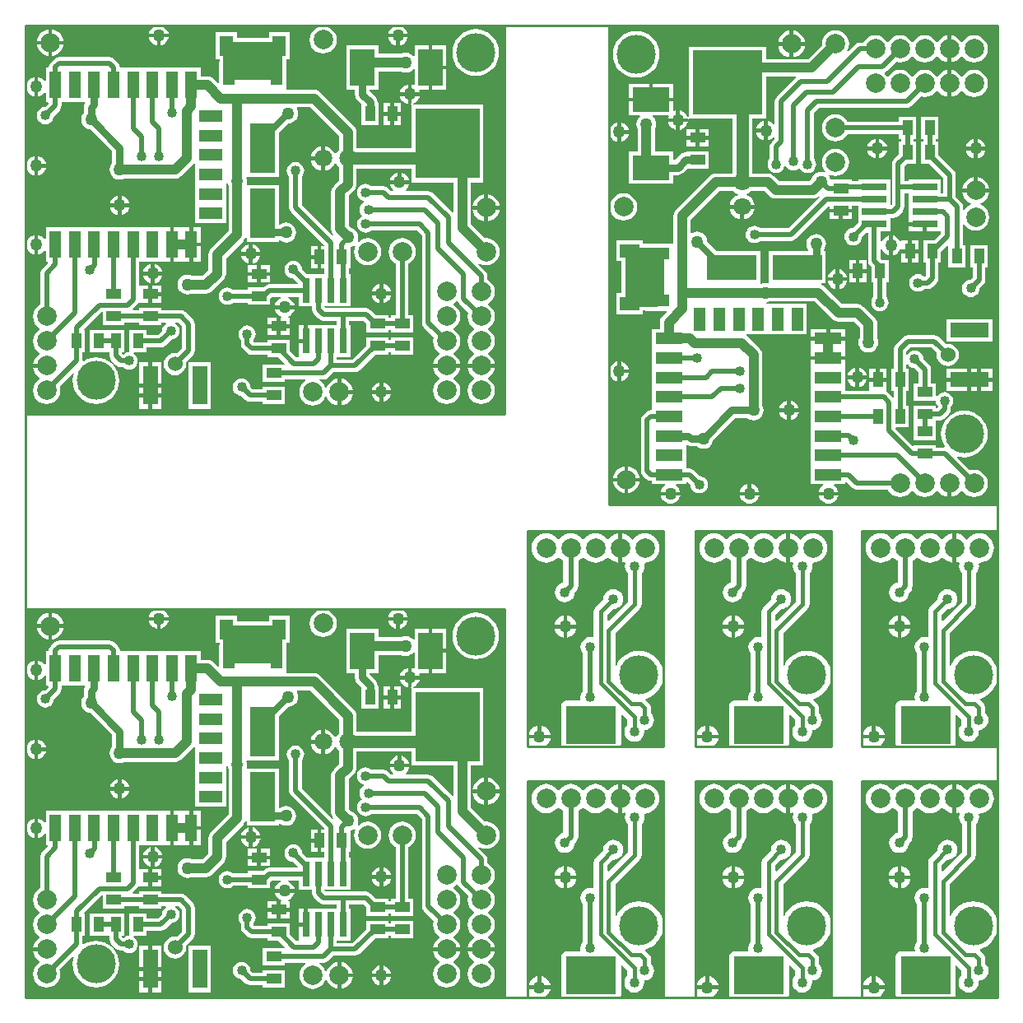
<source format=gbl>
%FSLAX25Y25*%
%MOIN*%
G70*
G01*
G75*
G04 Layer_Physical_Order=2*
G04 Layer_Color=16711680*
%ADD10R,0.01772X0.06299*%
%ADD11R,0.06299X0.13386*%
%ADD12R,0.01654X0.05512*%
%ADD13R,0.05512X0.07087*%
%ADD14R,0.05000X0.03500*%
%ADD15R,0.09000X0.15000*%
%ADD16R,0.08465X0.05000*%
%ADD17R,0.15000X0.28000*%
%ADD18R,0.07874X0.15748*%
%ADD19R,0.05906X0.15748*%
%ADD20R,0.06600X0.01700*%
%ADD21R,0.07087X0.05512*%
%ADD22R,0.11024X0.07874*%
%ADD23R,0.03300X0.03150*%
%ADD24R,0.04724X0.04724*%
%ADD25R,0.03937X0.05906*%
%ADD26R,0.05906X0.03937*%
%ADD27R,0.15748X0.07874*%
%ADD28R,0.03500X0.05000*%
%ADD29R,0.15748X0.05906*%
%ADD30R,0.07874X0.11024*%
%ADD31R,0.04724X0.04724*%
%ADD32R,0.05512X0.01654*%
%ADD33R,0.06299X0.01772*%
%ADD34R,0.13386X0.06299*%
%ADD35R,0.15000X0.09000*%
%ADD36R,0.05000X0.08465*%
%ADD37R,0.28000X0.15000*%
%ADD38C,0.04000*%
%ADD39C,0.01800*%
%ADD40C,0.02000*%
%ADD41C,0.01500*%
%ADD42C,0.02500*%
%ADD43C,0.03000*%
%ADD44C,0.01000*%
%ADD45C,0.05000*%
%ADD46R,0.27700X0.02100*%
%ADD47R,0.01900X0.03800*%
%ADD48R,0.35700X0.03400*%
%ADD49R,0.02100X0.27700*%
%ADD50R,0.03800X0.01900*%
%ADD51R,0.03400X0.35700*%
%ADD52R,0.08200X0.15600*%
%ADD53R,0.05512X0.07874*%
%ADD54R,0.05118X0.07874*%
%ADD55C,0.07874*%
%ADD56C,0.07087*%
%ADD57R,0.07874X0.05512*%
%ADD58R,0.07874X0.05118*%
%ADD59C,0.15800*%
%ADD60C,0.03937*%
%ADD61C,0.04000*%
%ADD62C,0.05000*%
%ADD63C,0.06000*%
%ADD64R,0.26000X0.28400*%
%ADD65R,0.03000X0.10000*%
%ADD66R,0.10000X0.20000*%
%ADD67R,0.09449X0.04724*%
%ADD68R,0.04724X0.11024*%
%ADD69R,0.09843X0.14961*%
%ADD70R,0.14961X0.09843*%
%ADD71R,0.20000X0.10000*%
%ADD72R,0.10000X0.03000*%
%ADD73R,0.04724X0.09449*%
%ADD74R,0.11024X0.04724*%
%ADD75R,0.28400X0.26000*%
%ADD76C,0.03500*%
%ADD77R,0.21028X0.12517*%
%ADD78R,0.12517X0.21028*%
%ADD79R,0.20200X0.15600*%
G36*
X258300Y127328D02*
Y101500D01*
X241434D01*
X241117Y101886D01*
X241239Y102500D01*
Y114313D01*
X241701Y114505D01*
X243726Y112479D01*
Y110414D01*
X243647Y110353D01*
X243006Y109517D01*
X242603Y108544D01*
X242465Y107500D01*
X242603Y106456D01*
X243006Y105483D01*
X243647Y104647D01*
X244483Y104006D01*
X245456Y103603D01*
X246500Y103465D01*
X247544Y103603D01*
X248517Y104006D01*
X249353Y104647D01*
X249994Y105483D01*
X250397Y106456D01*
X250535Y107500D01*
X250481Y107906D01*
X250785Y108303D01*
X251544Y108403D01*
X252517Y108806D01*
X253353Y109447D01*
X253994Y110283D01*
X254397Y111256D01*
X254535Y112300D01*
X254397Y113344D01*
X253994Y114317D01*
X253353Y115153D01*
X253274Y115214D01*
Y117200D01*
X253179Y117918D01*
X253017Y118310D01*
X252902Y118587D01*
X252461Y119161D01*
X251098Y120525D01*
X251219Y121010D01*
X252207Y121309D01*
X253927Y122229D01*
X255434Y123466D01*
X256671Y124973D01*
X257591Y126693D01*
X257805Y127401D01*
X258300Y127328D01*
D02*
G37*
G36*
X326300D02*
Y101500D01*
X309434D01*
X309117Y101886D01*
X309239Y102500D01*
Y114313D01*
X309701Y114505D01*
X311726Y112479D01*
Y110414D01*
X311647Y110353D01*
X311006Y109517D01*
X310603Y108544D01*
X310466Y107500D01*
X310603Y106456D01*
X311006Y105483D01*
X311647Y104647D01*
X312483Y104006D01*
X313456Y103603D01*
X314500Y103465D01*
X315544Y103603D01*
X316517Y104006D01*
X317353Y104647D01*
X317994Y105483D01*
X318397Y106456D01*
X318534Y107500D01*
X318481Y107906D01*
X318785Y108303D01*
X319544Y108403D01*
X320517Y108806D01*
X321353Y109447D01*
X321994Y110283D01*
X322397Y111256D01*
X322534Y112300D01*
X322397Y113344D01*
X321994Y114317D01*
X321353Y115153D01*
X321274Y115214D01*
Y117200D01*
X321179Y117918D01*
X321017Y118310D01*
X320902Y118587D01*
X320461Y119161D01*
X319098Y120525D01*
X319219Y121010D01*
X320207Y121309D01*
X321927Y122229D01*
X323434Y123466D01*
X324671Y124973D01*
X325591Y126693D01*
X325805Y127401D01*
X326300Y127328D01*
D02*
G37*
G36*
X258300Y133672D02*
X257805Y133599D01*
X257591Y134307D01*
X256671Y136027D01*
X255434Y137534D01*
X253927Y138771D01*
X252207Y139691D01*
X250341Y140257D01*
X248400Y140448D01*
X246459Y140257D01*
X244593Y139691D01*
X242873Y138771D01*
X241366Y137534D01*
X240129Y136027D01*
X239209Y134307D01*
X238874Y134357D01*
Y147451D01*
X248661Y157239D01*
X249102Y157813D01*
X249217Y158090D01*
X249379Y158482D01*
X249474Y159200D01*
Y171686D01*
X249553Y171747D01*
X250194Y172583D01*
X250597Y173556D01*
X250734Y174600D01*
X250597Y175644D01*
X251769Y176130D01*
X251964Y176149D01*
X253083Y176488D01*
X254114Y177040D01*
X255018Y177782D01*
X255760Y178686D01*
X256312Y179717D01*
X256651Y180836D01*
X256766Y182000D01*
X256651Y183164D01*
X256312Y184283D01*
X255760Y185314D01*
X255018Y186218D01*
X254114Y186960D01*
X253083Y187512D01*
X251964Y187851D01*
X250800Y187966D01*
X249636Y187851D01*
X248517Y187512D01*
X247486Y186960D01*
X246582Y186218D01*
X245840Y185314D01*
X245760D01*
X245018Y186218D01*
X244114Y186960D01*
X243083Y187512D01*
X241964Y187851D01*
X241550Y187892D01*
Y176108D01*
X241964Y176149D01*
X242603Y176343D01*
X242939Y175972D01*
X242803Y175644D01*
X242666Y174600D01*
X242803Y173556D01*
X243206Y172583D01*
X243847Y171747D01*
X243926Y171686D01*
Y160349D01*
X236136Y152558D01*
X235674Y152750D01*
Y155051D01*
X237901Y157279D01*
X238000Y157265D01*
X239044Y157403D01*
X240017Y157806D01*
X240853Y158447D01*
X241494Y159283D01*
X241897Y160256D01*
X242035Y161300D01*
X241897Y162344D01*
X241494Y163317D01*
X240853Y164153D01*
X240017Y164794D01*
X239044Y165197D01*
X238000Y165334D01*
X236956Y165197D01*
X235983Y164794D01*
X235147Y164153D01*
X234506Y163317D01*
X234103Y162344D01*
X233965Y161300D01*
X233979Y161201D01*
X230939Y158161D01*
X230498Y157587D01*
X230383Y157310D01*
X230221Y156918D01*
X230126Y156200D01*
Y146052D01*
X229744Y145797D01*
X228700Y145934D01*
X227656Y145797D01*
X226683Y145394D01*
X225847Y144753D01*
X225206Y143917D01*
X224803Y142944D01*
X224665Y141900D01*
X224803Y140856D01*
X225206Y139883D01*
X225674Y139273D01*
Y124127D01*
X225206Y123517D01*
X224803Y122544D01*
X224665Y121500D01*
X224795Y120515D01*
X224465Y120139D01*
X219000D01*
X218220Y119984D01*
X217558Y119542D01*
X217116Y118880D01*
X216961Y118100D01*
Y102500D01*
X217083Y101886D01*
X216766Y101500D01*
X210927D01*
X210766Y101973D01*
X211309Y102391D01*
X212031Y103331D01*
X212484Y104425D01*
X212540Y104850D01*
X203660D01*
X203561Y105600D01*
X203561Y105600D01*
X203300Y105861D01*
Y189000D01*
X258300D01*
Y133672D01*
D02*
G37*
G36*
X393700D02*
X393205Y133599D01*
X392991Y134307D01*
X392071Y136027D01*
X390834Y137534D01*
X389327Y138771D01*
X387607Y139691D01*
X385741Y140257D01*
X383800Y140448D01*
X381859Y140257D01*
X379993Y139691D01*
X378273Y138771D01*
X376766Y137534D01*
X375529Y136027D01*
X374609Y134307D01*
X374274Y134357D01*
Y147451D01*
X384061Y157239D01*
X384502Y157813D01*
X384617Y158090D01*
X384779Y158482D01*
X384874Y159200D01*
Y171686D01*
X384953Y171747D01*
X385594Y172583D01*
X385997Y173556D01*
X386135Y174600D01*
X385997Y175644D01*
X387169Y176130D01*
X387364Y176149D01*
X388483Y176488D01*
X389514Y177040D01*
X390418Y177782D01*
X391160Y178686D01*
X391712Y179717D01*
X392051Y180836D01*
X392166Y182000D01*
X392051Y183164D01*
X391712Y184283D01*
X391160Y185314D01*
X390418Y186218D01*
X389514Y186960D01*
X388483Y187512D01*
X387364Y187851D01*
X386200Y187966D01*
X385036Y187851D01*
X383917Y187512D01*
X382886Y186960D01*
X381982Y186218D01*
X381240Y185314D01*
X381160D01*
X380418Y186218D01*
X379514Y186960D01*
X378483Y187512D01*
X377364Y187851D01*
X376950Y187892D01*
Y176108D01*
X377364Y176149D01*
X378003Y176343D01*
X378339Y175972D01*
X378203Y175644D01*
X378065Y174600D01*
X378203Y173556D01*
X378606Y172583D01*
X379247Y171747D01*
X379326Y171686D01*
Y160349D01*
X371536Y152558D01*
X371074Y152750D01*
Y155051D01*
X373301Y157279D01*
X373400Y157265D01*
X374444Y157403D01*
X375417Y157806D01*
X376253Y158447D01*
X376894Y159283D01*
X377297Y160256D01*
X377434Y161300D01*
X377297Y162344D01*
X376894Y163317D01*
X376253Y164153D01*
X375417Y164794D01*
X374444Y165197D01*
X373400Y165334D01*
X372356Y165197D01*
X371383Y164794D01*
X370547Y164153D01*
X369906Y163317D01*
X369503Y162344D01*
X369366Y161300D01*
X369378Y161201D01*
X366339Y158161D01*
X365898Y157587D01*
X365783Y157310D01*
X365621Y156918D01*
X365526Y156200D01*
Y146052D01*
X365144Y145797D01*
X364100Y145934D01*
X363056Y145797D01*
X362083Y145394D01*
X361247Y144753D01*
X360606Y143917D01*
X360203Y142944D01*
X360066Y141900D01*
X360203Y140856D01*
X360606Y139883D01*
X361074Y139273D01*
Y124127D01*
X360606Y123517D01*
X360203Y122544D01*
X360066Y121500D01*
X360195Y120515D01*
X359865Y120139D01*
X354400D01*
X353620Y119984D01*
X352958Y119542D01*
X352516Y118880D01*
X352361Y118100D01*
Y102500D01*
X352483Y101886D01*
X352166Y101500D01*
X346327D01*
X346166Y101973D01*
X346709Y102391D01*
X347431Y103331D01*
X347884Y104425D01*
X347940Y104850D01*
X339060D01*
X338961Y105600D01*
X338961Y105600D01*
X338700Y105861D01*
Y189000D01*
X393700D01*
Y133672D01*
D02*
G37*
G36*
X326300D02*
X325805Y133599D01*
X325591Y134307D01*
X324671Y136027D01*
X323434Y137534D01*
X321927Y138771D01*
X320207Y139691D01*
X318341Y140257D01*
X316400Y140448D01*
X314459Y140257D01*
X312593Y139691D01*
X310873Y138771D01*
X309366Y137534D01*
X308129Y136027D01*
X307209Y134307D01*
X306874Y134357D01*
Y147451D01*
X316661Y157239D01*
X317102Y157813D01*
X317217Y158090D01*
X317379Y158482D01*
X317474Y159200D01*
Y171686D01*
X317553Y171747D01*
X318194Y172583D01*
X318597Y173556D01*
X318735Y174600D01*
X318597Y175644D01*
X319769Y176130D01*
X319964Y176149D01*
X321083Y176488D01*
X322114Y177040D01*
X323018Y177782D01*
X323760Y178686D01*
X324312Y179717D01*
X324651Y180836D01*
X324766Y182000D01*
X324651Y183164D01*
X324312Y184283D01*
X323760Y185314D01*
X323018Y186218D01*
X322114Y186960D01*
X321083Y187512D01*
X319964Y187851D01*
X318800Y187966D01*
X317636Y187851D01*
X316517Y187512D01*
X315486Y186960D01*
X314582Y186218D01*
X313840Y185314D01*
X313760D01*
X313018Y186218D01*
X312114Y186960D01*
X311083Y187512D01*
X309964Y187851D01*
X309550Y187892D01*
Y176108D01*
X309964Y176149D01*
X310603Y176343D01*
X310939Y175972D01*
X310803Y175644D01*
X310665Y174600D01*
X310803Y173556D01*
X311206Y172583D01*
X311847Y171747D01*
X311926Y171686D01*
Y160349D01*
X304136Y152558D01*
X303674Y152750D01*
Y155051D01*
X305901Y157279D01*
X306000Y157265D01*
X307044Y157403D01*
X308017Y157806D01*
X308853Y158447D01*
X309494Y159283D01*
X309897Y160256D01*
X310034Y161300D01*
X309897Y162344D01*
X309494Y163317D01*
X308853Y164153D01*
X308017Y164794D01*
X307044Y165197D01*
X306000Y165334D01*
X304956Y165197D01*
X303983Y164794D01*
X303147Y164153D01*
X302506Y163317D01*
X302103Y162344D01*
X301965Y161300D01*
X301978Y161201D01*
X298939Y158161D01*
X298498Y157587D01*
X298383Y157310D01*
X298221Y156918D01*
X298126Y156200D01*
Y146052D01*
X297744Y145797D01*
X296700Y145934D01*
X295656Y145797D01*
X294683Y145394D01*
X293847Y144753D01*
X293206Y143917D01*
X292803Y142944D01*
X292666Y141900D01*
X292803Y140856D01*
X293206Y139883D01*
X293674Y139273D01*
Y124127D01*
X293206Y123517D01*
X292803Y122544D01*
X292666Y121500D01*
X292795Y120515D01*
X292465Y120139D01*
X287000D01*
X286220Y119984D01*
X285558Y119542D01*
X285116Y118880D01*
X284961Y118100D01*
Y102500D01*
X285083Y101886D01*
X284766Y101500D01*
X278927D01*
X278766Y101973D01*
X279309Y102391D01*
X280031Y103331D01*
X280484Y104425D01*
X280540Y104850D01*
X271660D01*
X271561Y105600D01*
X271561Y105600D01*
X271300Y105861D01*
Y189000D01*
X326300D01*
Y133672D01*
D02*
G37*
G36*
Y32172D02*
X325805Y32099D01*
X325591Y32807D01*
X324671Y34527D01*
X323434Y36034D01*
X321927Y37271D01*
X320207Y38191D01*
X318341Y38757D01*
X316400Y38948D01*
X314459Y38757D01*
X312593Y38191D01*
X310873Y37271D01*
X309366Y36034D01*
X308129Y34527D01*
X307209Y32807D01*
X306874Y32857D01*
Y45951D01*
X316661Y55739D01*
X317102Y56313D01*
X317217Y56590D01*
X317379Y56982D01*
X317474Y57700D01*
Y70187D01*
X317553Y70247D01*
X318194Y71083D01*
X318597Y72056D01*
X318735Y73100D01*
X318597Y74144D01*
X319769Y74630D01*
X319964Y74649D01*
X321083Y74988D01*
X322114Y75540D01*
X323018Y76282D01*
X323760Y77186D01*
X324312Y78217D01*
X324651Y79336D01*
X324766Y80500D01*
X324651Y81664D01*
X324312Y82783D01*
X323760Y83814D01*
X323018Y84718D01*
X322114Y85460D01*
X321083Y86012D01*
X319964Y86351D01*
X318800Y86466D01*
X317636Y86351D01*
X316517Y86012D01*
X315486Y85460D01*
X314582Y84718D01*
X313840Y83814D01*
X313760D01*
X313018Y84718D01*
X312114Y85460D01*
X311083Y86012D01*
X309964Y86351D01*
X309550Y86392D01*
Y74608D01*
X309964Y74649D01*
X310603Y74843D01*
X310939Y74472D01*
X310803Y74144D01*
X310665Y73100D01*
X310803Y72056D01*
X311206Y71083D01*
X311847Y70247D01*
X311926Y70187D01*
Y58849D01*
X304136Y51058D01*
X303674Y51250D01*
Y53551D01*
X305901Y55778D01*
X306000Y55765D01*
X307044Y55903D01*
X308017Y56306D01*
X308853Y56947D01*
X309494Y57783D01*
X309897Y58756D01*
X310034Y59800D01*
X309897Y60844D01*
X309494Y61817D01*
X308853Y62653D01*
X308017Y63294D01*
X307044Y63697D01*
X306000Y63835D01*
X304956Y63697D01*
X303983Y63294D01*
X303147Y62653D01*
X302506Y61817D01*
X302103Y60844D01*
X301965Y59800D01*
X301978Y59701D01*
X298939Y56661D01*
X298498Y56087D01*
X298383Y55810D01*
X298221Y55418D01*
X298126Y54700D01*
Y44552D01*
X297744Y44297D01*
X296700Y44434D01*
X295656Y44297D01*
X294683Y43894D01*
X293847Y43253D01*
X293206Y42417D01*
X292803Y41444D01*
X292666Y40400D01*
X292803Y39356D01*
X293206Y38383D01*
X293674Y37773D01*
Y22627D01*
X293206Y22017D01*
X292803Y21044D01*
X292666Y20000D01*
X292795Y19015D01*
X292465Y18639D01*
X287000D01*
X286220Y18484D01*
X285558Y18042D01*
X285116Y17380D01*
X284961Y16600D01*
Y1000D01*
X285083Y387D01*
X284766Y0D01*
X278927D01*
X278766Y473D01*
X279309Y891D01*
X280031Y1831D01*
X280484Y2925D01*
X280540Y3350D01*
X271660D01*
X271561Y4100D01*
X271561Y4100D01*
X271300Y4361D01*
Y87500D01*
X326300D01*
Y32172D01*
D02*
G37*
G36*
X258300D02*
X257805Y32099D01*
X257591Y32807D01*
X256671Y34527D01*
X255434Y36034D01*
X253927Y37271D01*
X252207Y38191D01*
X250341Y38757D01*
X248400Y38948D01*
X246459Y38757D01*
X244593Y38191D01*
X242873Y37271D01*
X241366Y36034D01*
X240129Y34527D01*
X239209Y32807D01*
X238874Y32857D01*
Y45951D01*
X248661Y55739D01*
X249102Y56313D01*
X249217Y56590D01*
X249379Y56982D01*
X249474Y57700D01*
Y70187D01*
X249553Y70247D01*
X250194Y71083D01*
X250597Y72056D01*
X250734Y73100D01*
X250597Y74144D01*
X251769Y74630D01*
X251964Y74649D01*
X253083Y74988D01*
X254114Y75540D01*
X255018Y76282D01*
X255760Y77186D01*
X256312Y78217D01*
X256651Y79336D01*
X256766Y80500D01*
X256651Y81664D01*
X256312Y82783D01*
X255760Y83814D01*
X255018Y84718D01*
X254114Y85460D01*
X253083Y86012D01*
X251964Y86351D01*
X250800Y86466D01*
X249636Y86351D01*
X248517Y86012D01*
X247486Y85460D01*
X246582Y84718D01*
X245840Y83814D01*
X245760D01*
X245018Y84718D01*
X244114Y85460D01*
X243083Y86012D01*
X241964Y86351D01*
X241550Y86392D01*
Y74608D01*
X241964Y74649D01*
X242603Y74843D01*
X242939Y74472D01*
X242803Y74144D01*
X242666Y73100D01*
X242803Y72056D01*
X243206Y71083D01*
X243847Y70247D01*
X243926Y70187D01*
Y58849D01*
X236136Y51058D01*
X235674Y51250D01*
Y53551D01*
X237901Y55778D01*
X238000Y55765D01*
X239044Y55903D01*
X240017Y56306D01*
X240853Y56947D01*
X241494Y57783D01*
X241897Y58756D01*
X242035Y59800D01*
X241897Y60844D01*
X241494Y61817D01*
X240853Y62653D01*
X240017Y63294D01*
X239044Y63697D01*
X238000Y63835D01*
X236956Y63697D01*
X235983Y63294D01*
X235147Y62653D01*
X234506Y61817D01*
X234103Y60844D01*
X233965Y59800D01*
X233979Y59701D01*
X230939Y56661D01*
X230498Y56087D01*
X230383Y55810D01*
X230221Y55418D01*
X230126Y54700D01*
Y44552D01*
X229744Y44297D01*
X228700Y44434D01*
X227656Y44297D01*
X226683Y43894D01*
X225847Y43253D01*
X225206Y42417D01*
X224803Y41444D01*
X224665Y40400D01*
X224803Y39356D01*
X225206Y38383D01*
X225674Y37773D01*
Y22627D01*
X225206Y22017D01*
X224803Y21044D01*
X224665Y20000D01*
X224795Y19015D01*
X224465Y18639D01*
X219000D01*
X218220Y18484D01*
X217558Y18042D01*
X217116Y17380D01*
X216961Y16600D01*
Y1000D01*
X217083Y387D01*
X216766Y0D01*
X210927D01*
X210766Y473D01*
X211309Y891D01*
X212031Y1831D01*
X212484Y2925D01*
X212540Y3350D01*
X203660D01*
X203561Y4100D01*
X203561Y4100D01*
X203300Y4361D01*
Y87500D01*
X258300D01*
Y32172D01*
D02*
G37*
G36*
X194000Y0D02*
X0D01*
Y67147D01*
X490Y67245D01*
X806Y66483D01*
X1447Y65647D01*
X2283Y65006D01*
X3256Y64603D01*
X3550Y64564D01*
Y68499D01*
Y72436D01*
X3256Y72397D01*
X2283Y71994D01*
X1447Y71353D01*
X806Y70517D01*
X490Y69755D01*
X0Y69853D01*
Y99147D01*
X490Y99245D01*
X806Y98483D01*
X1447Y97647D01*
X2283Y97006D01*
X3256Y96603D01*
X3550Y96564D01*
Y100499D01*
Y104436D01*
X3256Y104397D01*
X2283Y103994D01*
X1447Y103353D01*
X806Y102517D01*
X490Y101755D01*
X0Y101853D01*
Y131147D01*
X490Y131245D01*
X806Y130483D01*
X1447Y129647D01*
X2283Y129006D01*
X3256Y128603D01*
X3550Y128564D01*
Y132499D01*
Y136436D01*
X3256Y136397D01*
X2283Y135994D01*
X1447Y135353D01*
X806Y134517D01*
X490Y133755D01*
X0Y133853D01*
Y157500D01*
X52306D01*
X52403Y157010D01*
X51883Y156794D01*
X51047Y156153D01*
X50406Y155317D01*
X50003Y154344D01*
X49964Y154050D01*
X57836D01*
X57797Y154344D01*
X57394Y155317D01*
X56753Y156153D01*
X55917Y156794D01*
X55397Y157010D01*
X55494Y157500D01*
X149206D01*
X149303Y157010D01*
X148783Y156794D01*
X147947Y156153D01*
X147306Y155317D01*
X146903Y154344D01*
X146864Y154050D01*
X154736D01*
X154697Y154344D01*
X154294Y155317D01*
X153653Y156153D01*
X152817Y156794D01*
X152297Y157010D01*
X152394Y157500D01*
X194000D01*
Y0D01*
D02*
G37*
G36*
X393700Y127328D02*
Y101500D01*
X376834D01*
X376517Y101886D01*
X376639Y102500D01*
Y114313D01*
X377101Y114505D01*
X379126Y112479D01*
Y110414D01*
X379047Y110353D01*
X378406Y109517D01*
X378003Y108544D01*
X377866Y107500D01*
X378003Y106456D01*
X378406Y105483D01*
X379047Y104647D01*
X379883Y104006D01*
X380856Y103603D01*
X381900Y103465D01*
X382944Y103603D01*
X383917Y104006D01*
X384753Y104647D01*
X385394Y105483D01*
X385797Y106456D01*
X385934Y107500D01*
X385881Y107906D01*
X386185Y108303D01*
X386944Y108403D01*
X387917Y108806D01*
X388753Y109447D01*
X389394Y110283D01*
X389797Y111256D01*
X389934Y112300D01*
X389797Y113344D01*
X389394Y114317D01*
X388753Y115153D01*
X388674Y115214D01*
Y117200D01*
X388579Y117918D01*
X388417Y118310D01*
X388302Y118587D01*
X387861Y119161D01*
X386498Y120525D01*
X386619Y121010D01*
X387607Y121309D01*
X389327Y122229D01*
X390834Y123466D01*
X392071Y124973D01*
X392991Y126693D01*
X393205Y127401D01*
X393700Y127328D01*
D02*
G37*
G36*
Y32172D02*
X393205Y32099D01*
X392991Y32807D01*
X392071Y34527D01*
X390834Y36034D01*
X389327Y37271D01*
X387607Y38191D01*
X385741Y38757D01*
X383800Y38948D01*
X381859Y38757D01*
X379993Y38191D01*
X378273Y37271D01*
X376766Y36034D01*
X375529Y34527D01*
X374609Y32807D01*
X374274Y32857D01*
Y45951D01*
X384061Y55739D01*
X384502Y56313D01*
X384617Y56590D01*
X384779Y56982D01*
X384874Y57700D01*
Y70187D01*
X384953Y70247D01*
X385594Y71083D01*
X385997Y72056D01*
X386135Y73100D01*
X385997Y74144D01*
X387169Y74630D01*
X387364Y74649D01*
X388483Y74988D01*
X389514Y75540D01*
X390418Y76282D01*
X391160Y77186D01*
X391712Y78217D01*
X392051Y79336D01*
X392166Y80500D01*
X392051Y81664D01*
X391712Y82783D01*
X391160Y83814D01*
X390418Y84718D01*
X389514Y85460D01*
X388483Y86012D01*
X387364Y86351D01*
X386200Y86466D01*
X385036Y86351D01*
X383917Y86012D01*
X382886Y85460D01*
X381982Y84718D01*
X381240Y83814D01*
X381160D01*
X380418Y84718D01*
X379514Y85460D01*
X378483Y86012D01*
X377364Y86351D01*
X376950Y86392D01*
Y74608D01*
X377364Y74649D01*
X378003Y74843D01*
X378339Y74472D01*
X378203Y74144D01*
X378065Y73100D01*
X378203Y72056D01*
X378606Y71083D01*
X379247Y70247D01*
X379326Y70187D01*
Y58849D01*
X371536Y51058D01*
X371074Y51250D01*
Y53551D01*
X373301Y55778D01*
X373400Y55765D01*
X374444Y55903D01*
X375417Y56306D01*
X376253Y56947D01*
X376894Y57783D01*
X377297Y58756D01*
X377434Y59800D01*
X377297Y60844D01*
X376894Y61817D01*
X376253Y62653D01*
X375417Y63294D01*
X374444Y63697D01*
X373400Y63835D01*
X372356Y63697D01*
X371383Y63294D01*
X370547Y62653D01*
X369906Y61817D01*
X369503Y60844D01*
X369366Y59800D01*
X369378Y59701D01*
X366339Y56661D01*
X365898Y56087D01*
X365783Y55810D01*
X365621Y55418D01*
X365526Y54700D01*
Y44552D01*
X365144Y44297D01*
X364100Y44434D01*
X363056Y44297D01*
X362083Y43894D01*
X361247Y43253D01*
X360606Y42417D01*
X360203Y41444D01*
X360066Y40400D01*
X360203Y39356D01*
X360606Y38383D01*
X361074Y37773D01*
Y22627D01*
X360606Y22017D01*
X360203Y21044D01*
X360066Y20000D01*
X360195Y19015D01*
X359865Y18639D01*
X354400D01*
X353620Y18484D01*
X352958Y18042D01*
X352516Y17380D01*
X352361Y16600D01*
Y1000D01*
X352483Y387D01*
X352166Y0D01*
X346327D01*
X346166Y473D01*
X346709Y891D01*
X347431Y1831D01*
X347884Y2925D01*
X347940Y3350D01*
X339060D01*
X338961Y4100D01*
X338961Y4100D01*
X338700Y4361D01*
Y87500D01*
X393700D01*
Y32172D01*
D02*
G37*
G36*
X258300Y25828D02*
Y0D01*
X241434D01*
X241117Y387D01*
X241239Y1000D01*
Y12813D01*
X241701Y13005D01*
X243726Y10979D01*
Y8913D01*
X243647Y8853D01*
X243006Y8017D01*
X242603Y7044D01*
X242465Y6000D01*
X242603Y4956D01*
X243006Y3983D01*
X243647Y3147D01*
X244483Y2506D01*
X245456Y2103D01*
X246500Y1966D01*
X247544Y2103D01*
X248517Y2506D01*
X249353Y3147D01*
X249994Y3983D01*
X250397Y4956D01*
X250535Y6000D01*
X250481Y6406D01*
X250785Y6803D01*
X251544Y6903D01*
X252517Y7306D01*
X253353Y7947D01*
X253994Y8783D01*
X254397Y9756D01*
X254535Y10800D01*
X254397Y11844D01*
X253994Y12817D01*
X253353Y13653D01*
X253274Y13713D01*
Y15700D01*
X253179Y16418D01*
X253017Y16810D01*
X252902Y17087D01*
X252461Y17661D01*
X251098Y19025D01*
X251219Y19510D01*
X252207Y19809D01*
X253927Y20729D01*
X255434Y21966D01*
X256671Y23473D01*
X257591Y25193D01*
X257805Y25901D01*
X258300Y25828D01*
D02*
G37*
G36*
X194000Y236300D02*
X0D01*
Y303447D01*
X490Y303545D01*
X806Y302783D01*
X1447Y301947D01*
X2283Y301306D01*
X3256Y300903D01*
X3550Y300864D01*
Y304799D01*
Y308736D01*
X3256Y308697D01*
X2283Y308294D01*
X1447Y307653D01*
X806Y306817D01*
X490Y306055D01*
X0Y306153D01*
Y335447D01*
X490Y335545D01*
X806Y334783D01*
X1447Y333947D01*
X2283Y333306D01*
X3256Y332903D01*
X3550Y332864D01*
Y336799D01*
Y340736D01*
X3256Y340697D01*
X2283Y340294D01*
X1447Y339653D01*
X806Y338817D01*
X490Y338055D01*
X0Y338153D01*
Y367447D01*
X490Y367545D01*
X806Y366783D01*
X1447Y365947D01*
X2283Y365306D01*
X3256Y364903D01*
X3550Y364864D01*
Y368799D01*
Y372736D01*
X3256Y372697D01*
X2283Y372294D01*
X1447Y371653D01*
X806Y370817D01*
X490Y370055D01*
X0Y370153D01*
Y393800D01*
X52306D01*
X52403Y393310D01*
X51883Y393094D01*
X51047Y392453D01*
X50406Y391617D01*
X50003Y390644D01*
X49964Y390350D01*
X57836D01*
X57797Y390644D01*
X57394Y391617D01*
X56753Y392453D01*
X55917Y393094D01*
X55397Y393310D01*
X55494Y393800D01*
X149206D01*
X149303Y393310D01*
X148783Y393094D01*
X147947Y392453D01*
X147306Y391617D01*
X146903Y390644D01*
X146864Y390350D01*
X154736D01*
X154697Y390644D01*
X154294Y391617D01*
X153653Y392453D01*
X152817Y393094D01*
X152297Y393310D01*
X152394Y393800D01*
X194000D01*
Y236300D01*
D02*
G37*
G36*
X393700Y25828D02*
Y0D01*
X376834D01*
X376517Y387D01*
X376639Y1000D01*
Y12813D01*
X377101Y13005D01*
X379126Y10979D01*
Y8913D01*
X379047Y8853D01*
X378406Y8017D01*
X378003Y7044D01*
X377866Y6000D01*
X378003Y4956D01*
X378406Y3983D01*
X379047Y3147D01*
X379883Y2506D01*
X380856Y2103D01*
X381900Y1966D01*
X382944Y2103D01*
X383917Y2506D01*
X384753Y3147D01*
X385394Y3983D01*
X385797Y4956D01*
X385934Y6000D01*
X385881Y6406D01*
X386185Y6803D01*
X386944Y6903D01*
X387917Y7306D01*
X388753Y7947D01*
X389394Y8783D01*
X389797Y9756D01*
X389934Y10800D01*
X389797Y11844D01*
X389394Y12817D01*
X388753Y13653D01*
X388674Y13713D01*
Y15700D01*
X388579Y16418D01*
X388417Y16810D01*
X388302Y17087D01*
X387861Y17661D01*
X386498Y19025D01*
X386619Y19510D01*
X387607Y19809D01*
X389327Y20729D01*
X390834Y21966D01*
X392071Y23473D01*
X392991Y25193D01*
X393205Y25901D01*
X393700Y25828D01*
D02*
G37*
G36*
X326300D02*
Y0D01*
X309434D01*
X309117Y387D01*
X309239Y1000D01*
Y12813D01*
X309701Y13005D01*
X311726Y10979D01*
Y8913D01*
X311647Y8853D01*
X311006Y8017D01*
X310603Y7044D01*
X310466Y6000D01*
X310603Y4956D01*
X311006Y3983D01*
X311647Y3147D01*
X312483Y2506D01*
X313456Y2103D01*
X314500Y1966D01*
X315544Y2103D01*
X316517Y2506D01*
X317353Y3147D01*
X317994Y3983D01*
X318397Y4956D01*
X318534Y6000D01*
X318481Y6406D01*
X318785Y6803D01*
X319544Y6903D01*
X320517Y7306D01*
X321353Y7947D01*
X321994Y8783D01*
X322397Y9756D01*
X322534Y10800D01*
X322397Y11844D01*
X321994Y12817D01*
X321353Y13653D01*
X321274Y13713D01*
Y15700D01*
X321179Y16418D01*
X321017Y16810D01*
X320902Y17087D01*
X320461Y17661D01*
X319098Y19025D01*
X319219Y19510D01*
X320207Y19809D01*
X321927Y20729D01*
X323434Y21966D01*
X324671Y23473D01*
X325591Y25193D01*
X325805Y25901D01*
X326300Y25828D01*
D02*
G37*
G36*
X393700Y199700D02*
X326553D01*
X326455Y200190D01*
X327217Y200506D01*
X328053Y201147D01*
X328694Y201983D01*
X329097Y202956D01*
X329136Y203250D01*
X321264D01*
X321303Y202956D01*
X321706Y201983D01*
X322347Y201147D01*
X323183Y200506D01*
X323945Y200190D01*
X323847Y199700D01*
X294553D01*
X294455Y200190D01*
X295217Y200506D01*
X296053Y201147D01*
X296694Y201983D01*
X297097Y202956D01*
X297136Y203250D01*
X289264D01*
X289303Y202956D01*
X289706Y201983D01*
X290347Y201147D01*
X291183Y200506D01*
X291945Y200190D01*
X291847Y199700D01*
X262553D01*
X262455Y200190D01*
X263217Y200506D01*
X264053Y201147D01*
X264694Y201983D01*
X265097Y202956D01*
X265136Y203250D01*
X257264D01*
X257303Y202956D01*
X257706Y201983D01*
X258347Y201147D01*
X259183Y200506D01*
X259945Y200190D01*
X259847Y199700D01*
X236200D01*
Y252006D01*
X236690Y252103D01*
X236906Y251583D01*
X237547Y250747D01*
X238383Y250106D01*
X239356Y249703D01*
X239650Y249664D01*
Y257536D01*
X239356Y257497D01*
X238383Y257094D01*
X237547Y256453D01*
X236906Y255617D01*
X236690Y255097D01*
X236200Y255194D01*
Y348906D01*
X236690Y349003D01*
X236906Y348483D01*
X237547Y347647D01*
X238383Y347006D01*
X239356Y346603D01*
X239650Y346564D01*
Y354436D01*
X239356Y354397D01*
X238383Y353994D01*
X237547Y353353D01*
X236906Y352517D01*
X236690Y351997D01*
X236200Y352094D01*
Y393700D01*
X393700D01*
Y199700D01*
D02*
G37*
%LPC*%
G36*
X147750Y125953D02*
X145031D01*
Y122250D01*
X147750D01*
Y125953D01*
D02*
G37*
G36*
X151969D02*
X149250D01*
Y122250D01*
X151969D01*
Y125953D01*
D02*
G37*
G36*
X154850Y128750D02*
X151664D01*
X151703Y128456D01*
X152106Y127483D01*
X152747Y126647D01*
X153583Y126006D01*
X154556Y125603D01*
X154850Y125564D01*
Y128750D01*
D02*
G37*
G36*
X163218Y149380D02*
X157547D01*
Y145026D01*
X157074Y144865D01*
X156853Y145153D01*
X156017Y145794D01*
X155044Y146197D01*
X154000Y146335D01*
X152956Y146197D01*
X152070Y145830D01*
X142831D01*
Y149380D01*
X129988D01*
Y131420D01*
X133384D01*
Y129491D01*
X133487Y128707D01*
X133789Y127978D01*
X134270Y127351D01*
X136031Y125589D01*
Y117047D01*
X142968D01*
Y125953D01*
X142526D01*
Y126400D01*
X142526Y126400D01*
X142435Y127092D01*
X142423Y127183D01*
X142272Y127548D01*
X142121Y127913D01*
X141640Y128540D01*
X139435Y130744D01*
Y131420D01*
X142831D01*
Y138770D01*
X152070D01*
X152956Y138403D01*
X154000Y138266D01*
X155044Y138403D01*
X156017Y138806D01*
X156853Y139447D01*
X157074Y139735D01*
X157547Y139574D01*
Y133473D01*
X157132Y133195D01*
X156644Y133397D01*
X156350Y133436D01*
Y130250D01*
X159536D01*
X159497Y130544D01*
X159307Y131004D01*
X159584Y131420D01*
X163218D01*
Y140399D01*
Y149380D01*
D02*
G37*
G36*
X170390D02*
X164718D01*
Y141150D01*
X170390D01*
Y149380D01*
D02*
G37*
G36*
X182300Y155845D02*
X180457Y155664D01*
X178685Y155127D01*
X177052Y154254D01*
X175621Y153079D01*
X174446Y151648D01*
X173574Y150015D01*
X173036Y148243D01*
X172854Y146400D01*
X173036Y144557D01*
X173574Y142785D01*
X174446Y141152D01*
X175621Y139721D01*
X177052Y138546D01*
X178685Y137673D01*
X180457Y137136D01*
X182300Y136954D01*
X184143Y137136D01*
X185915Y137673D01*
X187548Y138546D01*
X188979Y139721D01*
X190154Y141152D01*
X191026Y142785D01*
X191564Y144557D01*
X191745Y146400D01*
X191564Y148243D01*
X191026Y150015D01*
X190154Y151648D01*
X188979Y153079D01*
X187548Y154254D01*
X185915Y155127D01*
X184143Y155664D01*
X182300Y155845D01*
D02*
G37*
G36*
X9250Y149650D02*
X4615D01*
X4703Y148981D01*
X5251Y147658D01*
X6122Y146522D01*
X7258Y145651D01*
X8581Y145103D01*
X9250Y145015D01*
Y149650D01*
D02*
G37*
G36*
X154850Y133436D02*
X154556Y133397D01*
X153583Y132994D01*
X152747Y132353D01*
X152106Y131517D01*
X151703Y130544D01*
X151664Y130250D01*
X154850D01*
Y133436D01*
D02*
G37*
G36*
X170390Y139650D02*
X164718D01*
Y131420D01*
X170390D01*
Y139650D01*
D02*
G37*
G36*
X15385Y149650D02*
X10750D01*
Y145015D01*
X11419Y145103D01*
X12742Y145651D01*
X13878Y146522D01*
X14749Y147658D01*
X15297Y148981D01*
X15385Y149650D01*
D02*
G37*
G36*
X151969Y120750D02*
X149250D01*
Y117047D01*
X151969D01*
Y120750D01*
D02*
G37*
G36*
X152150Y97836D02*
Y94650D01*
X155336D01*
X155297Y94944D01*
X154894Y95917D01*
X154253Y96753D01*
X153417Y97394D01*
X152444Y97797D01*
X152150Y97836D01*
D02*
G37*
G36*
X150650D02*
X150356Y97797D01*
X149383Y97394D01*
X148547Y96753D01*
X147906Y95917D01*
X147503Y94944D01*
X147464Y94650D01*
X150650D01*
Y97836D01*
D02*
G37*
G36*
X119750Y102750D02*
X115512D01*
X115586Y102183D01*
X116095Y100957D01*
X116903Y99903D01*
X117957Y99095D01*
X119183Y98586D01*
X119750Y98512D01*
Y102750D01*
D02*
G37*
G36*
X8236Y99750D02*
X5050D01*
Y96564D01*
X5344Y96603D01*
X6317Y97006D01*
X7153Y97647D01*
X7794Y98483D01*
X8197Y99456D01*
X8236Y99750D01*
D02*
G37*
G36*
X187250Y88885D02*
Y84250D01*
X191885D01*
X191797Y84919D01*
X191249Y86242D01*
X190378Y87378D01*
X189242Y88249D01*
X187919Y88797D01*
X187250Y88885D01*
D02*
G37*
G36*
X185750D02*
X185081Y88797D01*
X183758Y88249D01*
X182622Y87378D01*
X181751Y86242D01*
X181203Y84919D01*
X181115Y84250D01*
X185750D01*
Y88885D01*
D02*
G37*
G36*
X38850Y88436D02*
Y85250D01*
X42036D01*
X41997Y85544D01*
X41594Y86517D01*
X40953Y87353D01*
X40117Y87994D01*
X39144Y88397D01*
X38850Y88436D01*
D02*
G37*
G36*
X37350D02*
X37056Y88397D01*
X36083Y87994D01*
X35247Y87353D01*
X34606Y86517D01*
X34203Y85544D01*
X34164Y85250D01*
X37350D01*
Y88436D01*
D02*
G37*
G36*
X5050Y104436D02*
Y101250D01*
X8236D01*
X8197Y101544D01*
X7794Y102517D01*
X7153Y103353D01*
X6317Y103994D01*
X5344Y104397D01*
X5050Y104436D01*
D02*
G37*
G36*
X342750Y110040D02*
X342325Y109984D01*
X341231Y109531D01*
X340291Y108809D01*
X339569Y107869D01*
X339116Y106775D01*
X339060Y106350D01*
X342750D01*
Y110040D01*
D02*
G37*
G36*
X276850D02*
Y106350D01*
X280540D01*
X280484Y106775D01*
X280031Y107869D01*
X279309Y108809D01*
X278369Y109531D01*
X277275Y109984D01*
X276850Y110040D01*
D02*
G37*
G36*
X147750Y120750D02*
X145031D01*
Y117047D01*
X147750D01*
Y120750D01*
D02*
G37*
G36*
X344250Y110040D02*
Y106350D01*
X347940D01*
X347884Y106775D01*
X347431Y107869D01*
X346709Y108809D01*
X345769Y109531D01*
X344675Y109984D01*
X344250Y110040D01*
D02*
G37*
G36*
X207350D02*
X206925Y109984D01*
X205831Y109531D01*
X204891Y108809D01*
X204169Y107869D01*
X203716Y106775D01*
X203660Y106350D01*
X207350D01*
Y110040D01*
D02*
G37*
G36*
X119750Y108488D02*
X119183Y108414D01*
X117957Y107905D01*
X116903Y107097D01*
X116095Y106043D01*
X115586Y104817D01*
X115512Y104250D01*
X119750D01*
Y108488D01*
D02*
G37*
G36*
X275350Y110040D02*
X274925Y109984D01*
X273831Y109531D01*
X272891Y108809D01*
X272169Y107869D01*
X271716Y106775D01*
X271660Y106350D01*
X275350D01*
Y110040D01*
D02*
G37*
G36*
X208850D02*
Y106350D01*
X212540D01*
X212484Y106775D01*
X212031Y107869D01*
X211309Y108809D01*
X210369Y109531D01*
X209275Y109984D01*
X208850Y110040D01*
D02*
G37*
G36*
X217850Y149450D02*
X214160D01*
X214216Y149025D01*
X214669Y147931D01*
X215391Y146991D01*
X216331Y146269D01*
X217425Y145816D01*
X217850Y145760D01*
Y149450D01*
D02*
G37*
G36*
X242550Y208950D02*
X237915D01*
X238003Y208281D01*
X238551Y206958D01*
X239422Y205822D01*
X240558Y204951D01*
X241881Y204403D01*
X242550Y204315D01*
Y208950D01*
D02*
G37*
G36*
X366200Y187966D02*
X365036Y187851D01*
X363917Y187512D01*
X362886Y186960D01*
X361982Y186218D01*
X361240Y185314D01*
X361160D01*
X360418Y186218D01*
X359514Y186960D01*
X358483Y187512D01*
X357364Y187851D01*
X356200Y187966D01*
X355036Y187851D01*
X353917Y187512D01*
X352886Y186960D01*
X351982Y186218D01*
X351240Y185314D01*
X351160D01*
X350418Y186218D01*
X349514Y186960D01*
X348483Y187512D01*
X347364Y187851D01*
X346200Y187966D01*
X345036Y187851D01*
X343917Y187512D01*
X342886Y186960D01*
X341982Y186218D01*
X341240Y185314D01*
X340688Y184283D01*
X340349Y183164D01*
X340234Y182000D01*
X340349Y180836D01*
X340688Y179717D01*
X341240Y178686D01*
X341982Y177782D01*
X342886Y177040D01*
X343917Y176488D01*
X345036Y176149D01*
X346200Y176034D01*
X347364Y176149D01*
X348483Y176488D01*
X349514Y177040D01*
X350418Y177782D01*
X350950Y178429D01*
X351450D01*
X351982Y177782D01*
X352886Y177040D01*
X353174Y176885D01*
Y168052D01*
X352756Y167997D01*
X351783Y167594D01*
X350947Y166953D01*
X350306Y166117D01*
X349903Y165144D01*
X349765Y164100D01*
X349903Y163056D01*
X350306Y162083D01*
X350947Y161247D01*
X351783Y160606D01*
X352756Y160203D01*
X353800Y160065D01*
X354844Y160203D01*
X355817Y160606D01*
X356653Y161247D01*
X357294Y162083D01*
X357697Y163056D01*
X357797Y163818D01*
X358340Y164360D01*
X358821Y164987D01*
X359123Y165717D01*
X359226Y166500D01*
Y176885D01*
X359514Y177040D01*
X360418Y177782D01*
X360950Y178429D01*
X361450D01*
X361982Y177782D01*
X362886Y177040D01*
X363917Y176488D01*
X365036Y176149D01*
X366200Y176034D01*
X367364Y176149D01*
X368483Y176488D01*
X369514Y177040D01*
X370418Y177782D01*
X370950Y178429D01*
X371450D01*
X371982Y177782D01*
X372886Y177040D01*
X373917Y176488D01*
X375036Y176149D01*
X375450Y176108D01*
Y187892D01*
X375036Y187851D01*
X373917Y187512D01*
X372886Y186960D01*
X371982Y186218D01*
X371240Y185314D01*
X371160D01*
X370418Y186218D01*
X369514Y186960D01*
X368483Y187512D01*
X367364Y187851D01*
X366200Y187966D01*
D02*
G37*
G36*
X292450Y207936D02*
X292156Y207897D01*
X291183Y207494D01*
X290347Y206853D01*
X289706Y206017D01*
X289303Y205044D01*
X289264Y204750D01*
X292450D01*
Y207936D01*
D02*
G37*
G36*
X248685Y208950D02*
X244050D01*
Y204315D01*
X244719Y204403D01*
X246042Y204951D01*
X247178Y205822D01*
X248049Y206958D01*
X248597Y208281D01*
X248685Y208950D01*
D02*
G37*
G36*
X106984Y154553D02*
X98472D01*
Y152395D01*
X85527D01*
Y154553D01*
X77016D01*
Y143679D01*
X78498D01*
Y142624D01*
X78394D01*
Y134152D01*
X77932Y133961D01*
X76209Y135684D01*
X75478Y136245D01*
X74626Y136597D01*
X73713Y136718D01*
X70980D01*
Y140199D01*
X63256D01*
D01*
D01*
X63256Y140199D01*
X63106D01*
Y140199D01*
X55382D01*
D01*
D01*
X55382Y140199D01*
X55232D01*
Y140199D01*
X47508D01*
D01*
D01*
X47508Y140199D01*
X47358D01*
Y140199D01*
X39634D01*
D01*
D01*
X39634Y140199D01*
X39484D01*
Y140199D01*
X38171D01*
Y140478D01*
X37977Y141453D01*
X37424Y142280D01*
X35902Y143802D01*
X35076Y144355D01*
X34100Y144549D01*
X13500D01*
X12525Y144355D01*
X11698Y143802D01*
X10198Y142302D01*
X9645Y141475D01*
X9451Y140500D01*
Y140199D01*
X8138D01*
Y134847D01*
X7664Y134686D01*
X7153Y135353D01*
X6317Y135994D01*
X5344Y136397D01*
X5050Y136436D01*
Y132499D01*
Y128564D01*
X5344Y128603D01*
X6317Y129006D01*
X7153Y129647D01*
X7664Y130314D01*
X8138Y130153D01*
Y126176D01*
X9018D01*
X9209Y125714D01*
X7914Y124419D01*
X7086Y124310D01*
X6235Y123957D01*
X5504Y123396D01*
X4943Y122665D01*
X4590Y121814D01*
X4470Y120900D01*
X4590Y119986D01*
X4943Y119135D01*
X5504Y118404D01*
X6235Y117843D01*
X7086Y117490D01*
X8000Y117370D01*
X8914Y117490D01*
X9765Y117843D01*
X10496Y118404D01*
X11057Y119135D01*
X11410Y119986D01*
X11519Y120814D01*
X13802Y123098D01*
X14355Y123925D01*
X14549Y124900D01*
Y126176D01*
X15862D01*
Y126176D01*
X15862D01*
X15862Y126176D01*
X16012D01*
Y126176D01*
X23736D01*
Y126176D01*
X23886D01*
X23886Y125521D01*
X23879Y125513D01*
X23791Y125299D01*
X23577Y124783D01*
X23474Y124000D01*
Y121827D01*
X23006Y121217D01*
X22603Y120244D01*
X22466Y119200D01*
X22603Y118156D01*
X23006Y117183D01*
X23647Y116347D01*
X24483Y115706D01*
X25456Y115303D01*
X26218Y115203D01*
X35074Y106347D01*
Y101527D01*
X34606Y100917D01*
X34203Y99944D01*
X34065Y98900D01*
X34203Y97856D01*
X34606Y96883D01*
X35247Y96047D01*
X36083Y95406D01*
X37056Y95003D01*
X38100Y94866D01*
X39144Y95003D01*
X40030Y95370D01*
X60600D01*
X61514Y95490D01*
X62365Y95843D01*
X63096Y96404D01*
X63096Y96404D01*
X63096Y96404D01*
X67796Y101104D01*
X68294Y101753D01*
X68768Y101592D01*
Y101183D01*
X68768Y101183D01*
X68768D01*
X68768Y100979D01*
Y100829D01*
D01*
D01*
D01*
X68768D01*
D01*
Y93309D01*
X68768Y93309D01*
X68768D01*
X68768Y93105D01*
Y92955D01*
D01*
D01*
D01*
X68768D01*
D01*
Y85435D01*
X68768Y85435D01*
X68768D01*
X68768Y85231D01*
Y85081D01*
D01*
D01*
D01*
X68768D01*
D01*
Y77357D01*
X81217D01*
Y84877D01*
X81217Y84877D01*
D01*
D01*
X81217Y85081D01*
Y85097D01*
Y85156D01*
X81217Y85231D01*
X81217Y85435D01*
X81217Y85435D01*
X81217D01*
Y92751D01*
X81217Y92751D01*
D01*
D01*
X81217Y92955D01*
Y92971D01*
Y93030D01*
X81217Y93105D01*
X81217Y93309D01*
X81217Y93309D01*
X81217D01*
Y93788D01*
X81716Y93820D01*
X81803Y93156D01*
X82170Y92270D01*
Y74062D01*
X75104Y66996D01*
X74543Y66265D01*
X74190Y65414D01*
X74070Y64500D01*
Y58262D01*
X71638Y55830D01*
X67600D01*
X67517Y55894D01*
X66544Y56297D01*
X65500Y56435D01*
X64456Y56297D01*
X63483Y55894D01*
X62647Y55253D01*
X62006Y54417D01*
X61603Y53444D01*
X61466Y52400D01*
X61603Y51356D01*
X62006Y50383D01*
X62647Y49547D01*
X63483Y48906D01*
X64456Y48503D01*
X65500Y48366D01*
X66544Y48503D01*
X67188Y48770D01*
X73100D01*
X74014Y48890D01*
X74865Y49243D01*
X75596Y49804D01*
X80096Y54304D01*
X80657Y55035D01*
X81010Y55886D01*
X81130Y56800D01*
X81130Y56800D01*
X81130Y56800D01*
Y56800D01*
Y63038D01*
X88196Y70104D01*
X88757Y70835D01*
X89010Y71444D01*
X89500Y71347D01*
Y69700D01*
X102500D01*
Y70195D01*
X102948Y70416D01*
X103483Y70006D01*
X104456Y69603D01*
X105500Y69466D01*
X106544Y69603D01*
X107517Y70006D01*
X108353Y70647D01*
X108994Y71483D01*
X109397Y72456D01*
X109535Y73500D01*
X109397Y74544D01*
X108994Y75517D01*
X108353Y76353D01*
X107517Y76994D01*
X106544Y77397D01*
X105500Y77535D01*
X104456Y77397D01*
X103483Y76994D01*
X102948Y76584D01*
X102500Y76805D01*
Y92700D01*
X89858D01*
X89581Y93116D01*
X89597Y93156D01*
X89735Y94200D01*
X89597Y95244D01*
X89371Y95789D01*
X89500Y96100D01*
X89500Y96100D01*
X102500D01*
Y113877D01*
X106301Y117678D01*
X106400Y117666D01*
X107444Y117803D01*
X108417Y118206D01*
X109253Y118847D01*
X109894Y119683D01*
X110297Y120656D01*
X110434Y121700D01*
X110297Y122744D01*
X109894Y123717D01*
X109814Y123821D01*
X110035Y124270D01*
X115338D01*
X126970Y112638D01*
Y107148D01*
X126903Y107097D01*
X126095Y106043D01*
X125750Y105211D01*
X125250D01*
X124905Y106043D01*
X124097Y107097D01*
X123043Y107905D01*
X121817Y108414D01*
X121250Y108488D01*
Y103499D01*
Y98512D01*
X121817Y98586D01*
X123043Y99095D01*
X124097Y99903D01*
X124905Y100957D01*
X125250Y101789D01*
X125750D01*
X126095Y100957D01*
X126903Y99903D01*
X126970Y99852D01*
Y94562D01*
X124804Y92396D01*
X124243Y91665D01*
X123890Y90814D01*
X123770Y89900D01*
Y74900D01*
X123890Y73986D01*
X124243Y73135D01*
X124794Y72416D01*
X124418Y72086D01*
X111849Y84656D01*
Y96073D01*
X112357Y96735D01*
X112710Y97586D01*
X112830Y98500D01*
X112710Y99414D01*
X112357Y100265D01*
X111796Y100996D01*
X111065Y101557D01*
X110214Y101910D01*
X109300Y102030D01*
X108386Y101910D01*
X107535Y101557D01*
X106804Y100996D01*
X106243Y100265D01*
X105890Y99414D01*
X105770Y98500D01*
X105890Y97586D01*
X106243Y96735D01*
X106751Y96073D01*
Y83600D01*
X106751Y83600D01*
X106751D01*
X106945Y82625D01*
X107498Y81798D01*
X120880Y68415D01*
X120689Y67953D01*
X119750D01*
Y63499D01*
Y59047D01*
X120951D01*
Y56500D01*
X114005D01*
X111919Y58586D01*
X111810Y59414D01*
X111457Y60265D01*
X110896Y60996D01*
X110165Y61557D01*
X109314Y61910D01*
X108400Y62030D01*
X107486Y61910D01*
X106635Y61557D01*
X105904Y60996D01*
X105343Y60265D01*
X104990Y59414D01*
X104870Y58500D01*
X104990Y57586D01*
X105343Y56735D01*
X105904Y56004D01*
X106635Y55443D01*
X107486Y55090D01*
X108314Y54981D01*
X110284Y53011D01*
X110093Y52549D01*
X98600D01*
X97624Y52355D01*
X96798Y51802D01*
X96164Y51169D01*
X90047D01*
Y50249D01*
X84127D01*
X83465Y50757D01*
X82614Y51110D01*
X81700Y51230D01*
X80786Y51110D01*
X79935Y50757D01*
X79204Y50196D01*
X78643Y49465D01*
X78290Y48614D01*
X78170Y47700D01*
X78290Y46786D01*
X78643Y45935D01*
X79204Y45204D01*
X79935Y44643D01*
X80786Y44290D01*
X81700Y44170D01*
X82614Y44290D01*
X83465Y44643D01*
X84127Y45151D01*
X90047D01*
Y44232D01*
X98953D01*
Y46748D01*
X99656Y47451D01*
X103429D01*
X103526Y46961D01*
X102883Y46694D01*
X102047Y46053D01*
X101406Y45217D01*
X101003Y44244D01*
X100964Y43950D01*
X108836D01*
X108797Y44244D01*
X108394Y45217D01*
X107753Y46053D01*
X106917Y46694D01*
X106274Y46961D01*
X106371Y47451D01*
X110500D01*
Y43500D01*
X115951D01*
Y42300D01*
X116145Y41324D01*
X116698Y40498D01*
X118698Y38498D01*
X118698D01*
X118698Y38498D01*
X118698Y38498D01*
Y38498D01*
X119525Y37945D01*
X120500Y37751D01*
X125951D01*
Y36000D01*
X114250D01*
Y29499D01*
X113501D01*
Y28750D01*
X110500D01*
Y23000D01*
D01*
Y23000D01*
X110449Y22949D01*
X109656D01*
X106953Y25652D01*
Y29969D01*
X98047D01*
Y29049D01*
X92556D01*
X92249Y29356D01*
Y29873D01*
X92757Y30535D01*
X93110Y31386D01*
X93230Y32300D01*
X93110Y33214D01*
X92757Y34065D01*
X92196Y34796D01*
X91465Y35357D01*
X90614Y35710D01*
X89700Y35830D01*
X88786Y35710D01*
X87935Y35357D01*
X87204Y34796D01*
X86643Y34065D01*
X86290Y33214D01*
X86170Y32300D01*
X86290Y31386D01*
X86643Y30535D01*
X87151Y29873D01*
Y28300D01*
X87151Y28300D01*
X87151D01*
X87345Y27325D01*
X87898Y26498D01*
X89698Y24698D01*
X90525Y24145D01*
X91500Y23951D01*
X98047D01*
Y23031D01*
X102364D01*
X104965Y20430D01*
X104773Y19969D01*
X96047D01*
Y13032D01*
X104953D01*
Y13951D01*
X113174D01*
X113334Y13477D01*
X112422Y12778D01*
X111551Y11642D01*
X111003Y10319D01*
X110816Y8900D01*
X111003Y7481D01*
X111551Y6158D01*
X112422Y5022D01*
X113558Y4151D01*
X114881Y3603D01*
X116300Y3416D01*
X117719Y3603D01*
X119042Y4151D01*
X120178Y5022D01*
X121049Y6158D01*
X121450Y7126D01*
X121950D01*
X122351Y6158D01*
X123222Y5022D01*
X124358Y4151D01*
X125681Y3603D01*
X126350Y3515D01*
Y8899D01*
Y14285D01*
X125681Y14197D01*
X124358Y13649D01*
X123222Y12778D01*
X122351Y11642D01*
X121950Y10674D01*
X121450D01*
X121049Y11642D01*
X120178Y12778D01*
X119042Y13649D01*
X119102Y13951D01*
X120500D01*
X121476Y14145D01*
X122302Y14698D01*
X124556Y16951D01*
X133400D01*
X134376Y17145D01*
X135202Y17698D01*
X135202Y17698D01*
X135202Y17698D01*
X141536Y24032D01*
X146953D01*
Y24951D01*
X148047D01*
Y24032D01*
X156953D01*
Y30968D01*
X148047D01*
Y30049D01*
X146953D01*
Y30968D01*
X138047D01*
Y27752D01*
X132344Y22049D01*
X126049D01*
Y23000D01*
X131500D01*
Y36000D01*
X131049D01*
Y37751D01*
X136844D01*
X138047Y36548D01*
Y33031D01*
X146953D01*
Y33951D01*
X148047D01*
Y33031D01*
X156953D01*
Y39968D01*
X155049D01*
Y60871D01*
X155242Y60951D01*
X156378Y61822D01*
X157249Y62958D01*
X157797Y64281D01*
X157984Y65700D01*
X157797Y67119D01*
X157249Y68442D01*
X156378Y69578D01*
X155242Y70449D01*
X153919Y70997D01*
X152500Y71184D01*
X151081Y70997D01*
X149758Y70449D01*
X148622Y69578D01*
X147751Y68442D01*
X147203Y67119D01*
X147016Y65700D01*
X147203Y64281D01*
X147751Y62958D01*
X148622Y61822D01*
X149758Y60951D01*
X149951Y60871D01*
Y39968D01*
X148047D01*
Y39049D01*
X146953D01*
Y39968D01*
X141836D01*
X139702Y42102D01*
X138875Y42655D01*
X137900Y42849D01*
X121556D01*
X121049Y43356D01*
Y43500D01*
X131500D01*
Y56500D01*
X131049D01*
Y59047D01*
X131468D01*
Y67567D01*
X131744Y67603D01*
X132717Y68006D01*
X133201Y68377D01*
X133598Y68073D01*
X133203Y67119D01*
X133016Y65700D01*
X133203Y64281D01*
X133751Y62958D01*
X134622Y61822D01*
X135758Y60951D01*
X137081Y60403D01*
X138500Y60216D01*
X139919Y60403D01*
X141242Y60951D01*
X142378Y61822D01*
X143249Y62958D01*
X143797Y64281D01*
X143984Y65700D01*
X143797Y67119D01*
X143249Y68442D01*
X142378Y69578D01*
X141242Y70449D01*
X139919Y70997D01*
X138500Y71184D01*
X137081Y70997D01*
X135758Y70449D01*
X134818Y69728D01*
X134422Y70033D01*
X134597Y70456D01*
X134734Y71500D01*
X134597Y72544D01*
X134194Y73517D01*
X133553Y74353D01*
X132717Y74994D01*
X131832Y75361D01*
X130830Y76362D01*
Y88438D01*
X132996Y90604D01*
X133557Y91335D01*
X133910Y92186D01*
X134030Y93100D01*
X134030Y93100D01*
X134030Y93100D01*
Y93100D01*
Y99466D01*
X156400D01*
Y93800D01*
X173270D01*
Y81788D01*
X172808Y81597D01*
X164902Y89502D01*
X164076Y90055D01*
X163100Y90249D01*
X153990D01*
X153830Y90723D01*
X154253Y91047D01*
X154894Y91883D01*
X155297Y92856D01*
X155336Y93150D01*
X147464D01*
X147503Y92856D01*
X147906Y91883D01*
X148547Y91047D01*
X148970Y90723D01*
X148810Y90249D01*
X147956D01*
X146702Y91502D01*
X145876Y92055D01*
X144900Y92249D01*
X140128D01*
X139465Y92757D01*
X138614Y93110D01*
X137700Y93230D01*
X136786Y93110D01*
X135935Y92757D01*
X135204Y92196D01*
X134643Y91465D01*
X134290Y90614D01*
X134170Y89700D01*
X134290Y88786D01*
X134643Y87935D01*
X135204Y87204D01*
X135935Y86643D01*
X136786Y86290D01*
X136993Y86263D01*
X137059Y85767D01*
X137035Y85757D01*
X136304Y85196D01*
X135743Y84465D01*
X135390Y83614D01*
X135270Y82700D01*
X135390Y81786D01*
X135743Y80935D01*
X136304Y80204D01*
X136304Y80204D01*
X135952Y80040D01*
X135952D01*
D01*
D01*
D01*
X135952Y80040D01*
X135221Y79479D01*
X134660Y78748D01*
X134307Y77896D01*
X134187Y76983D01*
X134307Y76069D01*
X134660Y75218D01*
X135221Y74487D01*
X135952Y73926D01*
X136803Y73573D01*
X137717Y73453D01*
X138631Y73573D01*
X139482Y73926D01*
X140145Y74434D01*
X158461D01*
X160551Y72344D01*
Y36900D01*
X160551Y36900D01*
X160551D01*
X160745Y35925D01*
X161298Y35098D01*
X165283Y31112D01*
X165203Y30919D01*
X165016Y29500D01*
X165203Y28081D01*
X165751Y26758D01*
X166622Y25622D01*
X167758Y24751D01*
X167760Y24750D01*
Y24250D01*
X167758Y24249D01*
X166622Y23378D01*
X165751Y22242D01*
X165203Y20919D01*
X165115Y20250D01*
X175885D01*
X175797Y20919D01*
X175249Y22242D01*
X174378Y23378D01*
X173242Y24249D01*
X173240Y24250D01*
Y24750D01*
X173242Y24751D01*
X174378Y25622D01*
X175249Y26758D01*
X175797Y28081D01*
X175984Y29500D01*
X175797Y30919D01*
X175249Y32242D01*
X174378Y33378D01*
X173242Y34249D01*
X173240Y34250D01*
Y34750D01*
X173242Y34751D01*
X174378Y35622D01*
X175249Y36758D01*
X175797Y38081D01*
X175984Y39500D01*
X175797Y40919D01*
X175249Y42242D01*
X174378Y43378D01*
X173242Y44249D01*
X173240Y44250D01*
Y44750D01*
X173242Y44751D01*
X174378Y45622D01*
X174539Y45833D01*
X175026Y45719D01*
X175045Y45625D01*
X175598Y44798D01*
X179283Y41112D01*
X179203Y40919D01*
X179016Y39500D01*
X179203Y38081D01*
X179751Y36758D01*
X180622Y35622D01*
X181758Y34751D01*
X181760Y34750D01*
Y34250D01*
X181758Y34249D01*
X180622Y33378D01*
X179751Y32242D01*
X179203Y30919D01*
X179016Y29500D01*
X179203Y28081D01*
X179751Y26758D01*
X180622Y25622D01*
X181758Y24751D01*
X181760Y24750D01*
Y24250D01*
X181758Y24249D01*
X180622Y23378D01*
X179751Y22242D01*
X179203Y20919D01*
X179115Y20250D01*
X189885D01*
X189797Y20919D01*
X189249Y22242D01*
X188378Y23378D01*
X187242Y24249D01*
X187240Y24250D01*
Y24750D01*
X187242Y24751D01*
X188378Y25622D01*
X189249Y26758D01*
X189797Y28081D01*
X189984Y29500D01*
X189797Y30919D01*
X189249Y32242D01*
X188378Y33378D01*
X187242Y34249D01*
X187240Y34250D01*
Y34750D01*
X187242Y34751D01*
X188378Y35622D01*
X189249Y36758D01*
X189797Y38081D01*
X189984Y39500D01*
X189797Y40919D01*
X189249Y42242D01*
X188378Y43378D01*
X187242Y44249D01*
X187240Y44250D01*
Y44750D01*
X187242Y44751D01*
X188378Y45622D01*
X189249Y46758D01*
X189797Y48081D01*
X189984Y49500D01*
X189797Y50919D01*
X189249Y52242D01*
X188378Y53378D01*
X187242Y54249D01*
X187049Y54329D01*
Y55900D01*
X186855Y56875D01*
X186302Y57702D01*
X183452Y60552D01*
X183758Y60951D01*
X185081Y60403D01*
X186500Y60216D01*
X187919Y60403D01*
X189242Y60951D01*
X190378Y61822D01*
X191249Y62958D01*
X191797Y64281D01*
X191984Y65700D01*
X191797Y67119D01*
X191249Y68442D01*
X190378Y69578D01*
X189242Y70449D01*
X187919Y70997D01*
X186500Y71184D01*
X186066Y71127D01*
X180330Y76862D01*
Y93800D01*
X185400D01*
Y125200D01*
X156953D01*
X156855Y125690D01*
X157617Y126006D01*
X158453Y126647D01*
X159094Y127483D01*
X159497Y128456D01*
X159536Y128750D01*
X156350D01*
Y125564D01*
X156024Y125521D01*
X156400Y125192D01*
Y107535D01*
X134030D01*
Y114100D01*
X134030Y114100D01*
X133910Y115014D01*
X133557Y115865D01*
X132996Y116596D01*
X119296Y130296D01*
X118565Y130857D01*
X117714Y131210D01*
X116800Y131330D01*
X105606D01*
Y131750D01*
X105606D01*
Y142624D01*
X105502D01*
Y143679D01*
X106984D01*
Y154553D01*
D02*
G37*
G36*
X10750Y155785D02*
Y151150D01*
X15385D01*
X15297Y151819D01*
X14749Y153142D01*
X13878Y154278D01*
X12742Y155149D01*
X11419Y155697D01*
X10750Y155785D01*
D02*
G37*
G36*
X298800Y187966D02*
X297636Y187851D01*
X296517Y187512D01*
X295486Y186960D01*
X294582Y186218D01*
X293840Y185314D01*
X293760D01*
X293018Y186218D01*
X292114Y186960D01*
X291083Y187512D01*
X289964Y187851D01*
X288800Y187966D01*
X287636Y187851D01*
X286517Y187512D01*
X285486Y186960D01*
X284582Y186218D01*
X283840Y185314D01*
X283760D01*
X283018Y186218D01*
X282114Y186960D01*
X281083Y187512D01*
X279964Y187851D01*
X278800Y187966D01*
X277636Y187851D01*
X276517Y187512D01*
X275486Y186960D01*
X274582Y186218D01*
X273840Y185314D01*
X273288Y184283D01*
X272949Y183164D01*
X272834Y182000D01*
X272949Y180836D01*
X273288Y179717D01*
X273840Y178686D01*
X274582Y177782D01*
X275486Y177040D01*
X276517Y176488D01*
X277636Y176149D01*
X278800Y176034D01*
X279964Y176149D01*
X281083Y176488D01*
X282114Y177040D01*
X283018Y177782D01*
X283550Y178429D01*
X284050D01*
X284582Y177782D01*
X285486Y177040D01*
X285774Y176885D01*
Y168052D01*
X285356Y167997D01*
X284383Y167594D01*
X283547Y166953D01*
X282906Y166117D01*
X282503Y165144D01*
X282365Y164100D01*
X282503Y163056D01*
X282906Y162083D01*
X283547Y161247D01*
X284383Y160606D01*
X285356Y160203D01*
X286400Y160065D01*
X287444Y160203D01*
X288417Y160606D01*
X289253Y161247D01*
X289894Y162083D01*
X290297Y163056D01*
X290397Y163818D01*
X290940Y164360D01*
X291421Y164987D01*
X291723Y165717D01*
X291826Y166500D01*
Y176885D01*
X292114Y177040D01*
X293018Y177782D01*
X293550Y178429D01*
X294050D01*
X294582Y177782D01*
X295486Y177040D01*
X296517Y176488D01*
X297636Y176149D01*
X298800Y176034D01*
X299964Y176149D01*
X301083Y176488D01*
X302114Y177040D01*
X303018Y177782D01*
X303550Y178429D01*
X304050D01*
X304582Y177782D01*
X305486Y177040D01*
X306517Y176488D01*
X307636Y176149D01*
X308050Y176108D01*
Y187892D01*
X307636Y187851D01*
X306517Y187512D01*
X305486Y186960D01*
X304582Y186218D01*
X303840Y185314D01*
X303760D01*
X303018Y186218D01*
X302114Y186960D01*
X301083Y187512D01*
X299964Y187851D01*
X298800Y187966D01*
D02*
G37*
G36*
X230800D02*
X229636Y187851D01*
X228517Y187512D01*
X227486Y186960D01*
X226582Y186218D01*
X225840Y185314D01*
X225760D01*
X225018Y186218D01*
X224114Y186960D01*
X223083Y187512D01*
X221964Y187851D01*
X220800Y187966D01*
X219636Y187851D01*
X218517Y187512D01*
X217486Y186960D01*
X216582Y186218D01*
X215840Y185314D01*
X215760D01*
X215018Y186218D01*
X214114Y186960D01*
X213083Y187512D01*
X211964Y187851D01*
X210800Y187966D01*
X209636Y187851D01*
X208517Y187512D01*
X207486Y186960D01*
X206582Y186218D01*
X205840Y185314D01*
X205288Y184283D01*
X204949Y183164D01*
X204834Y182000D01*
X204949Y180836D01*
X205288Y179717D01*
X205840Y178686D01*
X206582Y177782D01*
X207486Y177040D01*
X208517Y176488D01*
X209636Y176149D01*
X210800Y176034D01*
X211964Y176149D01*
X213083Y176488D01*
X214114Y177040D01*
X215018Y177782D01*
X215550Y178429D01*
X216050D01*
X216582Y177782D01*
X217486Y177040D01*
X217774Y176885D01*
Y168052D01*
X217356Y167997D01*
X216383Y167594D01*
X215547Y166953D01*
X214906Y166117D01*
X214503Y165144D01*
X214366Y164100D01*
X214503Y163056D01*
X214906Y162083D01*
X215547Y161247D01*
X216383Y160606D01*
X217356Y160203D01*
X218400Y160065D01*
X219444Y160203D01*
X220417Y160606D01*
X221253Y161247D01*
X221894Y162083D01*
X222297Y163056D01*
X222397Y163818D01*
X222940Y164360D01*
X223421Y164987D01*
X223723Y165717D01*
X223826Y166500D01*
Y176885D01*
X224114Y177040D01*
X225018Y177782D01*
X225550Y178429D01*
X226050D01*
X226582Y177782D01*
X227486Y177040D01*
X228517Y176488D01*
X229636Y176149D01*
X230800Y176034D01*
X231964Y176149D01*
X233083Y176488D01*
X234114Y177040D01*
X235018Y177782D01*
X235550Y178429D01*
X236050D01*
X236582Y177782D01*
X237486Y177040D01*
X238517Y176488D01*
X239636Y176149D01*
X240050Y176108D01*
Y187892D01*
X239636Y187851D01*
X238517Y187512D01*
X237486Y186960D01*
X236582Y186218D01*
X235840Y185314D01*
X235760D01*
X235018Y186218D01*
X234114Y186960D01*
X233083Y187512D01*
X231964Y187851D01*
X230800Y187966D01*
D02*
G37*
G36*
X293950Y207936D02*
Y204750D01*
X297136D01*
X297097Y205044D01*
X296694Y206017D01*
X296053Y206853D01*
X295217Y207494D01*
X294244Y207897D01*
X293950Y207936D01*
D02*
G37*
G36*
X54953Y243145D02*
X54940Y243050D01*
X51250D01*
Y238426D01*
X54953D01*
Y243145D01*
D02*
G37*
G36*
X46047D02*
Y238426D01*
X49750D01*
Y243050D01*
X46060D01*
X46047Y243145D01*
D02*
G37*
G36*
X308450Y241736D02*
X308156Y241697D01*
X307183Y241294D01*
X306347Y240653D01*
X305706Y239817D01*
X305303Y238844D01*
X305264Y238550D01*
X308450D01*
Y241736D01*
D02*
G37*
G36*
X74953Y257174D02*
X66047D01*
Y244454D01*
X65961Y243800D01*
X66047Y243146D01*
Y238426D01*
X74953D01*
Y243146D01*
X75039Y243800D01*
X74953Y244454D01*
Y257174D01*
D02*
G37*
G36*
X244050Y215085D02*
Y210450D01*
X248685D01*
X248597Y211119D01*
X248049Y212442D01*
X247178Y213578D01*
X246042Y214449D01*
X244719Y214997D01*
X244050Y215085D01*
D02*
G37*
G36*
X242550D02*
X241881Y214997D01*
X240558Y214449D01*
X239422Y213578D01*
X238551Y212442D01*
X238003Y211119D01*
X237915Y210450D01*
X242550D01*
Y215085D01*
D02*
G37*
G36*
X313136Y237050D02*
X309950D01*
Y233864D01*
X310244Y233903D01*
X311217Y234306D01*
X312053Y234947D01*
X312694Y235783D01*
X313097Y236756D01*
X313136Y237050D01*
D02*
G37*
G36*
X308450D02*
X305264D01*
X305303Y236756D01*
X305706Y235783D01*
X306347Y234947D01*
X307183Y234306D01*
X308156Y233903D01*
X308450Y233864D01*
Y237050D01*
D02*
G37*
G36*
X120500Y156984D02*
X119081Y156797D01*
X117758Y156249D01*
X116622Y155378D01*
X115751Y154242D01*
X115203Y152919D01*
X115016Y151500D01*
X115203Y150081D01*
X115751Y148758D01*
X116622Y147622D01*
X117758Y146751D01*
X119081Y146203D01*
X120500Y146016D01*
X121919Y146203D01*
X123242Y146751D01*
X124378Y147622D01*
X125249Y148758D01*
X125797Y150081D01*
X125984Y151500D01*
X125797Y152919D01*
X125249Y154242D01*
X124378Y155378D01*
X123242Y156249D01*
X121919Y156797D01*
X120500Y156984D01*
D02*
G37*
G36*
X358440Y149450D02*
X354750D01*
Y145760D01*
X355175Y145816D01*
X356269Y146269D01*
X357209Y146991D01*
X357931Y147931D01*
X358384Y149025D01*
X358440Y149450D01*
D02*
G37*
G36*
X57836Y152550D02*
X54650D01*
Y149364D01*
X54944Y149403D01*
X55917Y149806D01*
X56753Y150447D01*
X57394Y151283D01*
X57797Y152256D01*
X57836Y152550D01*
D02*
G37*
G36*
X53150D02*
X49964D01*
X50003Y152256D01*
X50406Y151283D01*
X51047Y150447D01*
X51883Y149806D01*
X52856Y149403D01*
X53150Y149364D01*
Y152550D01*
D02*
G37*
G36*
X285850Y149450D02*
X282160D01*
X282216Y149025D01*
X282669Y147931D01*
X283391Y146991D01*
X284331Y146269D01*
X285425Y145816D01*
X285850Y145760D01*
Y149450D01*
D02*
G37*
G36*
X223040D02*
X219350D01*
Y145760D01*
X219775Y145816D01*
X220869Y146269D01*
X221809Y146991D01*
X222531Y147931D01*
X222984Y149025D01*
X223040Y149450D01*
D02*
G37*
G36*
X353250D02*
X349560D01*
X349616Y149025D01*
X350069Y147931D01*
X350791Y146991D01*
X351731Y146269D01*
X352825Y145816D01*
X353250Y145760D01*
Y149450D01*
D02*
G37*
G36*
X291040D02*
X287350D01*
Y145760D01*
X287775Y145816D01*
X288869Y146269D01*
X289809Y146991D01*
X290531Y147931D01*
X290984Y149025D01*
X291040Y149450D01*
D02*
G37*
G36*
X150050Y152550D02*
X146864D01*
X146903Y152256D01*
X147306Y151283D01*
X147947Y150447D01*
X148783Y149806D01*
X149756Y149403D01*
X150050Y149364D01*
Y152550D01*
D02*
G37*
G36*
X353250Y154640D02*
X352825Y154584D01*
X351731Y154131D01*
X350791Y153409D01*
X350069Y152469D01*
X349616Y151375D01*
X349560Y150950D01*
X353250D01*
Y154640D01*
D02*
G37*
G36*
X287350D02*
Y150950D01*
X291040D01*
X290984Y151375D01*
X290531Y152469D01*
X289809Y153409D01*
X288869Y154131D01*
X287775Y154584D01*
X287350Y154640D01*
D02*
G37*
G36*
X9250Y155785D02*
X8581Y155697D01*
X7258Y155149D01*
X6122Y154278D01*
X5251Y153142D01*
X4703Y151819D01*
X4615Y151150D01*
X9250D01*
Y155785D01*
D02*
G37*
G36*
X354750Y154640D02*
Y150950D01*
X358440D01*
X358384Y151375D01*
X357931Y152469D01*
X357209Y153409D01*
X356269Y154131D01*
X355175Y154584D01*
X354750Y154640D01*
D02*
G37*
G36*
X217850D02*
X217425Y154584D01*
X216331Y154131D01*
X215391Y153409D01*
X214669Y152469D01*
X214216Y151375D01*
X214160Y150950D01*
X217850D01*
Y154640D01*
D02*
G37*
G36*
X154736Y152550D02*
X151550D01*
Y149364D01*
X151844Y149403D01*
X152817Y149806D01*
X153653Y150447D01*
X154294Y151283D01*
X154697Y152256D01*
X154736Y152550D01*
D02*
G37*
G36*
X285850Y154640D02*
X285425Y154584D01*
X284331Y154131D01*
X283391Y153409D01*
X282669Y152469D01*
X282216Y151375D01*
X282160Y150950D01*
X285850D01*
Y154640D01*
D02*
G37*
G36*
X219350D02*
Y150950D01*
X223040D01*
X222984Y151375D01*
X222531Y152469D01*
X221809Y153409D01*
X220869Y154131D01*
X219775Y154584D01*
X219350Y154640D01*
D02*
G37*
G36*
X101750Y34750D02*
X98047D01*
Y32032D01*
X101750D01*
Y34750D01*
D02*
G37*
G36*
X112750Y36000D02*
X110500D01*
Y30250D01*
X112750D01*
Y36000D01*
D02*
G37*
G36*
X101750Y38969D02*
X98047D01*
Y36250D01*
X101750D01*
Y38969D01*
D02*
G37*
G36*
X106953Y34750D02*
X103250D01*
Y32032D01*
X106953D01*
Y34750D01*
D02*
G37*
G36*
X144850Y12836D02*
Y9650D01*
X148036D01*
X147997Y9944D01*
X147594Y10917D01*
X146953Y11753D01*
X146117Y12394D01*
X145144Y12797D01*
X144850Y12836D01*
D02*
G37*
G36*
X143350D02*
X143056Y12797D01*
X142083Y12394D01*
X141247Y11753D01*
X140606Y10917D01*
X140203Y9944D01*
X140164Y9650D01*
X143350D01*
Y12836D01*
D02*
G37*
G36*
X54953Y20874D02*
X51250D01*
Y12250D01*
X54953D01*
Y20874D01*
D02*
G37*
G36*
X49750D02*
X46047D01*
Y12250D01*
X49750D01*
Y20874D01*
D02*
G37*
G36*
X108836Y42450D02*
X100964D01*
X101003Y42156D01*
X101406Y41183D01*
X102047Y40347D01*
X102883Y39706D01*
X103479Y39459D01*
X103382Y38969D01*
X103250D01*
Y36250D01*
X106953D01*
Y38969D01*
X106418D01*
X106321Y39459D01*
X106917Y39706D01*
X107753Y40347D01*
X108394Y41183D01*
X108797Y42156D01*
X108836Y42450D01*
D02*
G37*
G36*
X358440Y47950D02*
X354750D01*
Y44260D01*
X355175Y44316D01*
X356269Y44769D01*
X357209Y45491D01*
X357931Y46431D01*
X358384Y47525D01*
X358440Y47950D01*
D02*
G37*
G36*
X353250D02*
X349560D01*
X349616Y47525D01*
X350069Y46431D01*
X350791Y45491D01*
X351731Y44769D01*
X352825Y44316D01*
X353250Y44260D01*
Y47950D01*
D02*
G37*
G36*
X148036Y48050D02*
X144850D01*
Y44864D01*
X145144Y44903D01*
X146117Y45306D01*
X146953Y45947D01*
X147594Y46783D01*
X147997Y47756D01*
X148036Y48050D01*
D02*
G37*
G36*
X143350D02*
X140164D01*
X140203Y47756D01*
X140606Y46783D01*
X141247Y45947D01*
X142083Y45306D01*
X143056Y44903D01*
X143350Y44864D01*
Y48050D01*
D02*
G37*
G36*
X223040Y47950D02*
X219350D01*
Y44260D01*
X219775Y44316D01*
X220869Y44769D01*
X221809Y45491D01*
X222531Y46431D01*
X222984Y47525D01*
X223040Y47950D01*
D02*
G37*
G36*
X217850D02*
X214160D01*
X214216Y47525D01*
X214669Y46431D01*
X215391Y45491D01*
X216331Y44769D01*
X217425Y44316D01*
X217850Y44260D01*
Y47950D01*
D02*
G37*
G36*
X291040D02*
X287350D01*
Y44260D01*
X287775Y44316D01*
X288869Y44769D01*
X289809Y45491D01*
X290531Y46431D01*
X290984Y47525D01*
X291040Y47950D01*
D02*
G37*
G36*
X285850D02*
X282160D01*
X282216Y47525D01*
X282669Y46431D01*
X283391Y45491D01*
X284331Y44769D01*
X285425Y44316D01*
X285850Y44260D01*
Y47950D01*
D02*
G37*
G36*
X127850Y14285D02*
Y9650D01*
X132485D01*
X132397Y10319D01*
X131849Y11642D01*
X130978Y12778D01*
X129842Y13649D01*
X128519Y14197D01*
X127850Y14285D01*
D02*
G37*
G36*
X189885Y18750D02*
X179115D01*
X179203Y18081D01*
X179751Y16758D01*
X180622Y15622D01*
X181758Y14751D01*
X181760Y14750D01*
Y14250D01*
X181758Y14249D01*
X180622Y13378D01*
X179751Y12242D01*
X179203Y10919D01*
X179016Y9500D01*
X179203Y8081D01*
X179751Y6758D01*
X180622Y5622D01*
X181758Y4751D01*
X183081Y4203D01*
X184500Y4016D01*
X185919Y4203D01*
X187242Y4751D01*
X188378Y5622D01*
X189249Y6758D01*
X189797Y8081D01*
X189984Y9500D01*
X189797Y10919D01*
X189249Y12242D01*
X188378Y13378D01*
X187242Y14249D01*
X187240Y14250D01*
Y14750D01*
X187242Y14751D01*
X188378Y15622D01*
X189249Y16758D01*
X189797Y18081D01*
X189885Y18750D01*
D02*
G37*
G36*
X175885D02*
X165115D01*
X165203Y18081D01*
X165751Y16758D01*
X166622Y15622D01*
X167758Y14751D01*
X167760Y14750D01*
Y14250D01*
X167758Y14249D01*
X166622Y13378D01*
X165751Y12242D01*
X165203Y10919D01*
X165016Y9500D01*
X165203Y8081D01*
X165751Y6758D01*
X166622Y5622D01*
X167758Y4751D01*
X169081Y4203D01*
X170500Y4016D01*
X171919Y4203D01*
X173242Y4751D01*
X174378Y5622D01*
X175249Y6758D01*
X175797Y8081D01*
X175984Y9500D01*
X175797Y10919D01*
X175249Y12242D01*
X174378Y13378D01*
X173242Y14249D01*
X173240Y14250D01*
Y14750D01*
X173242Y14751D01*
X174378Y15622D01*
X175249Y16758D01*
X175797Y18081D01*
X175885Y18750D01*
D02*
G37*
G36*
X207350Y8540D02*
X206925Y8484D01*
X205831Y8031D01*
X204891Y7309D01*
X204169Y6369D01*
X203716Y5275D01*
X203660Y4850D01*
X207350D01*
Y8540D01*
D02*
G37*
G36*
X87500Y14430D02*
X86586Y14310D01*
X85735Y13957D01*
X85004Y13396D01*
X84443Y12665D01*
X84090Y11814D01*
X83970Y10900D01*
X84090Y9986D01*
X84443Y9135D01*
X85004Y8404D01*
X85735Y7843D01*
X86586Y7490D01*
X87414Y7381D01*
X89098Y5698D01*
X89098D01*
X89098Y5698D01*
X89098Y5698D01*
Y5698D01*
X89925Y5145D01*
X90900Y4951D01*
X96047D01*
Y4031D01*
X104953D01*
Y10968D01*
X96047D01*
Y10049D01*
X91956D01*
X91019Y10986D01*
X90910Y11814D01*
X90557Y12665D01*
X89996Y13396D01*
X89265Y13957D01*
X88414Y14310D01*
X87500Y14430D01*
D02*
G37*
G36*
X54953Y6845D02*
X54940Y6750D01*
X51250D01*
Y2126D01*
X54953D01*
Y6845D01*
D02*
G37*
G36*
X46047D02*
Y2126D01*
X49750D01*
Y6750D01*
X46060D01*
X46047Y6845D01*
D02*
G37*
G36*
X132485Y8150D02*
X127850D01*
Y3515D01*
X128519Y3603D01*
X129842Y4151D01*
X130978Y5022D01*
X131849Y6158D01*
X132397Y7481D01*
X132485Y8150D01*
D02*
G37*
G36*
X74953Y20874D02*
X66047D01*
Y8154D01*
X65961Y7500D01*
X66047Y6846D01*
Y2126D01*
X74953D01*
Y6846D01*
X75039Y7500D01*
X74953Y8154D01*
Y20874D01*
D02*
G37*
G36*
X208850Y8540D02*
Y4850D01*
X212540D01*
X212484Y5275D01*
X212031Y6369D01*
X211309Y7309D01*
X210369Y8031D01*
X209275Y8484D01*
X208850Y8540D01*
D02*
G37*
G36*
X148036Y8150D02*
X144850D01*
Y4964D01*
X145144Y5003D01*
X146117Y5406D01*
X146953Y6047D01*
X147594Y6883D01*
X147997Y7856D01*
X148036Y8150D01*
D02*
G37*
G36*
X143350D02*
X140164D01*
X140203Y7856D01*
X140606Y6883D01*
X141247Y6047D01*
X142083Y5406D01*
X143056Y5003D01*
X143350Y4964D01*
Y8150D01*
D02*
G37*
G36*
X54953Y10750D02*
X51250D01*
Y8250D01*
X54940D01*
X54953Y8155D01*
Y10750D01*
D02*
G37*
G36*
X49750D02*
X46047D01*
Y8155D01*
X46060Y8250D01*
X49750D01*
Y10750D01*
D02*
G37*
G36*
X276850Y8540D02*
Y4850D01*
X280540D01*
X280484Y5275D01*
X280031Y6369D01*
X279309Y7309D01*
X278369Y8031D01*
X277275Y8484D01*
X276850Y8540D01*
D02*
G37*
G36*
X275350D02*
X274925Y8484D01*
X273831Y8031D01*
X272891Y7309D01*
X272169Y6369D01*
X271716Y5275D01*
X271660Y4850D01*
X275350D01*
Y8540D01*
D02*
G37*
G36*
X344250D02*
Y4850D01*
X347940D01*
X347884Y5275D01*
X347431Y6369D01*
X346709Y7309D01*
X345769Y8031D01*
X344675Y8484D01*
X344250Y8540D01*
D02*
G37*
G36*
X342750D02*
X342325Y8484D01*
X341231Y8031D01*
X340291Y7309D01*
X339569Y6369D01*
X339116Y5275D01*
X339060Y4850D01*
X342750D01*
Y8540D01*
D02*
G37*
G36*
X118250Y67953D02*
X115532D01*
Y64250D01*
X118250D01*
Y67953D01*
D02*
G37*
G36*
X70980Y67870D02*
X67868D01*
Y61609D01*
X70980D01*
Y67870D01*
D02*
G37*
G36*
X91950Y68836D02*
Y65650D01*
X95136D01*
X95097Y65944D01*
X94694Y66917D01*
X94053Y67753D01*
X93217Y68394D01*
X92244Y68797D01*
X91950Y68836D01*
D02*
G37*
G36*
X90450D02*
X90156Y68797D01*
X89183Y68394D01*
X88347Y67753D01*
X87706Y66917D01*
X87303Y65944D01*
X87264Y65650D01*
X90450D01*
Y68836D01*
D02*
G37*
G36*
Y64150D02*
X87264D01*
X87303Y63856D01*
X87706Y62883D01*
X88347Y62047D01*
X89183Y61406D01*
X90156Y61003D01*
X90450Y60964D01*
Y64150D01*
D02*
G37*
G36*
X118250Y62750D02*
X115532D01*
Y59047D01*
X118250D01*
Y62750D01*
D02*
G37*
G36*
X63106Y75632D02*
Y75632D01*
X59994D01*
Y68620D01*
Y61609D01*
X63106D01*
Y61609D01*
X63106D01*
X63106Y61609D01*
X63256D01*
Y61609D01*
X66368D01*
Y68620D01*
Y75632D01*
X63256D01*
D01*
D01*
X63256Y75632D01*
X63106D01*
D02*
G37*
G36*
X95136Y64150D02*
X91950D01*
Y60964D01*
X92244Y61003D01*
X93217Y61406D01*
X94053Y62047D01*
X94694Y62883D01*
X95097Y63856D01*
X95136Y64150D01*
D02*
G37*
G36*
X70980Y75632D02*
X67868D01*
Y69371D01*
X70980D01*
Y75632D01*
D02*
G37*
G36*
X230800Y86466D02*
X229636Y86351D01*
X228517Y86012D01*
X227486Y85460D01*
X226582Y84718D01*
X225840Y83814D01*
X225760D01*
X225018Y84718D01*
X224114Y85460D01*
X223083Y86012D01*
X221964Y86351D01*
X220800Y86466D01*
X219636Y86351D01*
X218517Y86012D01*
X217486Y85460D01*
X216582Y84718D01*
X215840Y83814D01*
X215760D01*
X215018Y84718D01*
X214114Y85460D01*
X213083Y86012D01*
X211964Y86351D01*
X210800Y86466D01*
X209636Y86351D01*
X208517Y86012D01*
X207486Y85460D01*
X206582Y84718D01*
X205840Y83814D01*
X205288Y82783D01*
X204949Y81664D01*
X204834Y80500D01*
X204949Y79336D01*
X205288Y78217D01*
X205840Y77186D01*
X206582Y76282D01*
X207486Y75540D01*
X208517Y74988D01*
X209636Y74649D01*
X210800Y74534D01*
X211964Y74649D01*
X213083Y74988D01*
X214114Y75540D01*
X215018Y76282D01*
X215550Y76929D01*
X216050D01*
X216582Y76282D01*
X217486Y75540D01*
X217774Y75385D01*
Y66552D01*
X217356Y66497D01*
X216383Y66094D01*
X215547Y65453D01*
X214906Y64617D01*
X214503Y63644D01*
X214366Y62600D01*
X214503Y61556D01*
X214906Y60583D01*
X215547Y59747D01*
X216383Y59106D01*
X217356Y58703D01*
X218400Y58565D01*
X219444Y58703D01*
X220417Y59106D01*
X221253Y59747D01*
X221894Y60583D01*
X222297Y61556D01*
X222397Y62318D01*
X222940Y62860D01*
X223421Y63487D01*
X223723Y64217D01*
X223826Y65000D01*
Y75385D01*
X224114Y75540D01*
X225018Y76282D01*
X225550Y76929D01*
X226050D01*
X226582Y76282D01*
X227486Y75540D01*
X228517Y74988D01*
X229636Y74649D01*
X230800Y74534D01*
X231964Y74649D01*
X233083Y74988D01*
X234114Y75540D01*
X235018Y76282D01*
X235550Y76929D01*
X236050D01*
X236582Y76282D01*
X237486Y75540D01*
X238517Y74988D01*
X239636Y74649D01*
X240050Y74608D01*
Y86392D01*
X239636Y86351D01*
X238517Y86012D01*
X237486Y85460D01*
X236582Y84718D01*
X235840Y83814D01*
X235760D01*
X235018Y84718D01*
X234114Y85460D01*
X233083Y86012D01*
X231964Y86351D01*
X230800Y86466D01*
D02*
G37*
G36*
X42036Y83750D02*
X38850D01*
Y80564D01*
X39144Y80603D01*
X40117Y81006D01*
X40953Y81647D01*
X41594Y82483D01*
X41997Y83456D01*
X42036Y83750D01*
D02*
G37*
G36*
X366200Y86466D02*
X365036Y86351D01*
X363917Y86012D01*
X362886Y85460D01*
X361982Y84718D01*
X361240Y83814D01*
X361160D01*
X360418Y84718D01*
X359514Y85460D01*
X358483Y86012D01*
X357364Y86351D01*
X356200Y86466D01*
X355036Y86351D01*
X353917Y86012D01*
X352886Y85460D01*
X351982Y84718D01*
X351240Y83814D01*
X351160D01*
X350418Y84718D01*
X349514Y85460D01*
X348483Y86012D01*
X347364Y86351D01*
X346200Y86466D01*
X345036Y86351D01*
X343917Y86012D01*
X342886Y85460D01*
X341982Y84718D01*
X341240Y83814D01*
X340688Y82783D01*
X340349Y81664D01*
X340234Y80500D01*
X340349Y79336D01*
X340688Y78217D01*
X341240Y77186D01*
X341982Y76282D01*
X342886Y75540D01*
X343917Y74988D01*
X345036Y74649D01*
X346200Y74534D01*
X347364Y74649D01*
X348483Y74988D01*
X349514Y75540D01*
X350418Y76282D01*
X350950Y76929D01*
X351450D01*
X351982Y76282D01*
X352886Y75540D01*
X353174Y75385D01*
Y66552D01*
X352756Y66497D01*
X351783Y66094D01*
X350947Y65453D01*
X350306Y64617D01*
X349903Y63644D01*
X349765Y62600D01*
X349903Y61556D01*
X350306Y60583D01*
X350947Y59747D01*
X351783Y59106D01*
X352756Y58703D01*
X353800Y58565D01*
X354844Y58703D01*
X355817Y59106D01*
X356653Y59747D01*
X357294Y60583D01*
X357697Y61556D01*
X357797Y62318D01*
X358340Y62860D01*
X358821Y63487D01*
X359123Y64217D01*
X359226Y65000D01*
Y75385D01*
X359514Y75540D01*
X360418Y76282D01*
X360950Y76929D01*
X361450D01*
X361982Y76282D01*
X362886Y75540D01*
X363917Y74988D01*
X365036Y74649D01*
X366200Y74534D01*
X367364Y74649D01*
X368483Y74988D01*
X369514Y75540D01*
X370418Y76282D01*
X370950Y76929D01*
X371450D01*
X371982Y76282D01*
X372886Y75540D01*
X373917Y74988D01*
X375036Y74649D01*
X375450Y74608D01*
Y86392D01*
X375036Y86351D01*
X373917Y86012D01*
X372886Y85460D01*
X371982Y84718D01*
X371240Y83814D01*
X371160D01*
X370418Y84718D01*
X369514Y85460D01*
X368483Y86012D01*
X367364Y86351D01*
X366200Y86466D01*
D02*
G37*
G36*
X298800D02*
X297636Y86351D01*
X296517Y86012D01*
X295486Y85460D01*
X294582Y84718D01*
X293840Y83814D01*
X293760D01*
X293018Y84718D01*
X292114Y85460D01*
X291083Y86012D01*
X289964Y86351D01*
X288800Y86466D01*
X287636Y86351D01*
X286517Y86012D01*
X285486Y85460D01*
X284582Y84718D01*
X283840Y83814D01*
X283760D01*
X283018Y84718D01*
X282114Y85460D01*
X281083Y86012D01*
X279964Y86351D01*
X278800Y86466D01*
X277636Y86351D01*
X276517Y86012D01*
X275486Y85460D01*
X274582Y84718D01*
X273840Y83814D01*
X273288Y82783D01*
X272949Y81664D01*
X272834Y80500D01*
X272949Y79336D01*
X273288Y78217D01*
X273840Y77186D01*
X274582Y76282D01*
X275486Y75540D01*
X276517Y74988D01*
X277636Y74649D01*
X278800Y74534D01*
X279964Y74649D01*
X281083Y74988D01*
X282114Y75540D01*
X283018Y76282D01*
X283550Y76929D01*
X284050D01*
X284582Y76282D01*
X285486Y75540D01*
X285774Y75385D01*
Y66552D01*
X285356Y66497D01*
X284383Y66094D01*
X283547Y65453D01*
X282906Y64617D01*
X282503Y63644D01*
X282365Y62600D01*
X282503Y61556D01*
X282906Y60583D01*
X283547Y59747D01*
X284383Y59106D01*
X285356Y58703D01*
X286400Y58565D01*
X287444Y58703D01*
X288417Y59106D01*
X289253Y59747D01*
X289894Y60583D01*
X290297Y61556D01*
X290397Y62318D01*
X290940Y62860D01*
X291421Y63487D01*
X291723Y64217D01*
X291826Y65000D01*
Y75385D01*
X292114Y75540D01*
X293018Y76282D01*
X293550Y76929D01*
X294050D01*
X294582Y76282D01*
X295486Y75540D01*
X296517Y74988D01*
X297636Y74649D01*
X298800Y74534D01*
X299964Y74649D01*
X301083Y74988D01*
X302114Y75540D01*
X303018Y76282D01*
X303550Y76929D01*
X304050D01*
X304582Y76282D01*
X305486Y75540D01*
X306517Y74988D01*
X307636Y74649D01*
X308050Y74608D01*
Y86392D01*
X307636Y86351D01*
X306517Y86012D01*
X305486Y85460D01*
X304582Y84718D01*
X303840Y83814D01*
X303760D01*
X303018Y84718D01*
X302114Y85460D01*
X301083Y86012D01*
X299964Y86351D01*
X298800Y86466D01*
D02*
G37*
G36*
X185750Y82750D02*
X181115D01*
X181203Y82081D01*
X181751Y80758D01*
X182622Y79622D01*
X183758Y78751D01*
X185081Y78203D01*
X185750Y78115D01*
Y82750D01*
D02*
G37*
G36*
X39484Y75632D02*
Y75632D01*
X31964D01*
X31964Y75632D01*
Y75632D01*
X31760Y75632D01*
X31685D01*
X31610D01*
X31406Y75632D01*
X31406Y75632D01*
Y75632D01*
X24090D01*
X24090Y75632D01*
Y75632D01*
X23886Y75632D01*
X23811D01*
X23736D01*
X23532Y75632D01*
X23532Y75632D01*
Y75632D01*
X16012D01*
D01*
D01*
X16012Y75632D01*
X15862D01*
Y75632D01*
X8138D01*
Y70847D01*
X7664Y70686D01*
X7153Y71353D01*
X6317Y71994D01*
X5344Y72397D01*
X5050Y72436D01*
Y68499D01*
Y64564D01*
X5344Y64603D01*
X6317Y65006D01*
X7153Y65647D01*
X7664Y66314D01*
X8138Y66153D01*
Y61609D01*
X8851D01*
X9042Y61147D01*
X6698Y58802D01*
X6145Y57976D01*
X5951Y57000D01*
Y44329D01*
X5758Y44249D01*
X4622Y43378D01*
X3751Y42242D01*
X3203Y40919D01*
X3016Y39500D01*
X3203Y38081D01*
X3751Y36758D01*
X4622Y35622D01*
X5758Y34751D01*
X5760Y34750D01*
Y34250D01*
X5758Y34249D01*
X4622Y33378D01*
X3751Y32242D01*
X3203Y30919D01*
X3016Y29500D01*
X3203Y28081D01*
X3751Y26758D01*
X4622Y25622D01*
X5758Y24751D01*
X5760Y24750D01*
Y24250D01*
X5758Y24249D01*
X4622Y23378D01*
X3751Y22242D01*
X3203Y20919D01*
X3115Y20250D01*
X8501D01*
Y18750D01*
X3115D01*
X3203Y18081D01*
X3751Y16758D01*
X4622Y15622D01*
X5758Y14751D01*
X5760Y14750D01*
Y14250D01*
X5758Y14249D01*
X4622Y13378D01*
X3751Y12242D01*
X3203Y10919D01*
X3016Y9500D01*
X3203Y8081D01*
X3751Y6758D01*
X4622Y5622D01*
X5758Y4751D01*
X7081Y4203D01*
X8500Y4016D01*
X9919Y4203D01*
X11242Y4751D01*
X12378Y5622D01*
X13249Y6758D01*
X13797Y8081D01*
X13984Y9500D01*
X13797Y10919D01*
X13717Y11112D01*
X19070Y16465D01*
X19498Y16208D01*
X19236Y15343D01*
X19054Y13500D01*
X19236Y11657D01*
X19773Y9885D01*
X20646Y8252D01*
X21821Y6821D01*
X23252Y5646D01*
X24885Y4773D01*
X26657Y4236D01*
X28500Y4055D01*
X30343Y4236D01*
X32115Y4773D01*
X33748Y5646D01*
X35179Y6821D01*
X36354Y8252D01*
X37227Y9885D01*
X37764Y11657D01*
X37946Y13500D01*
X37764Y15343D01*
X37227Y17115D01*
X36354Y18748D01*
X35179Y20179D01*
X33748Y21354D01*
X32115Y22227D01*
X30343Y22764D01*
X28500Y22945D01*
X26657Y22764D01*
X24885Y22227D01*
X23478Y21474D01*
X23049Y21731D01*
Y25047D01*
X23968D01*
Y33953D01*
X23911D01*
X23720Y34415D01*
X30685Y41381D01*
X31147Y41189D01*
Y36031D01*
X40053D01*
Y36951D01*
X46047D01*
Y36031D01*
X54953D01*
Y36951D01*
X56640D01*
X56801Y36478D01*
X56304Y36096D01*
X55743Y35365D01*
X55390Y34514D01*
X55281Y33686D01*
X53644Y32049D01*
X48968D01*
Y33953D01*
X42031D01*
Y26029D01*
X41900Y25030D01*
X40986Y24910D01*
X40135Y24557D01*
X39520Y24085D01*
X39049Y24556D01*
Y25047D01*
X39968D01*
Y33953D01*
X33031D01*
D01*
D01*
X33031Y33953D01*
X32969D01*
Y33953D01*
X26032D01*
Y25047D01*
X32969D01*
Y25047D01*
X32969D01*
X32969Y25047D01*
X33031D01*
Y25047D01*
X33951D01*
Y23500D01*
X33951Y23500D01*
X33951D01*
X34145Y22524D01*
X34698Y21698D01*
X36698Y19698D01*
X37525Y19145D01*
X38500Y18951D01*
X39472D01*
X40135Y18443D01*
X40986Y18090D01*
X41900Y17970D01*
X42814Y18090D01*
X43665Y18443D01*
X44396Y19004D01*
X44957Y19735D01*
X45310Y20586D01*
X45430Y21500D01*
X45310Y22414D01*
X44957Y23265D01*
X44396Y23996D01*
X43665Y24557D01*
X43868Y25047D01*
X48968D01*
Y26951D01*
X54700D01*
X55676Y27145D01*
X56502Y27698D01*
X58886Y30081D01*
X59714Y30190D01*
X60565Y30543D01*
X61296Y31104D01*
X61857Y31835D01*
X62210Y32686D01*
X62330Y33600D01*
X62210Y34514D01*
X61857Y35365D01*
X61296Y36096D01*
X60565Y36657D01*
X60624Y36951D01*
X61844D01*
X63451Y35344D01*
Y26756D01*
X61325Y24630D01*
X60500Y24739D01*
X59325Y24584D01*
X58231Y24131D01*
X57291Y23409D01*
X56569Y22469D01*
X56116Y21375D01*
X55961Y20200D01*
X56116Y19025D01*
X56569Y17931D01*
X57291Y16991D01*
X58231Y16269D01*
X59325Y15816D01*
X60500Y15661D01*
X61675Y15816D01*
X62769Y16269D01*
X63709Y16991D01*
X64431Y17931D01*
X64884Y19025D01*
X65039Y20200D01*
X64930Y21025D01*
X67802Y23898D01*
X68355Y24724D01*
X68549Y25700D01*
Y36400D01*
X68355Y37376D01*
X67802Y38202D01*
X64702Y41302D01*
X63876Y41855D01*
X62900Y42049D01*
X54953D01*
Y42968D01*
X46047D01*
Y42049D01*
X43607D01*
X43416Y42511D01*
X45298Y44394D01*
X45725Y45031D01*
X46047Y45031D01*
X46047D01*
X46207Y45031D01*
X46207Y45031D01*
X46207Y45031D01*
X49750D01*
Y48499D01*
Y51968D01*
X46399D01*
X46399Y51968D01*
Y51968D01*
X46047Y51968D01*
X46045Y51971D01*
Y61609D01*
X47358D01*
Y61609D01*
X47508D01*
X47712Y61609D01*
X47712Y61609D01*
Y61609D01*
X55232D01*
Y61609D01*
X55382D01*
X55586Y61609D01*
X55586Y61609D01*
Y61609D01*
X58494D01*
Y68620D01*
Y75632D01*
X55586D01*
X55586Y75632D01*
Y75632D01*
X55382Y75632D01*
X55307D01*
X55232D01*
X55028Y75632D01*
X55028Y75632D01*
Y75632D01*
X47712D01*
X47712Y75632D01*
Y75632D01*
X47508Y75632D01*
X47433D01*
X47358D01*
X47154Y75632D01*
X47154Y75632D01*
Y75632D01*
X39634D01*
D01*
D01*
X39634Y75632D01*
X39484D01*
D02*
G37*
G36*
X37350Y83750D02*
X34164D01*
X34203Y83456D01*
X34606Y82483D01*
X35247Y81647D01*
X36083Y81006D01*
X37056Y80603D01*
X37350Y80564D01*
Y83750D01*
D02*
G37*
G36*
X191885Y82750D02*
X187250D01*
Y78115D01*
X187919Y78203D01*
X189242Y78751D01*
X190378Y79622D01*
X191249Y80758D01*
X191797Y82081D01*
X191885Y82750D01*
D02*
G37*
G36*
X52250Y60836D02*
Y57650D01*
X55436D01*
X55397Y57944D01*
X54994Y58917D01*
X54353Y59753D01*
X53517Y60394D01*
X52544Y60797D01*
X52250Y60836D01*
D02*
G37*
G36*
X287350Y53140D02*
Y49450D01*
X291040D01*
X290984Y49875D01*
X290531Y50969D01*
X289809Y51909D01*
X288869Y52631D01*
X287775Y53084D01*
X287350Y53140D01*
D02*
G37*
G36*
X285850D02*
X285425Y53084D01*
X284331Y52631D01*
X283391Y51909D01*
X282669Y50969D01*
X282216Y49875D01*
X282160Y49450D01*
X285850D01*
Y53140D01*
D02*
G37*
G36*
X354750D02*
Y49450D01*
X358440D01*
X358384Y49875D01*
X357931Y50969D01*
X357209Y51909D01*
X356269Y52631D01*
X355175Y53084D01*
X354750Y53140D01*
D02*
G37*
G36*
X353250D02*
X352825Y53084D01*
X351731Y52631D01*
X350791Y51909D01*
X350069Y50969D01*
X349616Y49875D01*
X349560Y49450D01*
X353250D01*
Y53140D01*
D02*
G37*
G36*
X54953Y51968D02*
X51250D01*
Y49250D01*
X54953D01*
Y51968D01*
D02*
G37*
G36*
Y47750D02*
X51250D01*
Y45031D01*
X54953D01*
Y47750D01*
D02*
G37*
G36*
X219350Y53140D02*
Y49450D01*
X223040D01*
X222984Y49875D01*
X222531Y50969D01*
X221809Y51909D01*
X220869Y52631D01*
X219775Y53084D01*
X219350Y53140D01*
D02*
G37*
G36*
X217850D02*
X217425Y53084D01*
X216331Y52631D01*
X215391Y51909D01*
X214669Y50969D01*
X214216Y49875D01*
X214160Y49450D01*
X217850D01*
Y53140D01*
D02*
G37*
G36*
X143350Y52736D02*
X143056Y52697D01*
X142083Y52294D01*
X141247Y51653D01*
X140606Y50817D01*
X140203Y49844D01*
X140164Y49550D01*
X143350D01*
Y52736D01*
D02*
G37*
G36*
X93750Y60168D02*
X90047D01*
Y57450D01*
X93750D01*
Y60168D01*
D02*
G37*
G36*
X98953Y55950D02*
X95250D01*
Y53232D01*
X98953D01*
Y55950D01*
D02*
G37*
G36*
X50750Y60836D02*
X50456Y60797D01*
X49483Y60394D01*
X48647Y59753D01*
X48006Y58917D01*
X47603Y57944D01*
X47564Y57650D01*
X50750D01*
Y60836D01*
D02*
G37*
G36*
X98953Y60168D02*
X95250D01*
Y57450D01*
X98953D01*
Y60168D01*
D02*
G37*
G36*
X50750Y56150D02*
X47564D01*
X47603Y55856D01*
X48006Y54883D01*
X48647Y54047D01*
X49483Y53406D01*
X50456Y53003D01*
X50750Y52964D01*
Y56150D01*
D02*
G37*
G36*
X144850Y52736D02*
Y49550D01*
X148036D01*
X147997Y49844D01*
X147594Y50817D01*
X146953Y51653D01*
X146117Y52294D01*
X145144Y52697D01*
X144850Y52736D01*
D02*
G37*
G36*
X93750Y55950D02*
X90047D01*
Y53232D01*
X93750D01*
Y55950D01*
D02*
G37*
G36*
X55436Y56150D02*
X52250D01*
Y52964D01*
X52544Y53003D01*
X53517Y53406D01*
X54353Y54047D01*
X54994Y54883D01*
X55397Y55856D01*
X55436Y56150D01*
D02*
G37*
G36*
X348836Y343050D02*
X345650D01*
Y339864D01*
X345944Y339903D01*
X346917Y340306D01*
X347753Y340947D01*
X348394Y341783D01*
X348797Y342756D01*
X348836Y343050D01*
D02*
G37*
G36*
X344150D02*
X340964D01*
X341003Y342756D01*
X341406Y341783D01*
X342047Y340947D01*
X342883Y340306D01*
X343856Y339903D01*
X344150Y339864D01*
Y343050D01*
D02*
G37*
G36*
X388736D02*
X385550D01*
Y339864D01*
X385844Y339903D01*
X386817Y340306D01*
X387653Y340947D01*
X388294Y341783D01*
X388697Y342756D01*
X388736Y343050D01*
D02*
G37*
G36*
X384050D02*
X380864D01*
X380903Y342756D01*
X381306Y341783D01*
X381947Y340947D01*
X382783Y340306D01*
X383756Y339903D01*
X384050Y339864D01*
Y343050D01*
D02*
G37*
G36*
X5050Y340736D02*
Y337550D01*
X8236D01*
X8197Y337844D01*
X7794Y338817D01*
X7153Y339653D01*
X6317Y340294D01*
X5344Y340697D01*
X5050Y340736D01*
D02*
G37*
G36*
X152150Y334136D02*
Y330950D01*
X155336D01*
X155297Y331244D01*
X154894Y332217D01*
X154253Y333053D01*
X153417Y333694D01*
X152444Y334097D01*
X152150Y334136D01*
D02*
G37*
G36*
X150650D02*
X150356Y334097D01*
X149383Y333694D01*
X148547Y333053D01*
X147906Y332217D01*
X147503Y331244D01*
X147464Y330950D01*
X150650D01*
Y334136D01*
D02*
G37*
G36*
X119750Y339050D02*
X115512D01*
X115586Y338483D01*
X116095Y337257D01*
X116903Y336203D01*
X117957Y335395D01*
X119183Y334887D01*
X119750Y334812D01*
Y339050D01*
D02*
G37*
G36*
X8236Y336050D02*
X5050D01*
Y332864D01*
X5344Y332903D01*
X6317Y333306D01*
X7153Y333947D01*
X7794Y334783D01*
X8197Y335756D01*
X8236Y336050D01*
D02*
G37*
G36*
X276653Y347450D02*
X272950D01*
Y344731D01*
X276653D01*
Y347450D01*
D02*
G37*
G36*
X271450D02*
X267747D01*
Y344731D01*
X271450D01*
Y347450D01*
D02*
G37*
G36*
X299050Y350350D02*
X295864D01*
X295903Y350056D01*
X296306Y349083D01*
X296947Y348247D01*
X297783Y347606D01*
X298756Y347203D01*
X299050Y347164D01*
Y350350D01*
D02*
G37*
G36*
X244336Y349750D02*
X241150D01*
Y346564D01*
X241444Y346603D01*
X242417Y347006D01*
X243253Y347647D01*
X243894Y348483D01*
X244297Y349456D01*
X244336Y349750D01*
D02*
G37*
G36*
X385550Y347736D02*
Y344550D01*
X388736D01*
X388697Y344844D01*
X388294Y345817D01*
X387653Y346653D01*
X386817Y347294D01*
X385844Y347697D01*
X385550Y347736D01*
D02*
G37*
G36*
X344150D02*
X343856Y347697D01*
X342883Y347294D01*
X342047Y346653D01*
X341406Y345817D01*
X341003Y344844D01*
X340964Y344550D01*
X344150D01*
Y347736D01*
D02*
G37*
G36*
X119750Y344788D02*
X119183Y344713D01*
X117957Y344205D01*
X116903Y343397D01*
X116095Y342343D01*
X115586Y341117D01*
X115512Y340550D01*
X119750D01*
Y344788D01*
D02*
G37*
G36*
X384050Y347736D02*
X383756Y347697D01*
X382783Y347294D01*
X381947Y346653D01*
X381306Y345817D01*
X380903Y344844D01*
X380864Y344550D01*
X384050D01*
Y347736D01*
D02*
G37*
G36*
X345650D02*
Y344550D01*
X348836D01*
X348797Y344844D01*
X348394Y345817D01*
X347753Y346653D01*
X346917Y347294D01*
X345944Y347697D01*
X345650Y347736D01*
D02*
G37*
G36*
X289450Y319450D02*
X285212D01*
X285286Y318883D01*
X285795Y317657D01*
X286603Y316603D01*
X287657Y315795D01*
X288883Y315286D01*
X289450Y315212D01*
Y319450D01*
D02*
G37*
G36*
X242200Y325684D02*
X240781Y325497D01*
X239458Y324949D01*
X238322Y324078D01*
X237451Y322942D01*
X236903Y321619D01*
X236716Y320200D01*
X236903Y318781D01*
X237451Y317458D01*
X238322Y316322D01*
X239458Y315451D01*
X240781Y314903D01*
X242200Y314716D01*
X243619Y314903D01*
X244942Y315451D01*
X246078Y316322D01*
X246949Y317458D01*
X247497Y318781D01*
X247684Y320200D01*
X247497Y321619D01*
X246949Y322942D01*
X246078Y324078D01*
X244942Y324949D01*
X243619Y325497D01*
X242200Y325684D01*
D02*
G37*
G36*
X329450Y317950D02*
X325747D01*
Y315231D01*
X329450D01*
Y317950D01*
D02*
G37*
G36*
X295188Y319450D02*
X290950D01*
Y315212D01*
X291517Y315286D01*
X292743Y315795D01*
X293797Y316603D01*
X294605Y317657D01*
X295113Y318883D01*
X295188Y319450D01*
D02*
G37*
G36*
X191885Y319050D02*
X187250D01*
Y314415D01*
X187919Y314503D01*
X189242Y315051D01*
X190378Y315922D01*
X191249Y317058D01*
X191797Y318381D01*
X191885Y319050D01*
D02*
G37*
G36*
X363450Y312450D02*
X357700D01*
Y310200D01*
X363450D01*
Y312450D01*
D02*
G37*
G36*
X70980Y311932D02*
X67868D01*
Y305670D01*
X70980D01*
Y311932D01*
D02*
G37*
G36*
X185750Y319050D02*
X181115D01*
X181203Y318381D01*
X181751Y317058D01*
X182622Y315922D01*
X183758Y315051D01*
X185081Y314503D01*
X185750Y314415D01*
Y319050D01*
D02*
G37*
G36*
X39484Y311932D02*
Y311932D01*
X31964D01*
X31964Y311932D01*
Y311932D01*
X31760Y311932D01*
X31685D01*
X31610D01*
X31406Y311932D01*
X31406Y311932D01*
Y311932D01*
X24090D01*
X24090Y311932D01*
Y311932D01*
X23886Y311932D01*
X23811D01*
X23736D01*
X23532Y311932D01*
X23532Y311932D01*
Y311932D01*
X16012D01*
D01*
D01*
X16012Y311932D01*
X15862D01*
Y311932D01*
X8138D01*
Y307147D01*
X7664Y306986D01*
X7153Y307653D01*
X6317Y308294D01*
X5344Y308697D01*
X5050Y308736D01*
Y304799D01*
Y300864D01*
X5344Y300903D01*
X6317Y301306D01*
X7153Y301947D01*
X7664Y302614D01*
X8138Y302453D01*
Y297909D01*
X8851D01*
X9042Y297447D01*
X6698Y295102D01*
X6145Y294275D01*
X5951Y293300D01*
Y280629D01*
X5758Y280549D01*
X4622Y279678D01*
X3751Y278542D01*
X3203Y277219D01*
X3016Y275800D01*
X3203Y274381D01*
X3751Y273058D01*
X4622Y271922D01*
X5758Y271051D01*
X5760Y271050D01*
Y270550D01*
X5758Y270549D01*
X4622Y269678D01*
X3751Y268542D01*
X3203Y267219D01*
X3016Y265800D01*
X3203Y264381D01*
X3751Y263058D01*
X4622Y261922D01*
X5758Y261051D01*
X5760Y261050D01*
Y260550D01*
X5758Y260549D01*
X4622Y259678D01*
X3751Y258542D01*
X3203Y257219D01*
X3115Y256550D01*
X8501D01*
Y255050D01*
X3115D01*
X3203Y254381D01*
X3751Y253058D01*
X4622Y251922D01*
X5758Y251051D01*
X5760Y251050D01*
Y250550D01*
X5758Y250549D01*
X4622Y249678D01*
X3751Y248542D01*
X3203Y247219D01*
X3016Y245800D01*
X3203Y244381D01*
X3751Y243058D01*
X4622Y241922D01*
X5758Y241051D01*
X7081Y240503D01*
X8500Y240316D01*
X9919Y240503D01*
X11242Y241051D01*
X12378Y241922D01*
X13249Y243058D01*
X13797Y244381D01*
X13984Y245800D01*
X13797Y247219D01*
X13717Y247412D01*
X19070Y252765D01*
X19498Y252508D01*
X19236Y251643D01*
X19054Y249800D01*
X19236Y247957D01*
X19773Y246185D01*
X20646Y244552D01*
X21821Y243121D01*
X23252Y241946D01*
X24885Y241073D01*
X26657Y240536D01*
X28500Y240354D01*
X30343Y240536D01*
X32115Y241073D01*
X33748Y241946D01*
X35179Y243121D01*
X36354Y244552D01*
X37227Y246185D01*
X37764Y247957D01*
X37946Y249800D01*
X37764Y251643D01*
X37227Y253415D01*
X36354Y255048D01*
X35179Y256479D01*
X33748Y257654D01*
X32115Y258526D01*
X30343Y259064D01*
X28500Y259245D01*
X26657Y259064D01*
X24885Y258526D01*
X23478Y257774D01*
X23049Y258031D01*
Y261347D01*
X23968D01*
Y270253D01*
X23911D01*
X23720Y270715D01*
X30685Y277680D01*
X31147Y277489D01*
Y272332D01*
X40053D01*
Y273251D01*
X46047D01*
Y272332D01*
X54953D01*
Y273251D01*
X56640D01*
X56801Y272778D01*
X56304Y272396D01*
X55743Y271665D01*
X55390Y270814D01*
X55281Y269986D01*
X53644Y268349D01*
X48968D01*
Y270253D01*
X42031D01*
Y262329D01*
X41900Y261330D01*
X40986Y261210D01*
X40135Y260857D01*
X39520Y260385D01*
X39049Y260856D01*
Y261347D01*
X39968D01*
Y270253D01*
X33031D01*
D01*
D01*
X33031Y270253D01*
X32969D01*
Y270253D01*
X26032D01*
Y261347D01*
X32969D01*
Y261347D01*
X32969D01*
X32969Y261347D01*
X33031D01*
Y261347D01*
X33951D01*
Y259800D01*
X33951Y259800D01*
X33951D01*
X34145Y258824D01*
X34698Y257998D01*
X36698Y255998D01*
X37525Y255445D01*
X38500Y255251D01*
X39472D01*
X40135Y254743D01*
X40986Y254390D01*
X41900Y254270D01*
X42814Y254390D01*
X43665Y254743D01*
X44396Y255304D01*
X44957Y256035D01*
X45310Y256886D01*
X45430Y257800D01*
X45310Y258714D01*
X44957Y259565D01*
X44396Y260296D01*
X43665Y260857D01*
X43868Y261347D01*
X48968D01*
Y263251D01*
X54700D01*
X55676Y263445D01*
X56502Y263998D01*
X58886Y266381D01*
X59714Y266490D01*
X60565Y266843D01*
X61296Y267404D01*
X61857Y268135D01*
X62210Y268986D01*
X62330Y269900D01*
X62210Y270814D01*
X61857Y271665D01*
X61296Y272396D01*
X60565Y272957D01*
X60624Y273251D01*
X61844D01*
X63451Y271644D01*
Y263056D01*
X61325Y260930D01*
X60500Y261039D01*
X59325Y260884D01*
X58231Y260431D01*
X57291Y259709D01*
X56569Y258769D01*
X56116Y257675D01*
X55961Y256500D01*
X56116Y255325D01*
X56569Y254231D01*
X57291Y253291D01*
X58231Y252569D01*
X59325Y252116D01*
X60500Y251961D01*
X61675Y252116D01*
X62769Y252569D01*
X63709Y253291D01*
X64431Y254231D01*
X64884Y255325D01*
X65039Y256500D01*
X64930Y257325D01*
X67802Y260198D01*
X68355Y261024D01*
X68549Y262000D01*
Y272700D01*
X68355Y273675D01*
X67802Y274502D01*
X64702Y277602D01*
X63876Y278155D01*
X62900Y278349D01*
X54953D01*
Y279269D01*
X46047D01*
Y278349D01*
X43607D01*
X43416Y278811D01*
X45298Y280694D01*
X45725Y281331D01*
X46047Y281331D01*
X46047D01*
X46207Y281331D01*
X46207Y281331D01*
X46207Y281331D01*
X49750D01*
Y284799D01*
Y288268D01*
X46399D01*
X46399Y288268D01*
Y288268D01*
X46047Y288268D01*
X46045Y288271D01*
Y297909D01*
X47358D01*
Y297909D01*
X47508D01*
X47712Y297909D01*
X47712Y297909D01*
Y297909D01*
X55232D01*
Y297909D01*
X55382D01*
X55586Y297909D01*
X55586Y297909D01*
Y297909D01*
X58494D01*
Y304920D01*
Y311932D01*
X55586D01*
X55586Y311932D01*
Y311932D01*
X55382Y311932D01*
X55307D01*
X55232D01*
X55028Y311932D01*
X55028Y311932D01*
Y311932D01*
X47712D01*
X47712Y311932D01*
Y311932D01*
X47508Y311932D01*
X47433D01*
X47358D01*
X47154Y311932D01*
X47154Y311932D01*
Y311932D01*
X39634D01*
D01*
D01*
X39634Y311932D01*
X39484D01*
D02*
G37*
G36*
X38850Y324736D02*
Y321550D01*
X42036D01*
X41997Y321844D01*
X41594Y322817D01*
X40953Y323653D01*
X40117Y324294D01*
X39144Y324697D01*
X38850Y324736D01*
D02*
G37*
G36*
X37350D02*
X37056Y324697D01*
X36083Y324294D01*
X35247Y323653D01*
X34606Y322817D01*
X34203Y321844D01*
X34164Y321550D01*
X37350D01*
Y324736D01*
D02*
G37*
G36*
X385550Y332185D02*
Y327550D01*
X390185D01*
X390097Y328219D01*
X389549Y329542D01*
X388678Y330678D01*
X387542Y331549D01*
X386219Y332097D01*
X385550Y332185D01*
D02*
G37*
G36*
X384050D02*
X383381Y332097D01*
X382058Y331549D01*
X380922Y330678D01*
X380051Y329542D01*
X379503Y328219D01*
X379415Y327550D01*
X384050D01*
Y332185D01*
D02*
G37*
G36*
X187250Y325185D02*
Y320550D01*
X191885D01*
X191797Y321219D01*
X191249Y322542D01*
X190378Y323678D01*
X189242Y324549D01*
X187919Y325097D01*
X187250Y325185D01*
D02*
G37*
G36*
X37350Y320050D02*
X34164D01*
X34203Y319756D01*
X34606Y318783D01*
X35247Y317947D01*
X36083Y317306D01*
X37056Y316903D01*
X37350Y316864D01*
Y320050D01*
D02*
G37*
G36*
X334653Y317950D02*
X330950D01*
Y315231D01*
X334653D01*
Y317950D01*
D02*
G37*
G36*
X185750Y325185D02*
X185081Y325097D01*
X183758Y324549D01*
X182622Y323678D01*
X181751Y322542D01*
X181203Y321219D01*
X181115Y320550D01*
X185750D01*
Y325185D01*
D02*
G37*
G36*
X42036Y320050D02*
X38850D01*
Y316864D01*
X39144Y316903D01*
X40117Y317306D01*
X40953Y317947D01*
X41594Y318783D01*
X41997Y319756D01*
X42036Y320050D01*
D02*
G37*
G36*
X271450Y351669D02*
X267747D01*
Y348950D01*
X271450D01*
Y351669D01*
D02*
G37*
G36*
X15385Y385950D02*
X10750D01*
Y381315D01*
X11419Y381403D01*
X12742Y381951D01*
X13878Y382822D01*
X14749Y383958D01*
X15297Y385281D01*
X15385Y385950D01*
D02*
G37*
G36*
X9250D02*
X4615D01*
X4703Y385281D01*
X5251Y383958D01*
X6122Y382822D01*
X7258Y381951D01*
X8581Y381403D01*
X9250Y381315D01*
Y385950D01*
D02*
G37*
G36*
X53150Y388850D02*
X49964D01*
X50003Y388556D01*
X50406Y387583D01*
X51047Y386747D01*
X51883Y386106D01*
X52856Y385703D01*
X53150Y385664D01*
Y388850D01*
D02*
G37*
G36*
X120500Y393284D02*
X119081Y393097D01*
X117758Y392549D01*
X116622Y391678D01*
X115751Y390542D01*
X115203Y389219D01*
X115016Y387800D01*
X115203Y386381D01*
X115751Y385058D01*
X116622Y383922D01*
X117758Y383051D01*
X119081Y382503D01*
X120500Y382316D01*
X121919Y382503D01*
X123242Y383051D01*
X124378Y383922D01*
X125249Y385058D01*
X125797Y386381D01*
X125984Y387800D01*
X125797Y389219D01*
X125249Y390542D01*
X124378Y391678D01*
X123242Y392549D01*
X121919Y393097D01*
X120500Y393284D01*
D02*
G37*
G36*
X163218Y385680D02*
X157547D01*
Y381326D01*
X157074Y381165D01*
X156853Y381453D01*
X156017Y382094D01*
X155044Y382497D01*
X154000Y382634D01*
X152956Y382497D01*
X152070Y382130D01*
X142831D01*
Y385680D01*
X129988D01*
Y367720D01*
X133384D01*
Y365791D01*
X133487Y365007D01*
X133789Y364278D01*
X134270Y363651D01*
X136031Y361889D01*
Y353347D01*
X142968D01*
Y362253D01*
X142526D01*
Y362700D01*
X142526Y362700D01*
X142435Y363392D01*
X142423Y363483D01*
X142272Y363848D01*
X142121Y364213D01*
X141640Y364840D01*
X139435Y367044D01*
Y367720D01*
X142831D01*
Y375070D01*
X152070D01*
X152956Y374703D01*
X154000Y374566D01*
X155044Y374703D01*
X156017Y375106D01*
X156853Y375747D01*
X157074Y376035D01*
X157547Y375874D01*
Y369773D01*
X157132Y369495D01*
X156644Y369697D01*
X156350Y369736D01*
Y366550D01*
X159536D01*
X159497Y366844D01*
X159307Y367304D01*
X159584Y367720D01*
X163218D01*
Y376699D01*
Y385680D01*
D02*
G37*
G36*
X328000Y391684D02*
X326581Y391497D01*
X325258Y390949D01*
X324122Y390078D01*
X323251Y388942D01*
X322703Y387619D01*
X322516Y386200D01*
X322573Y385766D01*
X316838Y380030D01*
X299900D01*
Y385100D01*
X268500D01*
Y356653D01*
X268010Y356555D01*
X267694Y357317D01*
X267053Y358153D01*
X266217Y358794D01*
X265244Y359197D01*
X264950Y359236D01*
Y356050D01*
X268136D01*
X268179Y355724D01*
X268508Y356100D01*
X286165D01*
Y333730D01*
X279600D01*
X279600Y333730D01*
X278686Y333610D01*
X277835Y333257D01*
X277104Y332696D01*
X263404Y318996D01*
X262843Y318265D01*
X262490Y317414D01*
X262370Y316500D01*
Y305306D01*
X261950D01*
Y305306D01*
X251076D01*
Y305202D01*
X250021D01*
Y306684D01*
X239146D01*
Y298172D01*
X241305D01*
Y285228D01*
X239146D01*
Y276716D01*
X250021D01*
Y278198D01*
X251076D01*
Y278094D01*
X259548D01*
X259739Y277632D01*
X258016Y275909D01*
X257455Y275178D01*
X257103Y274326D01*
X256982Y273413D01*
Y270680D01*
X253501D01*
Y262956D01*
D01*
D01*
X253501Y262956D01*
Y262806D01*
X253501D01*
Y255082D01*
D01*
D01*
X253501Y255082D01*
Y254932D01*
X253501D01*
Y247208D01*
D01*
D01*
X253501Y247208D01*
Y247058D01*
X253501D01*
Y239334D01*
D01*
D01*
X253501Y239334D01*
Y239184D01*
X253501D01*
Y237871D01*
X253222D01*
X252247Y237677D01*
X251420Y237124D01*
X249898Y235602D01*
X249345Y234775D01*
X249151Y233800D01*
Y213200D01*
X249345Y212225D01*
X249898Y211398D01*
X251398Y209898D01*
X252224Y209345D01*
X253200Y209151D01*
X253501D01*
Y207838D01*
X258853D01*
X259014Y207364D01*
X258347Y206853D01*
X257706Y206017D01*
X257303Y205044D01*
X257264Y204750D01*
X265136D01*
X265097Y205044D01*
X264694Y206017D01*
X264053Y206853D01*
X263386Y207364D01*
X263547Y207838D01*
X267524D01*
Y208717D01*
X267986Y208909D01*
X269281Y207614D01*
X269390Y206786D01*
X269743Y205935D01*
X270304Y205204D01*
X271035Y204643D01*
X271886Y204290D01*
X272800Y204170D01*
X273714Y204290D01*
X274565Y204643D01*
X275296Y205204D01*
X275857Y205935D01*
X276210Y206786D01*
X276330Y207700D01*
X276210Y208614D01*
X275857Y209465D01*
X275296Y210196D01*
X274565Y210757D01*
X273714Y211110D01*
X272886Y211219D01*
X270602Y213502D01*
X269776Y214055D01*
X268800Y214249D01*
X267524D01*
Y215562D01*
X267524D01*
Y215562D01*
X267524Y215562D01*
Y215712D01*
X267524D01*
Y223436D01*
X267524D01*
Y223586D01*
X268179Y223586D01*
X268187Y223580D01*
X268401Y223491D01*
X268917Y223277D01*
X269700Y223174D01*
X271873D01*
X272483Y222706D01*
X273456Y222303D01*
X274500Y222165D01*
X275544Y222303D01*
X276517Y222706D01*
X277353Y223347D01*
X277994Y224183D01*
X278397Y225156D01*
X278497Y225918D01*
X287353Y234774D01*
X292173D01*
X292783Y234306D01*
X293756Y233903D01*
X294800Y233766D01*
X295844Y233903D01*
X296817Y234306D01*
X297653Y234947D01*
X298294Y235783D01*
X298697Y236756D01*
X298834Y237800D01*
X298697Y238844D01*
X298330Y239730D01*
Y260300D01*
X298210Y261214D01*
X297857Y262065D01*
X297296Y262796D01*
X297296Y262796D01*
X297296Y262796D01*
X292596Y267496D01*
X291947Y267994D01*
X292108Y268468D01*
X292517D01*
X292517Y268468D01*
Y268468D01*
X292721Y268468D01*
X292871D01*
D01*
D01*
D01*
Y268468D01*
D01*
X300391D01*
X300391Y268468D01*
Y268468D01*
X300595Y268468D01*
X300745D01*
D01*
D01*
D01*
Y268468D01*
D01*
X308265D01*
X308265Y268468D01*
Y268468D01*
X308469Y268468D01*
X308619D01*
D01*
D01*
D01*
Y268468D01*
D01*
X316343D01*
Y280917D01*
X308823D01*
X308823Y280917D01*
D01*
D01*
X308619Y280917D01*
X308603D01*
X308544D01*
X308469Y280917D01*
X308265Y280917D01*
X308265Y280917D01*
Y280917D01*
X300949D01*
X300949Y280917D01*
D01*
D01*
X300745Y280917D01*
X300729D01*
X300670D01*
X300595Y280917D01*
X300391Y280917D01*
X300391Y280917D01*
Y280917D01*
X299912D01*
X299880Y281416D01*
X300544Y281503D01*
X301430Y281870D01*
X319638D01*
X326704Y274804D01*
X327435Y274243D01*
X328286Y273890D01*
X329200Y273770D01*
X335438D01*
X337870Y271338D01*
Y267300D01*
X337806Y267217D01*
X337403Y266244D01*
X337265Y265200D01*
X337403Y264156D01*
X337806Y263183D01*
X338447Y262347D01*
X339283Y261706D01*
X340256Y261303D01*
X341300Y261165D01*
X342344Y261303D01*
X343317Y261706D01*
X344153Y262347D01*
X344794Y263183D01*
X345197Y264156D01*
X345335Y265200D01*
X345197Y266244D01*
X344930Y266888D01*
Y272800D01*
X344810Y273714D01*
X344457Y274565D01*
X343896Y275296D01*
X339396Y279796D01*
X338665Y280357D01*
X337814Y280710D01*
X336900Y280830D01*
X336900Y280830D01*
X336900Y280830D01*
X336900D01*
X330662D01*
X323596Y287896D01*
X322865Y288457D01*
X322256Y288710D01*
X322353Y289200D01*
X324000D01*
Y302200D01*
X323505D01*
X323284Y302648D01*
X323694Y303183D01*
X324097Y304156D01*
X324235Y305200D01*
X324097Y306244D01*
X323694Y307217D01*
X323053Y308053D01*
X322217Y308694D01*
X321244Y309097D01*
X320200Y309234D01*
X319156Y309097D01*
X318183Y308694D01*
X317347Y308053D01*
X316706Y307217D01*
X316303Y306244D01*
X316165Y305200D01*
X316303Y304156D01*
X316706Y303183D01*
X317116Y302648D01*
X316895Y302200D01*
X301000D01*
Y289558D01*
X300584Y289281D01*
X300544Y289297D01*
X299500Y289435D01*
X298456Y289297D01*
X297911Y289071D01*
X297600Y289200D01*
X297600Y289200D01*
Y302200D01*
X279823D01*
X276022Y306001D01*
X276034Y306100D01*
X275897Y307144D01*
X275494Y308117D01*
X274853Y308953D01*
X274017Y309594D01*
X273044Y309997D01*
X272000Y310135D01*
X270956Y309997D01*
X269983Y309594D01*
X269879Y309514D01*
X269430Y309735D01*
Y315038D01*
X281062Y326670D01*
X286552D01*
X286603Y326603D01*
X287657Y325795D01*
X288489Y325450D01*
Y324950D01*
X287657Y324605D01*
X286603Y323797D01*
X285795Y322743D01*
X285286Y321517D01*
X285212Y320950D01*
X295188D01*
X295113Y321517D01*
X294605Y322743D01*
X293797Y323797D01*
X292743Y324605D01*
X291911Y324950D01*
Y325450D01*
X292743Y325795D01*
X293797Y326603D01*
X293848Y326670D01*
X299138D01*
X301304Y324504D01*
X302035Y323943D01*
X302886Y323590D01*
X303800Y323470D01*
X318800D01*
X319714Y323590D01*
X320565Y323943D01*
X321284Y324494D01*
X321614Y324118D01*
X309044Y311549D01*
X297627D01*
X296965Y312057D01*
X296114Y312410D01*
X295200Y312530D01*
X294286Y312410D01*
X293435Y312057D01*
X292704Y311496D01*
X292143Y310765D01*
X291790Y309914D01*
X291670Y309000D01*
X291790Y308086D01*
X292143Y307235D01*
X292704Y306504D01*
X293435Y305943D01*
X294286Y305590D01*
X295200Y305470D01*
X296114Y305590D01*
X296965Y305943D01*
X297627Y306451D01*
X310100D01*
X310100Y306451D01*
Y306451D01*
X311075Y306645D01*
X311902Y307198D01*
X325285Y320581D01*
X325747Y320389D01*
Y319450D01*
X334653D01*
Y320651D01*
X337200D01*
Y313705D01*
X335114Y311619D01*
X334286Y311510D01*
X333435Y311157D01*
X332704Y310596D01*
X332143Y309865D01*
X331790Y309014D01*
X331670Y308100D01*
X331790Y307186D01*
X332143Y306335D01*
X332704Y305604D01*
X333435Y305043D01*
X334286Y304690D01*
X335200Y304570D01*
X336114Y304690D01*
X336965Y305043D01*
X337696Y305604D01*
X338257Y306335D01*
X338610Y307186D01*
X338719Y308014D01*
X340689Y309984D01*
X341151Y309793D01*
Y298300D01*
X341345Y297324D01*
X341898Y296498D01*
X342531Y295864D01*
Y289747D01*
X343451D01*
Y283827D01*
X342943Y283165D01*
X342590Y282314D01*
X342470Y281400D01*
X342590Y280486D01*
X342943Y279635D01*
X343504Y278904D01*
X344235Y278343D01*
X345086Y277990D01*
X346000Y277870D01*
X346914Y277990D01*
X347765Y278343D01*
X348496Y278904D01*
X349057Y279635D01*
X349410Y280486D01*
X349530Y281400D01*
X349410Y282314D01*
X349057Y283165D01*
X348549Y283827D01*
Y289747D01*
X349468D01*
Y298653D01*
X346952D01*
X346249Y299356D01*
Y303129D01*
X346739Y303226D01*
X347006Y302583D01*
X347647Y301747D01*
X348483Y301106D01*
X349456Y300703D01*
X349750Y300664D01*
Y308536D01*
X349456Y308497D01*
X348483Y308094D01*
X347647Y307453D01*
X347006Y306617D01*
X346739Y305974D01*
X346249Y306071D01*
Y310200D01*
X350200D01*
Y315651D01*
X351400D01*
X352376Y315845D01*
X353202Y316398D01*
X355202Y318398D01*
Y318398D01*
X355202Y318398D01*
X355202Y318398D01*
X355202D01*
X355755Y319225D01*
X355949Y320200D01*
Y325651D01*
X357700D01*
Y313950D01*
X364201D01*
Y313201D01*
X364950D01*
Y310200D01*
X370700D01*
D01*
X370700D01*
X370751Y310149D01*
Y309356D01*
X368048Y306653D01*
X363732D01*
Y297747D01*
X364651D01*
Y292256D01*
X364344Y291949D01*
X363827D01*
X363165Y292457D01*
X362314Y292810D01*
X361400Y292930D01*
X360486Y292810D01*
X359635Y292457D01*
X358904Y291896D01*
X358343Y291165D01*
X357990Y290314D01*
X357870Y289400D01*
X357990Y288486D01*
X358343Y287635D01*
X358904Y286904D01*
X359635Y286343D01*
X360486Y285990D01*
X361400Y285870D01*
X362314Y285990D01*
X363165Y286343D01*
X363827Y286851D01*
X365400D01*
X365400Y286851D01*
Y286851D01*
X366375Y287045D01*
X367202Y287598D01*
X369002Y289398D01*
X369555Y290225D01*
X369749Y291200D01*
Y297747D01*
X370669D01*
Y302064D01*
X373270Y304665D01*
X373731Y304473D01*
Y295747D01*
X380668D01*
Y304653D01*
X379749D01*
Y312874D01*
X380222Y313034D01*
X380922Y312122D01*
X382058Y311251D01*
X383381Y310703D01*
X384800Y310516D01*
X386219Y310703D01*
X387542Y311251D01*
X388678Y312122D01*
X389549Y313258D01*
X390097Y314581D01*
X390284Y316000D01*
X390097Y317419D01*
X389549Y318742D01*
X388678Y319878D01*
X387542Y320749D01*
X386574Y321150D01*
Y321650D01*
X387542Y322051D01*
X388678Y322922D01*
X389549Y324058D01*
X390097Y325381D01*
X390185Y326050D01*
X379415D01*
X379503Y325381D01*
X380051Y324058D01*
X380922Y322922D01*
X382058Y322051D01*
X383026Y321650D01*
Y321150D01*
X382058Y320749D01*
X380922Y319878D01*
X380051Y318742D01*
X379749Y318802D01*
Y320200D01*
X379555Y321176D01*
X379002Y322002D01*
X376749Y324256D01*
Y333100D01*
X376555Y334075D01*
X376002Y334902D01*
X376002Y334902D01*
X376002Y334902D01*
X369669Y341236D01*
Y346653D01*
X368749D01*
Y347747D01*
X369669D01*
Y356653D01*
X362732D01*
Y347747D01*
X363651D01*
Y346653D01*
X362732D01*
Y337747D01*
X365948D01*
X371651Y332044D01*
Y325749D01*
X370700D01*
Y331200D01*
X357700D01*
Y330749D01*
X355949D01*
Y336544D01*
X357152Y337747D01*
X360668D01*
Y346653D01*
X359749D01*
Y347747D01*
X360668D01*
Y356653D01*
X353731D01*
Y354749D01*
X332829D01*
X332749Y354942D01*
X331878Y356078D01*
X330742Y356949D01*
X329419Y357497D01*
X328000Y357684D01*
X326581Y357497D01*
X325258Y356949D01*
X324122Y356078D01*
X323251Y354942D01*
X322703Y353619D01*
X322516Y352200D01*
X322703Y350781D01*
X323251Y349458D01*
X324122Y348322D01*
X325258Y347451D01*
X326581Y346903D01*
X328000Y346716D01*
X329419Y346903D01*
X330742Y347451D01*
X331878Y348322D01*
X332749Y349458D01*
X332829Y349651D01*
X353731D01*
Y347747D01*
X354651D01*
Y346653D01*
X353731D01*
Y341536D01*
X351598Y339402D01*
X351045Y338576D01*
X350851Y337600D01*
Y321256D01*
X350344Y320749D01*
X350200D01*
Y331200D01*
X337200D01*
Y330749D01*
X334653D01*
Y331169D01*
X326133D01*
X326097Y331444D01*
X325694Y332417D01*
X325323Y332901D01*
X325627Y333298D01*
X326581Y332903D01*
X328000Y332716D01*
X329419Y332903D01*
X330742Y333451D01*
X331878Y334322D01*
X332749Y335458D01*
X333297Y336781D01*
X333484Y338200D01*
X333297Y339619D01*
X332749Y340942D01*
X331878Y342078D01*
X330742Y342949D01*
X329419Y343497D01*
X328000Y343684D01*
X326581Y343497D01*
X325258Y342949D01*
X324122Y342078D01*
X323251Y340942D01*
X322703Y339619D01*
X322516Y338200D01*
X322703Y336781D01*
X323251Y335458D01*
X323972Y334518D01*
X323667Y334122D01*
X323244Y334297D01*
X322200Y334435D01*
X321156Y334297D01*
X320183Y333894D01*
X319347Y333253D01*
X318706Y332417D01*
X318339Y331532D01*
X317338Y330530D01*
X305262D01*
X303096Y332696D01*
X302365Y333257D01*
X301514Y333610D01*
X300600Y333730D01*
X300600Y333730D01*
X300600Y333730D01*
X300600D01*
X294234D01*
Y356100D01*
X299900D01*
Y372970D01*
X311912D01*
X312103Y372508D01*
X304198Y364602D01*
X303645Y363775D01*
X303451Y362800D01*
Y353690D01*
X302978Y353530D01*
X302653Y353953D01*
X301817Y354594D01*
X300844Y354997D01*
X300550Y355036D01*
Y347164D01*
X300844Y347203D01*
X301817Y347606D01*
X302653Y348247D01*
X302978Y348670D01*
X303451Y348510D01*
Y347656D01*
X302198Y346402D01*
X301645Y345575D01*
X301451Y344600D01*
Y339827D01*
X300943Y339165D01*
X300590Y338314D01*
X300470Y337400D01*
X300590Y336486D01*
X300943Y335635D01*
X301504Y334904D01*
X302235Y334343D01*
X303086Y333990D01*
X304000Y333870D01*
X304914Y333990D01*
X305765Y334343D01*
X306496Y334904D01*
X307057Y335635D01*
X307410Y336486D01*
X307437Y336693D01*
X307933Y336759D01*
X307943Y336735D01*
X308504Y336004D01*
X309235Y335443D01*
X310086Y335090D01*
X311000Y334970D01*
X311914Y335090D01*
X312765Y335443D01*
X313496Y336004D01*
X313496Y336004D01*
X313660Y335652D01*
Y335652D01*
D01*
D01*
D01*
X313660Y335652D01*
X314221Y334921D01*
X314952Y334360D01*
X315804Y334007D01*
X316717Y333887D01*
X317631Y334007D01*
X318482Y334360D01*
X319213Y334921D01*
X319774Y335652D01*
X320127Y336504D01*
X320247Y337417D01*
X320127Y338331D01*
X319774Y339182D01*
X319266Y339845D01*
Y358161D01*
X321356Y360251D01*
X356800D01*
X356800Y360251D01*
Y360251D01*
X357775Y360445D01*
X358602Y360998D01*
X362588Y364983D01*
X362781Y364903D01*
X364200Y364716D01*
X365619Y364903D01*
X366942Y365451D01*
X368078Y366322D01*
X368949Y367458D01*
X368950Y367460D01*
X369450D01*
X369451Y367458D01*
X370322Y366322D01*
X371458Y365451D01*
X372781Y364903D01*
X373450Y364815D01*
Y375585D01*
X372781Y375497D01*
X371458Y374949D01*
X370322Y374078D01*
X369451Y372942D01*
X369450Y372940D01*
X368950D01*
X368949Y372942D01*
X368078Y374078D01*
X366942Y374949D01*
X365619Y375497D01*
X364200Y375684D01*
X362781Y375497D01*
X361458Y374949D01*
X360322Y374078D01*
X359451Y372942D01*
X359450Y372940D01*
X358950D01*
X358949Y372942D01*
X358078Y374078D01*
X356942Y374949D01*
X355619Y375497D01*
X354200Y375684D01*
X352781Y375497D01*
X351458Y374949D01*
X350322Y374078D01*
X349451Y372942D01*
X349450Y372940D01*
X348950D01*
X348949Y372942D01*
X348078Y374078D01*
X347867Y374239D01*
X347981Y374726D01*
X348076Y374745D01*
X348902Y375298D01*
X352588Y378983D01*
X352781Y378903D01*
X354200Y378716D01*
X355619Y378903D01*
X356942Y379451D01*
X358078Y380322D01*
X358949Y381458D01*
X358950Y381460D01*
X359450D01*
X359451Y381458D01*
X360322Y380322D01*
X361458Y379451D01*
X362781Y378903D01*
X364200Y378716D01*
X365619Y378903D01*
X366942Y379451D01*
X368078Y380322D01*
X368949Y381458D01*
X368950Y381460D01*
X369450D01*
X369451Y381458D01*
X370322Y380322D01*
X371458Y379451D01*
X372781Y378903D01*
X373450Y378815D01*
Y389585D01*
X372781Y389497D01*
X371458Y388949D01*
X370322Y388078D01*
X369451Y386942D01*
X369450Y386940D01*
X368950D01*
X368949Y386942D01*
X368078Y388078D01*
X366942Y388949D01*
X365619Y389497D01*
X364200Y389684D01*
X362781Y389497D01*
X361458Y388949D01*
X360322Y388078D01*
X359451Y386942D01*
X359450Y386940D01*
X358950D01*
X358949Y386942D01*
X358078Y388078D01*
X356942Y388949D01*
X355619Y389497D01*
X354200Y389684D01*
X352781Y389497D01*
X351458Y388949D01*
X350322Y388078D01*
X349451Y386942D01*
X349450Y386940D01*
X348950D01*
X348949Y386942D01*
X348078Y388078D01*
X346942Y388949D01*
X345619Y389497D01*
X344200Y389684D01*
X342781Y389497D01*
X341458Y388949D01*
X340322Y388078D01*
X339451Y386942D01*
X339371Y386749D01*
X337800D01*
X336824Y386555D01*
X335998Y386002D01*
X333148Y383152D01*
X332749Y383458D01*
X333297Y384781D01*
X333484Y386200D01*
X333297Y387619D01*
X332749Y388942D01*
X331878Y390078D01*
X330742Y390949D01*
X329419Y391497D01*
X328000Y391684D01*
D02*
G37*
G36*
X170390Y385680D02*
X164718D01*
Y377450D01*
X170390D01*
Y385680D01*
D02*
G37*
G36*
X315585Y385450D02*
X310950D01*
Y380815D01*
X311619Y380903D01*
X312942Y381451D01*
X314078Y382322D01*
X314949Y383458D01*
X315497Y384781D01*
X315585Y385450D01*
D02*
G37*
G36*
X309450D02*
X304815D01*
X304903Y384781D01*
X305451Y383458D01*
X306322Y382322D01*
X307458Y381451D01*
X308781Y380903D01*
X309450Y380815D01*
Y385450D01*
D02*
G37*
G36*
X9250Y392085D02*
X8581Y391997D01*
X7258Y391449D01*
X6122Y390578D01*
X5251Y389442D01*
X4703Y388119D01*
X4615Y387450D01*
X9250D01*
Y392085D01*
D02*
G37*
G36*
X310950Y391585D02*
Y386950D01*
X315585D01*
X315497Y387619D01*
X314949Y388942D01*
X314078Y390078D01*
X312942Y390949D01*
X311619Y391497D01*
X310950Y391585D01*
D02*
G37*
G36*
X106984Y390854D02*
X98472D01*
Y388695D01*
X85527D01*
Y390854D01*
X77016D01*
Y379979D01*
X78498D01*
Y378924D01*
X78394D01*
Y370452D01*
X77932Y370261D01*
X76209Y371984D01*
X75478Y372545D01*
X74626Y372897D01*
X73713Y373018D01*
X70980D01*
Y376499D01*
X63256D01*
D01*
D01*
X63256Y376499D01*
X63106D01*
Y376499D01*
X55382D01*
D01*
D01*
X55382Y376499D01*
X55232D01*
Y376499D01*
X47508D01*
D01*
D01*
X47508Y376499D01*
X47358D01*
Y376499D01*
X39634D01*
D01*
D01*
X39634Y376499D01*
X39484D01*
Y376499D01*
X38171D01*
Y376778D01*
X37977Y377753D01*
X37424Y378580D01*
X35902Y380102D01*
X35076Y380655D01*
X34100Y380849D01*
X13500D01*
X12525Y380655D01*
X11698Y380102D01*
X10198Y378602D01*
X9645Y377776D01*
X9451Y376800D01*
Y376499D01*
X8138D01*
Y371147D01*
X7664Y370986D01*
X7153Y371653D01*
X6317Y372294D01*
X5344Y372697D01*
X5050Y372736D01*
Y368799D01*
Y364864D01*
X5344Y364903D01*
X6317Y365306D01*
X7153Y365947D01*
X7664Y366614D01*
X8138Y366453D01*
Y362476D01*
X9018D01*
X9209Y362014D01*
X7914Y360719D01*
X7086Y360610D01*
X6235Y360257D01*
X5504Y359696D01*
X4943Y358965D01*
X4590Y358114D01*
X4470Y357200D01*
X4590Y356286D01*
X4943Y355435D01*
X5504Y354704D01*
X6235Y354143D01*
X7086Y353790D01*
X8000Y353670D01*
X8914Y353790D01*
X9765Y354143D01*
X10496Y354704D01*
X11057Y355435D01*
X11410Y356286D01*
X11519Y357114D01*
X13802Y359398D01*
X14355Y360225D01*
X14549Y361200D01*
Y362476D01*
X15862D01*
Y362476D01*
X15862D01*
X15862Y362476D01*
X16012D01*
Y362476D01*
X23736D01*
Y362476D01*
X23886D01*
X23886Y361821D01*
X23879Y361813D01*
X23791Y361599D01*
X23577Y361083D01*
X23474Y360300D01*
Y358127D01*
X23006Y357517D01*
X22603Y356544D01*
X22466Y355500D01*
X22603Y354456D01*
X23006Y353483D01*
X23647Y352647D01*
X24483Y352006D01*
X25456Y351603D01*
X26218Y351503D01*
X35074Y342647D01*
Y337827D01*
X34606Y337217D01*
X34203Y336244D01*
X34065Y335200D01*
X34203Y334156D01*
X34606Y333183D01*
X35247Y332347D01*
X36083Y331706D01*
X37056Y331303D01*
X38100Y331166D01*
X39144Y331303D01*
X40030Y331670D01*
X60600D01*
X61514Y331790D01*
X62365Y332143D01*
X63096Y332704D01*
X63096Y332704D01*
X63096Y332704D01*
X67796Y337404D01*
X68294Y338053D01*
X68768Y337892D01*
Y337483D01*
X68768Y337483D01*
X68768D01*
X68768Y337279D01*
Y337129D01*
D01*
D01*
D01*
X68768D01*
D01*
Y329609D01*
X68768Y329609D01*
X68768D01*
X68768Y329405D01*
Y329255D01*
D01*
D01*
D01*
X68768D01*
D01*
Y321735D01*
X68768Y321735D01*
X68768D01*
X68768Y321531D01*
Y321381D01*
D01*
D01*
D01*
X68768D01*
D01*
Y313657D01*
X81217D01*
Y321177D01*
X81217Y321177D01*
D01*
D01*
X81217Y321381D01*
Y321397D01*
Y321456D01*
X81217Y321531D01*
X81217Y321735D01*
X81217Y321735D01*
X81217D01*
Y329051D01*
X81217Y329051D01*
D01*
D01*
X81217Y329255D01*
Y329271D01*
Y329330D01*
X81217Y329405D01*
X81217Y329609D01*
X81217Y329609D01*
X81217D01*
Y330088D01*
X81716Y330120D01*
X81803Y329456D01*
X82170Y328570D01*
Y310362D01*
X75104Y303296D01*
X74543Y302565D01*
X74190Y301714D01*
X74070Y300800D01*
Y294562D01*
X71638Y292130D01*
X67600D01*
X67517Y292194D01*
X66544Y292597D01*
X65500Y292735D01*
X64456Y292597D01*
X63483Y292194D01*
X62647Y291553D01*
X62006Y290717D01*
X61603Y289744D01*
X61466Y288700D01*
X61603Y287656D01*
X62006Y286683D01*
X62647Y285847D01*
X63483Y285206D01*
X64456Y284803D01*
X65500Y284665D01*
X66544Y284803D01*
X67188Y285070D01*
X73100D01*
X74014Y285190D01*
X74865Y285543D01*
X75596Y286104D01*
X80096Y290604D01*
X80657Y291335D01*
X81010Y292186D01*
X81130Y293100D01*
X81130Y293100D01*
X81130Y293100D01*
Y293100D01*
Y299338D01*
X88196Y306404D01*
X88757Y307135D01*
X89010Y307744D01*
X89500Y307647D01*
Y306000D01*
X102500D01*
Y306495D01*
X102948Y306716D01*
X103483Y306306D01*
X104456Y305903D01*
X105500Y305766D01*
X106544Y305903D01*
X107517Y306306D01*
X108353Y306947D01*
X108994Y307783D01*
X109397Y308756D01*
X109535Y309800D01*
X109397Y310844D01*
X108994Y311817D01*
X108353Y312653D01*
X107517Y313294D01*
X106544Y313697D01*
X105500Y313835D01*
X104456Y313697D01*
X103483Y313294D01*
X102948Y312884D01*
X102500Y313105D01*
Y329000D01*
X89858D01*
X89581Y329416D01*
X89597Y329456D01*
X89735Y330500D01*
X89597Y331544D01*
X89371Y332089D01*
X89500Y332400D01*
X89500Y332400D01*
X102500D01*
Y350177D01*
X106301Y353978D01*
X106400Y353965D01*
X107444Y354103D01*
X108417Y354506D01*
X109253Y355147D01*
X109894Y355983D01*
X110297Y356956D01*
X110434Y358000D01*
X110297Y359044D01*
X109894Y360017D01*
X109814Y360121D01*
X110035Y360570D01*
X115338D01*
X126970Y348938D01*
Y343448D01*
X126903Y343397D01*
X126095Y342343D01*
X125750Y341511D01*
X125250D01*
X124905Y342343D01*
X124097Y343397D01*
X123043Y344205D01*
X121817Y344713D01*
X121250Y344788D01*
Y339799D01*
Y334812D01*
X121817Y334887D01*
X123043Y335395D01*
X124097Y336203D01*
X124905Y337257D01*
X125250Y338089D01*
X125750D01*
X126095Y337257D01*
X126903Y336203D01*
X126970Y336152D01*
Y330862D01*
X124804Y328696D01*
X124243Y327965D01*
X123890Y327114D01*
X123770Y326200D01*
Y311200D01*
X123890Y310286D01*
X124243Y309435D01*
X124794Y308716D01*
X124418Y308386D01*
X111849Y320956D01*
Y332372D01*
X112357Y333035D01*
X112710Y333886D01*
X112830Y334800D01*
X112710Y335714D01*
X112357Y336565D01*
X111796Y337296D01*
X111065Y337857D01*
X110214Y338210D01*
X109300Y338330D01*
X108386Y338210D01*
X107535Y337857D01*
X106804Y337296D01*
X106243Y336565D01*
X105890Y335714D01*
X105770Y334800D01*
X105890Y333886D01*
X106243Y333035D01*
X106751Y332372D01*
Y319900D01*
X106751Y319900D01*
X106751D01*
X106945Y318924D01*
X107498Y318098D01*
X120880Y304715D01*
X120689Y304253D01*
X119750D01*
Y299799D01*
Y295347D01*
X120951D01*
Y292800D01*
X114005D01*
X111919Y294886D01*
X111810Y295714D01*
X111457Y296565D01*
X110896Y297296D01*
X110165Y297857D01*
X109314Y298210D01*
X108400Y298330D01*
X107486Y298210D01*
X106635Y297857D01*
X105904Y297296D01*
X105343Y296565D01*
X104990Y295714D01*
X104870Y294800D01*
X104990Y293886D01*
X105343Y293035D01*
X105904Y292304D01*
X106635Y291743D01*
X107486Y291390D01*
X108314Y291281D01*
X110284Y289311D01*
X110093Y288849D01*
X98600D01*
X97624Y288655D01*
X96798Y288102D01*
X96164Y287469D01*
X90047D01*
Y286549D01*
X84127D01*
X83465Y287057D01*
X82614Y287410D01*
X81700Y287530D01*
X80786Y287410D01*
X79935Y287057D01*
X79204Y286496D01*
X78643Y285765D01*
X78290Y284914D01*
X78170Y284000D01*
X78290Y283086D01*
X78643Y282235D01*
X79204Y281504D01*
X79935Y280943D01*
X80786Y280590D01*
X81700Y280470D01*
X82614Y280590D01*
X83465Y280943D01*
X84127Y281451D01*
X90047D01*
Y280532D01*
X98953D01*
Y283048D01*
X99656Y283751D01*
X103429D01*
X103526Y283261D01*
X102883Y282994D01*
X102047Y282353D01*
X101406Y281517D01*
X101003Y280544D01*
X100964Y280250D01*
X108836D01*
X108797Y280544D01*
X108394Y281517D01*
X107753Y282353D01*
X106917Y282994D01*
X106274Y283261D01*
X106371Y283751D01*
X110500D01*
Y279800D01*
X115951D01*
Y278600D01*
X116145Y277625D01*
X116698Y276798D01*
X118698Y274798D01*
X118698D01*
X118698Y274798D01*
X118698Y274798D01*
Y274798D01*
X119525Y274245D01*
X120500Y274051D01*
X125951D01*
Y272300D01*
X114250D01*
Y265799D01*
X113501D01*
Y265050D01*
X110500D01*
Y259300D01*
D01*
Y259300D01*
X110449Y259249D01*
X109656D01*
X106953Y261952D01*
Y266268D01*
X98047D01*
Y265349D01*
X92556D01*
X92249Y265656D01*
Y266173D01*
X92757Y266835D01*
X93110Y267686D01*
X93230Y268600D01*
X93110Y269514D01*
X92757Y270365D01*
X92196Y271096D01*
X91465Y271657D01*
X90614Y272010D01*
X89700Y272130D01*
X88786Y272010D01*
X87935Y271657D01*
X87204Y271096D01*
X86643Y270365D01*
X86290Y269514D01*
X86170Y268600D01*
X86290Y267686D01*
X86643Y266835D01*
X87151Y266173D01*
Y264600D01*
X87151Y264600D01*
X87151D01*
X87345Y263625D01*
X87898Y262798D01*
X89698Y260998D01*
X90525Y260445D01*
X91500Y260251D01*
X98047D01*
Y259331D01*
X102364D01*
X104965Y256730D01*
X104773Y256269D01*
X96047D01*
Y249331D01*
X104953D01*
Y250251D01*
X113174D01*
X113334Y249778D01*
X112422Y249078D01*
X111551Y247942D01*
X111003Y246619D01*
X110816Y245200D01*
X111003Y243781D01*
X111551Y242458D01*
X112422Y241322D01*
X113558Y240451D01*
X114881Y239903D01*
X116300Y239716D01*
X117719Y239903D01*
X119042Y240451D01*
X120178Y241322D01*
X121049Y242458D01*
X121450Y243426D01*
X121950D01*
X122351Y242458D01*
X123222Y241322D01*
X124358Y240451D01*
X125681Y239903D01*
X126350Y239815D01*
Y245199D01*
Y250585D01*
X125681Y250497D01*
X124358Y249949D01*
X123222Y249078D01*
X122351Y247942D01*
X121950Y246974D01*
X121450D01*
X121049Y247942D01*
X120178Y249078D01*
X119042Y249949D01*
X119102Y250251D01*
X120500D01*
X121476Y250445D01*
X122302Y250998D01*
X124556Y253251D01*
X133400D01*
X134376Y253445D01*
X135202Y253998D01*
X135202Y253998D01*
X135202Y253998D01*
X141536Y260332D01*
X146953D01*
Y261251D01*
X148047D01*
Y260332D01*
X156953D01*
Y267268D01*
X148047D01*
Y266349D01*
X146953D01*
Y267268D01*
X138047D01*
Y264052D01*
X132344Y258349D01*
X126049D01*
Y259300D01*
X131500D01*
Y272300D01*
X131049D01*
Y274051D01*
X136844D01*
X138047Y272848D01*
Y269332D01*
X146953D01*
Y270251D01*
X148047D01*
Y269332D01*
X156953D01*
Y276269D01*
X155049D01*
Y297171D01*
X155242Y297251D01*
X156378Y298122D01*
X157249Y299258D01*
X157797Y300581D01*
X157984Y302000D01*
X157797Y303419D01*
X157249Y304742D01*
X156378Y305878D01*
X155242Y306749D01*
X153919Y307297D01*
X152500Y307484D01*
X151081Y307297D01*
X149758Y306749D01*
X148622Y305878D01*
X147751Y304742D01*
X147203Y303419D01*
X147016Y302000D01*
X147203Y300581D01*
X147751Y299258D01*
X148622Y298122D01*
X149758Y297251D01*
X149951Y297171D01*
Y276269D01*
X148047D01*
Y275349D01*
X146953D01*
Y276269D01*
X141836D01*
X139702Y278402D01*
X138875Y278955D01*
X137900Y279149D01*
X121556D01*
X121049Y279656D01*
Y279800D01*
X131500D01*
Y292800D01*
X131049D01*
Y295347D01*
X131468D01*
Y303867D01*
X131744Y303903D01*
X132717Y304306D01*
X133201Y304677D01*
X133598Y304373D01*
X133203Y303419D01*
X133016Y302000D01*
X133203Y300581D01*
X133751Y299258D01*
X134622Y298122D01*
X135758Y297251D01*
X137081Y296703D01*
X138500Y296516D01*
X139919Y296703D01*
X141242Y297251D01*
X142378Y298122D01*
X143249Y299258D01*
X143797Y300581D01*
X143984Y302000D01*
X143797Y303419D01*
X143249Y304742D01*
X142378Y305878D01*
X141242Y306749D01*
X139919Y307297D01*
X138500Y307484D01*
X137081Y307297D01*
X135758Y306749D01*
X134818Y306028D01*
X134422Y306333D01*
X134597Y306756D01*
X134734Y307800D01*
X134597Y308844D01*
X134194Y309817D01*
X133553Y310653D01*
X132717Y311294D01*
X131832Y311661D01*
X130830Y312662D01*
Y324738D01*
X132996Y326904D01*
X133557Y327635D01*
X133910Y328486D01*
X134030Y329400D01*
X134030Y329400D01*
X134030Y329400D01*
Y329400D01*
Y335766D01*
X156400D01*
Y330100D01*
X173270D01*
Y318088D01*
X172808Y317897D01*
X164902Y325802D01*
X164076Y326355D01*
X163100Y326549D01*
X153990D01*
X153830Y327022D01*
X154253Y327347D01*
X154894Y328183D01*
X155297Y329156D01*
X155336Y329450D01*
X147464D01*
X147503Y329156D01*
X147906Y328183D01*
X148547Y327347D01*
X148970Y327022D01*
X148810Y326549D01*
X147956D01*
X146702Y327802D01*
X145876Y328355D01*
X144900Y328549D01*
X140128D01*
X139465Y329057D01*
X138614Y329410D01*
X137700Y329530D01*
X136786Y329410D01*
X135935Y329057D01*
X135204Y328496D01*
X134643Y327765D01*
X134290Y326914D01*
X134170Y326000D01*
X134290Y325086D01*
X134643Y324235D01*
X135204Y323504D01*
X135935Y322943D01*
X136786Y322590D01*
X136993Y322563D01*
X137059Y322067D01*
X137035Y322057D01*
X136304Y321496D01*
X135743Y320765D01*
X135390Y319914D01*
X135270Y319000D01*
X135390Y318086D01*
X135743Y317235D01*
X136304Y316504D01*
X136304Y316504D01*
X135952Y316340D01*
X135952D01*
D01*
D01*
D01*
X135952Y316340D01*
X135221Y315779D01*
X134660Y315048D01*
X134307Y314196D01*
X134187Y313283D01*
X134307Y312369D01*
X134660Y311518D01*
X135221Y310787D01*
X135952Y310226D01*
X136803Y309873D01*
X137717Y309753D01*
X138631Y309873D01*
X139482Y310226D01*
X140145Y310734D01*
X158461D01*
X160551Y308644D01*
Y273200D01*
X160551Y273200D01*
X160551D01*
X160745Y272224D01*
X161298Y271398D01*
X165283Y267412D01*
X165203Y267219D01*
X165016Y265800D01*
X165203Y264381D01*
X165751Y263058D01*
X166622Y261922D01*
X167758Y261051D01*
X167760Y261050D01*
Y260550D01*
X167758Y260549D01*
X166622Y259678D01*
X165751Y258542D01*
X165203Y257219D01*
X165115Y256550D01*
X175885D01*
X175797Y257219D01*
X175249Y258542D01*
X174378Y259678D01*
X173242Y260549D01*
X173240Y260550D01*
Y261050D01*
X173242Y261051D01*
X174378Y261922D01*
X175249Y263058D01*
X175797Y264381D01*
X175984Y265800D01*
X175797Y267219D01*
X175249Y268542D01*
X174378Y269678D01*
X173242Y270549D01*
X173240Y270550D01*
Y271050D01*
X173242Y271051D01*
X174378Y271922D01*
X175249Y273058D01*
X175797Y274381D01*
X175984Y275800D01*
X175797Y277219D01*
X175249Y278542D01*
X174378Y279678D01*
X173242Y280549D01*
X173240Y280550D01*
Y281050D01*
X173242Y281051D01*
X174378Y281922D01*
X174539Y282133D01*
X175026Y282019D01*
X175045Y281925D01*
X175598Y281098D01*
X179283Y277412D01*
X179203Y277219D01*
X179016Y275800D01*
X179203Y274381D01*
X179751Y273058D01*
X180622Y271922D01*
X181758Y271051D01*
X181760Y271050D01*
Y270550D01*
X181758Y270549D01*
X180622Y269678D01*
X179751Y268542D01*
X179203Y267219D01*
X179016Y265800D01*
X179203Y264381D01*
X179751Y263058D01*
X180622Y261922D01*
X181758Y261051D01*
X181760Y261050D01*
Y260550D01*
X181758Y260549D01*
X180622Y259678D01*
X179751Y258542D01*
X179203Y257219D01*
X179115Y256550D01*
X189885D01*
X189797Y257219D01*
X189249Y258542D01*
X188378Y259678D01*
X187242Y260549D01*
X187240Y260550D01*
Y261050D01*
X187242Y261051D01*
X188378Y261922D01*
X189249Y263058D01*
X189797Y264381D01*
X189984Y265800D01*
X189797Y267219D01*
X189249Y268542D01*
X188378Y269678D01*
X187242Y270549D01*
X187240Y270550D01*
Y271050D01*
X187242Y271051D01*
X188378Y271922D01*
X189249Y273058D01*
X189797Y274381D01*
X189984Y275800D01*
X189797Y277219D01*
X189249Y278542D01*
X188378Y279678D01*
X187242Y280549D01*
X187240Y280550D01*
Y281050D01*
X187242Y281051D01*
X188378Y281922D01*
X189249Y283058D01*
X189797Y284381D01*
X189984Y285800D01*
X189797Y287219D01*
X189249Y288542D01*
X188378Y289678D01*
X187242Y290549D01*
X187049Y290629D01*
Y292200D01*
X186855Y293176D01*
X186302Y294002D01*
X183452Y296852D01*
X183758Y297251D01*
X185081Y296703D01*
X186500Y296516D01*
X187919Y296703D01*
X189242Y297251D01*
X190378Y298122D01*
X191249Y299258D01*
X191797Y300581D01*
X191984Y302000D01*
X191797Y303419D01*
X191249Y304742D01*
X190378Y305878D01*
X189242Y306749D01*
X187919Y307297D01*
X186500Y307484D01*
X186066Y307427D01*
X180330Y313162D01*
Y330100D01*
X185400D01*
Y361500D01*
X156953D01*
X156855Y361990D01*
X157617Y362306D01*
X158453Y362947D01*
X159094Y363783D01*
X159497Y364756D01*
X159536Y365050D01*
X156350D01*
Y361864D01*
X156024Y361821D01*
X156400Y361492D01*
Y343834D01*
X134030D01*
Y350400D01*
X134030Y350400D01*
X133910Y351314D01*
X133557Y352165D01*
X132996Y352896D01*
X119296Y366596D01*
X118565Y367157D01*
X117714Y367510D01*
X116800Y367630D01*
X105606D01*
Y368050D01*
X105606D01*
Y378924D01*
X105502D01*
Y379979D01*
X106984D01*
Y390854D01*
D02*
G37*
G36*
X10750Y392085D02*
Y387450D01*
X15385D01*
X15297Y388119D01*
X14749Y389442D01*
X13878Y390578D01*
X12742Y391449D01*
X11419Y391997D01*
X10750Y392085D01*
D02*
G37*
G36*
X309450Y391585D02*
X308781Y391497D01*
X307458Y390949D01*
X306322Y390078D01*
X305451Y388942D01*
X304903Y387619D01*
X304815Y386950D01*
X309450D01*
Y391585D01*
D02*
G37*
G36*
X150050Y388850D02*
X146864D01*
X146903Y388556D01*
X147306Y387583D01*
X147947Y386747D01*
X148783Y386106D01*
X149756Y385703D01*
X150050Y385664D01*
Y388850D01*
D02*
G37*
G36*
X57836D02*
X54650D01*
Y385664D01*
X54944Y385703D01*
X55917Y386106D01*
X56753Y386747D01*
X57394Y387583D01*
X57797Y388556D01*
X57836Y388850D01*
D02*
G37*
G36*
X384200Y389684D02*
X382781Y389497D01*
X381458Y388949D01*
X380322Y388078D01*
X379451Y386942D01*
X379450Y386940D01*
X378950D01*
X378949Y386942D01*
X378078Y388078D01*
X376942Y388949D01*
X375619Y389497D01*
X374950Y389585D01*
Y378815D01*
X375619Y378903D01*
X376942Y379451D01*
X378078Y380322D01*
X378949Y381458D01*
X378950Y381460D01*
X379450D01*
X379451Y381458D01*
X380322Y380322D01*
X381458Y379451D01*
X382781Y378903D01*
X384200Y378716D01*
X385619Y378903D01*
X386942Y379451D01*
X388078Y380322D01*
X388949Y381458D01*
X389497Y382781D01*
X389684Y384200D01*
X389497Y385619D01*
X388949Y386942D01*
X388078Y388078D01*
X386942Y388949D01*
X385619Y389497D01*
X384200Y389684D01*
D02*
G37*
G36*
X154736Y388850D02*
X151550D01*
Y385664D01*
X151844Y385703D01*
X152817Y386106D01*
X153653Y386747D01*
X154294Y387583D01*
X154697Y388556D01*
X154736Y388850D01*
D02*
G37*
G36*
X151969Y357050D02*
X149250D01*
Y353347D01*
X151969D01*
Y357050D01*
D02*
G37*
G36*
X147750D02*
X145031D01*
Y353347D01*
X147750D01*
Y357050D01*
D02*
G37*
G36*
Y362253D02*
X145031D01*
Y358550D01*
X147750D01*
Y362253D01*
D02*
G37*
G36*
X262280Y362918D02*
X244320D01*
Y357247D01*
X248674D01*
X248835Y356774D01*
X248547Y356553D01*
X247906Y355717D01*
X247503Y354744D01*
X247365Y353700D01*
X247503Y352656D01*
X247870Y351770D01*
Y342531D01*
X244320D01*
Y329688D01*
X262280D01*
Y333084D01*
X264210D01*
X264993Y333187D01*
X265722Y333489D01*
X266349Y333970D01*
X268111Y335732D01*
X276653D01*
Y342669D01*
X267747D01*
Y342226D01*
X267300D01*
X267300Y342226D01*
X266608Y342135D01*
X266517Y342123D01*
X266152Y341972D01*
X265787Y341821D01*
X265160Y341340D01*
X262956Y339135D01*
X262280D01*
Y342531D01*
X254930D01*
Y351770D01*
X255297Y352656D01*
X255434Y353700D01*
X255297Y354744D01*
X254894Y355717D01*
X254253Y356553D01*
X253965Y356774D01*
X254126Y357247D01*
X260227D01*
X260505Y356832D01*
X260303Y356344D01*
X260264Y356050D01*
X263450D01*
Y359236D01*
X263156Y359197D01*
X262696Y359007D01*
X262280Y359284D01*
Y362918D01*
D02*
G37*
G36*
X299050Y355036D02*
X298756Y354997D01*
X297783Y354594D01*
X296947Y353953D01*
X296306Y353117D01*
X295903Y352144D01*
X295864Y351850D01*
X299050D01*
Y355036D01*
D02*
G37*
G36*
X241150Y354436D02*
Y351250D01*
X244336D01*
X244297Y351544D01*
X243894Y352517D01*
X243253Y353353D01*
X242417Y353994D01*
X241444Y354397D01*
X241150Y354436D01*
D02*
G37*
G36*
X276653Y351669D02*
X272950D01*
Y348950D01*
X276653D01*
Y351669D01*
D02*
G37*
G36*
X268136Y354550D02*
X264950D01*
Y351364D01*
X265244Y351403D01*
X266217Y351806D01*
X267053Y352447D01*
X267694Y353283D01*
X268097Y354256D01*
X268136Y354550D01*
D02*
G37*
G36*
X263450D02*
X260264D01*
X260303Y354256D01*
X260706Y353283D01*
X261347Y352447D01*
X262183Y351806D01*
X263156Y351403D01*
X263450Y351364D01*
Y354550D01*
D02*
G37*
G36*
X247300Y391445D02*
X245457Y391264D01*
X243685Y390726D01*
X242052Y389854D01*
X240621Y388679D01*
X239446Y387248D01*
X238574Y385615D01*
X238036Y383843D01*
X237855Y382000D01*
X238036Y380157D01*
X238574Y378385D01*
X239446Y376752D01*
X240621Y375321D01*
X242052Y374146D01*
X243685Y373273D01*
X245457Y372736D01*
X247300Y372554D01*
X249143Y372736D01*
X250915Y373273D01*
X252548Y374146D01*
X253979Y375321D01*
X255154Y376752D01*
X256027Y378385D01*
X256564Y380157D01*
X256746Y382000D01*
X256564Y383843D01*
X256027Y385615D01*
X255154Y387248D01*
X253979Y388679D01*
X252548Y389854D01*
X250915Y390726D01*
X249143Y391264D01*
X247300Y391445D01*
D02*
G37*
G36*
X170390Y375950D02*
X164718D01*
Y367720D01*
X170390D01*
Y375950D01*
D02*
G37*
G36*
X182300Y392145D02*
X180457Y391964D01*
X178685Y391426D01*
X177052Y390554D01*
X175621Y389379D01*
X174446Y387948D01*
X173574Y386315D01*
X173036Y384543D01*
X172854Y382700D01*
X173036Y380857D01*
X173574Y379085D01*
X174446Y377452D01*
X175621Y376021D01*
X177052Y374846D01*
X178685Y373973D01*
X180457Y373436D01*
X182300Y373254D01*
X184143Y373436D01*
X185915Y373973D01*
X187548Y374846D01*
X188979Y376021D01*
X190154Y377452D01*
X191026Y379085D01*
X191564Y380857D01*
X191745Y382700D01*
X191564Y384543D01*
X191026Y386315D01*
X190154Y387948D01*
X188979Y389379D01*
X187548Y390554D01*
X185915Y391426D01*
X184143Y391964D01*
X182300Y392145D01*
D02*
G37*
G36*
X384200Y375684D02*
X382781Y375497D01*
X381458Y374949D01*
X380322Y374078D01*
X379451Y372942D01*
X379450Y372940D01*
X378950D01*
X378949Y372942D01*
X378078Y374078D01*
X376942Y374949D01*
X375619Y375497D01*
X374950Y375585D01*
Y364815D01*
X375619Y364903D01*
X376942Y365451D01*
X378078Y366322D01*
X378949Y367458D01*
X378950Y367460D01*
X379450D01*
X379451Y367458D01*
X380322Y366322D01*
X381458Y365451D01*
X382781Y364903D01*
X384200Y364716D01*
X385619Y364903D01*
X386942Y365451D01*
X388078Y366322D01*
X388949Y367458D01*
X389497Y368781D01*
X389684Y370200D01*
X389497Y371619D01*
X388949Y372942D01*
X388078Y374078D01*
X386942Y374949D01*
X385619Y375497D01*
X384200Y375684D01*
D02*
G37*
G36*
X154850Y369736D02*
X154556Y369697D01*
X153583Y369294D01*
X152747Y368653D01*
X152106Y367817D01*
X151703Y366844D01*
X151664Y366550D01*
X154850D01*
Y369736D01*
D02*
G37*
G36*
Y365050D02*
X151664D01*
X151703Y364756D01*
X152106Y363783D01*
X152747Y362947D01*
X153583Y362306D01*
X154556Y361903D01*
X154850Y361864D01*
Y365050D01*
D02*
G37*
G36*
X151969Y362253D02*
X149250D01*
Y358550D01*
X151969D01*
Y362253D01*
D02*
G37*
G36*
X262280Y370090D02*
X254050D01*
Y364419D01*
X262280D01*
Y370090D01*
D02*
G37*
G36*
X252550D02*
X244320D01*
Y364419D01*
X252550D01*
Y370090D01*
D02*
G37*
G36*
X391574Y254653D02*
X386855D01*
X386950Y254640D01*
Y250950D01*
X391574D01*
Y254653D01*
D02*
G37*
G36*
X385545D02*
X382950D01*
Y250950D01*
X385450D01*
Y254640D01*
X385545Y254653D01*
D02*
G37*
G36*
X337550Y255136D02*
Y251950D01*
X340736D01*
X340697Y252244D01*
X340294Y253217D01*
X339653Y254053D01*
X338817Y254694D01*
X337844Y255097D01*
X337550Y255136D01*
D02*
G37*
G36*
X336050D02*
X335756Y255097D01*
X334783Y254694D01*
X333947Y254053D01*
X333306Y253217D01*
X332903Y252244D01*
X332864Y251950D01*
X336050D01*
Y255136D01*
D02*
G37*
G36*
X381450Y254653D02*
X372826D01*
Y250950D01*
X381450D01*
Y254653D01*
D02*
G37*
G36*
X244336Y252850D02*
X241150D01*
Y249664D01*
X241444Y249703D01*
X242417Y250106D01*
X243253Y250747D01*
X243894Y251583D01*
X244297Y252556D01*
X244336Y252850D01*
D02*
G37*
G36*
X54953Y257174D02*
X51250D01*
Y248550D01*
X54953D01*
Y257174D01*
D02*
G37*
G36*
X348669Y254653D02*
X345950D01*
Y250950D01*
X348669D01*
Y254653D01*
D02*
G37*
G36*
X344450D02*
X341732D01*
Y250950D01*
X344450D01*
Y254653D01*
D02*
G37*
G36*
X332091Y270680D02*
X325830D01*
Y267568D01*
X332091D01*
Y270680D01*
D02*
G37*
G36*
X324329D02*
X318068D01*
Y267568D01*
X324329D01*
Y270680D01*
D02*
G37*
G36*
X106953Y271050D02*
X103250D01*
Y268332D01*
X106953D01*
Y271050D01*
D02*
G37*
G36*
X101750D02*
X98047D01*
Y268332D01*
X101750D01*
Y271050D01*
D02*
G37*
G36*
X112750Y272300D02*
X110500D01*
Y266550D01*
X112750D01*
Y272300D01*
D02*
G37*
G36*
X368000Y268249D02*
X357300D01*
X356325Y268055D01*
X355498Y267502D01*
X352398Y264402D01*
X351845Y263576D01*
X351651Y262600D01*
Y254653D01*
X350731D01*
Y245747D01*
X351651D01*
Y243307D01*
X351189Y243116D01*
X349306Y244999D01*
X348669Y245425D01*
X348669Y245747D01*
Y245747D01*
X348669Y245907D01*
X348669Y245907D01*
X348669Y245907D01*
Y249450D01*
X341732D01*
Y246099D01*
X341732Y246099D01*
X341732D01*
X341732Y245747D01*
X341729Y245745D01*
X332091D01*
Y247058D01*
X332091D01*
Y247208D01*
X332091Y247412D01*
X332091Y247412D01*
X332091D01*
Y254932D01*
X332091D01*
Y255082D01*
X332091Y255286D01*
X332091Y255286D01*
X332091D01*
Y258194D01*
X318068D01*
Y255286D01*
X318068Y255286D01*
X318068D01*
X318068Y255082D01*
Y255007D01*
Y254932D01*
X318068Y254728D01*
X318068Y254728D01*
X318068D01*
Y247412D01*
X318068Y247412D01*
X318068D01*
X318068Y247208D01*
Y247133D01*
Y247058D01*
X318068Y246854D01*
X318068Y246854D01*
X318068D01*
Y239334D01*
D01*
D01*
X318068Y239334D01*
Y239184D01*
X318068D01*
Y231664D01*
X318068Y231664D01*
X318068D01*
X318068Y231460D01*
Y231385D01*
Y231310D01*
X318068Y231106D01*
X318068Y231106D01*
X318068D01*
Y223790D01*
X318068Y223790D01*
X318068D01*
X318068Y223586D01*
Y223511D01*
Y223436D01*
X318068Y223232D01*
X318068Y223232D01*
X318068D01*
Y215712D01*
D01*
D01*
X318068Y215712D01*
Y215562D01*
X318068D01*
Y207838D01*
X322853D01*
X323014Y207364D01*
X322347Y206853D01*
X321706Y206017D01*
X321303Y205044D01*
X321264Y204750D01*
X329136D01*
X329097Y205044D01*
X328694Y206017D01*
X328053Y206853D01*
X327386Y207364D01*
X327547Y207838D01*
X332091D01*
Y208551D01*
X332553Y208742D01*
X334898Y206398D01*
X335724Y205845D01*
X336700Y205651D01*
X349371D01*
X349451Y205458D01*
X350322Y204322D01*
X351458Y203451D01*
X352781Y202903D01*
X354200Y202716D01*
X355619Y202903D01*
X356942Y203451D01*
X358078Y204322D01*
X358949Y205458D01*
X358950Y205460D01*
X359450D01*
X359451Y205458D01*
X360322Y204322D01*
X361458Y203451D01*
X362781Y202903D01*
X364200Y202716D01*
X365619Y202903D01*
X366942Y203451D01*
X368078Y204322D01*
X368949Y205458D01*
X368950Y205460D01*
X369450D01*
X369451Y205458D01*
X370322Y204322D01*
X371458Y203451D01*
X372781Y202903D01*
X373450Y202815D01*
Y208201D01*
X374950D01*
Y202815D01*
X375619Y202903D01*
X376942Y203451D01*
X378078Y204322D01*
X378949Y205458D01*
X378950Y205460D01*
X379450D01*
X379451Y205458D01*
X380322Y204322D01*
X381458Y203451D01*
X382781Y202903D01*
X384200Y202716D01*
X385619Y202903D01*
X386942Y203451D01*
X388078Y204322D01*
X388949Y205458D01*
X389497Y206781D01*
X389684Y208200D01*
X389497Y209619D01*
X388949Y210942D01*
X388078Y212078D01*
X386942Y212949D01*
X385619Y213497D01*
X384200Y213684D01*
X382781Y213497D01*
X382588Y213417D01*
X377235Y218770D01*
X377492Y219198D01*
X378357Y218936D01*
X380200Y218755D01*
X382043Y218936D01*
X383815Y219474D01*
X385448Y220346D01*
X386879Y221521D01*
X388054Y222952D01*
X388927Y224585D01*
X389464Y226357D01*
X389646Y228200D01*
X389464Y230043D01*
X388927Y231815D01*
X388054Y233448D01*
X386879Y234879D01*
X385448Y236054D01*
X383815Y236927D01*
X382043Y237464D01*
X380200Y237646D01*
X378357Y237464D01*
X376585Y236927D01*
X374952Y236054D01*
X373521Y234879D01*
X372346Y233448D01*
X371474Y231815D01*
X370936Y230043D01*
X370755Y228200D01*
X370936Y226357D01*
X371474Y224585D01*
X372226Y223178D01*
X371969Y222749D01*
X368653D01*
Y223669D01*
X359747D01*
Y223611D01*
X359285Y223419D01*
X352320Y230385D01*
X352511Y230847D01*
X357668D01*
Y239753D01*
X356749D01*
Y245747D01*
X357668D01*
Y254653D01*
X356749D01*
Y256340D01*
X357222Y256501D01*
X357604Y256004D01*
X358335Y255443D01*
X359186Y255090D01*
X360014Y254981D01*
X361651Y253344D01*
Y248669D01*
X359747D01*
Y241732D01*
X367671D01*
X368670Y241600D01*
X368790Y240686D01*
X369143Y239835D01*
X369615Y239220D01*
X369144Y238749D01*
X368653D01*
Y239668D01*
X359747D01*
Y232732D01*
D01*
D01*
X359747Y232732D01*
Y232668D01*
X359747D01*
Y225731D01*
X368653D01*
Y232668D01*
X368653D01*
Y232668D01*
X368653Y232668D01*
Y232732D01*
X368653D01*
Y233651D01*
X370200D01*
X370200Y233651D01*
Y233651D01*
X371176Y233845D01*
X372002Y234398D01*
X374002Y236398D01*
X374555Y237225D01*
X374749Y238200D01*
Y239173D01*
X375257Y239835D01*
X375610Y240686D01*
X375730Y241600D01*
X375610Y242514D01*
X375257Y243365D01*
X374696Y244096D01*
X373965Y244657D01*
X373114Y245010D01*
X372200Y245130D01*
X371286Y245010D01*
X370435Y244657D01*
X369704Y244096D01*
X369143Y243365D01*
X368653Y243568D01*
Y248669D01*
X366749D01*
Y254400D01*
X366555Y255376D01*
X366002Y256202D01*
X363619Y258586D01*
X363510Y259414D01*
X363157Y260265D01*
X362596Y260996D01*
X361865Y261557D01*
X361014Y261910D01*
X360100Y262030D01*
X359186Y261910D01*
X358335Y261557D01*
X357604Y260996D01*
X357043Y260265D01*
X356749Y260324D01*
Y261544D01*
X358356Y263151D01*
X366944D01*
X369070Y261025D01*
X368961Y260200D01*
X369116Y259025D01*
X369569Y257931D01*
X370291Y256991D01*
X371231Y256269D01*
X372325Y255816D01*
X373500Y255661D01*
X374675Y255816D01*
X375769Y256269D01*
X376709Y256991D01*
X377431Y257931D01*
X377884Y259025D01*
X378039Y260200D01*
X377884Y261375D01*
X377431Y262469D01*
X376709Y263409D01*
X375769Y264131D01*
X374675Y264584D01*
X373500Y264739D01*
X372675Y264630D01*
X369802Y267502D01*
X368975Y268055D01*
X368000Y268249D01*
D02*
G37*
G36*
X241150Y257536D02*
Y254350D01*
X244336D01*
X244297Y254644D01*
X243894Y255617D01*
X243253Y256453D01*
X242417Y257094D01*
X241444Y257497D01*
X241150Y257536D01*
D02*
G37*
G36*
X386200Y274739D02*
X385546Y274653D01*
X372826D01*
Y265747D01*
X385546D01*
X386200Y265661D01*
X386854Y265747D01*
X391574D01*
Y274653D01*
X386854D01*
X386200Y274739D01*
D02*
G37*
G36*
X332091Y266068D02*
X318068D01*
Y262956D01*
D01*
D01*
X318068Y262956D01*
Y262806D01*
X318068D01*
Y259694D01*
X332091D01*
Y262806D01*
X332091D01*
Y262806D01*
X332091Y262806D01*
Y262956D01*
X332091D01*
Y266068D01*
D02*
G37*
G36*
X148036Y244450D02*
X144850D01*
Y241264D01*
X145144Y241303D01*
X146117Y241706D01*
X146953Y242347D01*
X147594Y243183D01*
X147997Y244156D01*
X148036Y244450D01*
D02*
G37*
G36*
X143350D02*
X140164D01*
X140203Y244156D01*
X140606Y243183D01*
X141247Y242347D01*
X142083Y241706D01*
X143056Y241303D01*
X143350Y241264D01*
Y244450D01*
D02*
G37*
G36*
X54953Y247050D02*
X51250D01*
Y244550D01*
X54940D01*
X54953Y244455D01*
Y247050D01*
D02*
G37*
G36*
X49750D02*
X46047D01*
Y244455D01*
X46060Y244550D01*
X49750D01*
Y247050D01*
D02*
G37*
G36*
X87500Y250730D02*
X86586Y250610D01*
X85735Y250257D01*
X85004Y249696D01*
X84443Y248965D01*
X84090Y248114D01*
X83970Y247200D01*
X84090Y246286D01*
X84443Y245435D01*
X85004Y244704D01*
X85735Y244143D01*
X86586Y243790D01*
X87414Y243681D01*
X89098Y241998D01*
X89098D01*
X89098Y241998D01*
X89098Y241998D01*
Y241998D01*
X89925Y241445D01*
X90900Y241251D01*
X96047D01*
Y240332D01*
X104953D01*
Y247269D01*
X96047D01*
Y246349D01*
X91956D01*
X91019Y247286D01*
X90910Y248114D01*
X90557Y248965D01*
X89996Y249696D01*
X89265Y250257D01*
X88414Y250610D01*
X87500Y250730D01*
D02*
G37*
G36*
X132485Y244450D02*
X127850D01*
Y239815D01*
X128519Y239903D01*
X129842Y240451D01*
X130978Y241322D01*
X131849Y242458D01*
X132397Y243781D01*
X132485Y244450D01*
D02*
G37*
G36*
X309950Y241736D02*
Y238550D01*
X313136D01*
X313097Y238844D01*
X312694Y239817D01*
X312053Y240653D01*
X311217Y241294D01*
X310244Y241697D01*
X309950Y241736D01*
D02*
G37*
G36*
X189885Y255050D02*
X179115D01*
X179203Y254381D01*
X179751Y253058D01*
X180622Y251922D01*
X181758Y251051D01*
X181760Y251050D01*
Y250550D01*
X181758Y250549D01*
X180622Y249678D01*
X179751Y248542D01*
X179203Y247219D01*
X179016Y245800D01*
X179203Y244381D01*
X179751Y243058D01*
X180622Y241922D01*
X181758Y241051D01*
X183081Y240503D01*
X184500Y240316D01*
X185919Y240503D01*
X187242Y241051D01*
X188378Y241922D01*
X189249Y243058D01*
X189797Y244381D01*
X189984Y245800D01*
X189797Y247219D01*
X189249Y248542D01*
X188378Y249678D01*
X187242Y250549D01*
X187240Y250550D01*
Y251050D01*
X187242Y251051D01*
X188378Y251922D01*
X189249Y253058D01*
X189797Y254381D01*
X189885Y255050D01*
D02*
G37*
G36*
X175885D02*
X165115D01*
X165203Y254381D01*
X165751Y253058D01*
X166622Y251922D01*
X167758Y251051D01*
X167760Y251050D01*
Y250550D01*
X167758Y250549D01*
X166622Y249678D01*
X165751Y248542D01*
X165203Y247219D01*
X165016Y245800D01*
X165203Y244381D01*
X165751Y243058D01*
X166622Y241922D01*
X167758Y241051D01*
X169081Y240503D01*
X170500Y240316D01*
X171919Y240503D01*
X173242Y241051D01*
X174378Y241922D01*
X175249Y243058D01*
X175797Y244381D01*
X175984Y245800D01*
X175797Y247219D01*
X175249Y248542D01*
X174378Y249678D01*
X173242Y250549D01*
X173240Y250550D01*
Y251050D01*
X173242Y251051D01*
X174378Y251922D01*
X175249Y253058D01*
X175797Y254381D01*
X175885Y255050D01*
D02*
G37*
G36*
X336050Y250450D02*
X332864D01*
X332903Y250156D01*
X333306Y249183D01*
X333947Y248347D01*
X334783Y247706D01*
X335756Y247303D01*
X336050Y247264D01*
Y250450D01*
D02*
G37*
G36*
X144850Y249136D02*
Y245950D01*
X148036D01*
X147997Y246244D01*
X147594Y247217D01*
X146953Y248053D01*
X146117Y248694D01*
X145144Y249097D01*
X144850Y249136D01*
D02*
G37*
G36*
X49750Y257174D02*
X46047D01*
Y248550D01*
X49750D01*
Y257174D01*
D02*
G37*
G36*
X340736Y250450D02*
X337550D01*
Y247264D01*
X337844Y247303D01*
X338817Y247706D01*
X339653Y248347D01*
X340294Y249183D01*
X340697Y250156D01*
X340736Y250450D01*
D02*
G37*
G36*
X143350Y249136D02*
X143056Y249097D01*
X142083Y248694D01*
X141247Y248053D01*
X140606Y247217D01*
X140203Y246244D01*
X140164Y245950D01*
X143350D01*
Y249136D01*
D02*
G37*
G36*
X385450Y249450D02*
X382950D01*
Y245747D01*
X385545D01*
X385450Y245760D01*
Y249450D01*
D02*
G37*
G36*
X381450D02*
X372826D01*
Y245747D01*
X381450D01*
Y249450D01*
D02*
G37*
G36*
X127850Y250585D02*
Y245950D01*
X132485D01*
X132397Y246619D01*
X131849Y247942D01*
X130978Y249078D01*
X129842Y249949D01*
X128519Y250497D01*
X127850Y250585D01*
D02*
G37*
G36*
X391574Y249450D02*
X386950D01*
Y245760D01*
X386855Y245747D01*
X391574D01*
Y249450D01*
D02*
G37*
G36*
X101750Y275269D02*
X98047D01*
Y272550D01*
X101750D01*
Y275269D01*
D02*
G37*
G36*
X118250Y299050D02*
X115532D01*
Y295347D01*
X118250D01*
Y299050D01*
D02*
G37*
G36*
X340469Y298653D02*
X337750D01*
Y294950D01*
X340469D01*
Y298653D01*
D02*
G37*
G36*
X95136Y300450D02*
X91950D01*
Y297264D01*
X92244Y297303D01*
X93217Y297706D01*
X94053Y298347D01*
X94694Y299183D01*
X95097Y300156D01*
X95136Y300450D01*
D02*
G37*
G36*
X90450D02*
X87264D01*
X87303Y300156D01*
X87706Y299183D01*
X88347Y298347D01*
X89183Y297706D01*
X90156Y297303D01*
X90450Y297264D01*
Y300450D01*
D02*
G37*
G36*
X336250Y298653D02*
X333531D01*
Y294950D01*
X336250D01*
Y298653D01*
D02*
G37*
G36*
X98953Y296468D02*
X95250D01*
Y293750D01*
X98953D01*
Y296468D01*
D02*
G37*
G36*
X93750D02*
X90047D01*
Y293750D01*
X93750D01*
Y296468D01*
D02*
G37*
G36*
X52250Y297136D02*
Y293950D01*
X55436D01*
X55397Y294244D01*
X54994Y295217D01*
X54353Y296053D01*
X53517Y296694D01*
X52544Y297097D01*
X52250Y297136D01*
D02*
G37*
G36*
X50750D02*
X50456Y297097D01*
X49483Y296694D01*
X48647Y296053D01*
X48006Y295217D01*
X47603Y294244D01*
X47564Y293950D01*
X50750D01*
Y297136D01*
D02*
G37*
G36*
X91950Y305136D02*
Y301950D01*
X95136D01*
X95097Y302244D01*
X94694Y303217D01*
X94053Y304053D01*
X93217Y304694D01*
X92244Y305097D01*
X91950Y305136D01*
D02*
G37*
G36*
X90450D02*
X90156Y305097D01*
X89183Y304694D01*
X88347Y304053D01*
X87706Y303217D01*
X87303Y302244D01*
X87264Y301950D01*
X90450D01*
Y305136D01*
D02*
G37*
G36*
X361668Y306653D02*
X358950D01*
Y302950D01*
X361668D01*
Y306653D01*
D02*
G37*
G36*
X351250Y308536D02*
Y300664D01*
X351544Y300703D01*
X352517Y301106D01*
X353353Y301747D01*
X353994Y302583D01*
X354241Y303179D01*
X354731Y303082D01*
Y302950D01*
X357450D01*
Y306653D01*
X354731D01*
Y306118D01*
X354241Y306021D01*
X353994Y306617D01*
X353353Y307453D01*
X352517Y308094D01*
X351544Y308497D01*
X351250Y308536D01*
D02*
G37*
G36*
X118250Y304253D02*
X115532D01*
Y300550D01*
X118250D01*
Y304253D01*
D02*
G37*
G36*
X361668Y301450D02*
X358950D01*
Y297747D01*
X361668D01*
Y301450D01*
D02*
G37*
G36*
X357450D02*
X354731D01*
Y297747D01*
X357450D01*
Y301450D01*
D02*
G37*
G36*
X70980Y304170D02*
X67868D01*
Y297909D01*
X70980D01*
Y304170D01*
D02*
G37*
G36*
X63106Y311932D02*
Y311932D01*
X59994D01*
Y304920D01*
Y297909D01*
X63106D01*
Y297909D01*
X63106D01*
X63106Y297909D01*
X63256D01*
Y297909D01*
X66368D01*
Y304920D01*
Y311932D01*
X63256D01*
D01*
D01*
X63256Y311932D01*
X63106D01*
D02*
G37*
G36*
X144850Y289036D02*
Y285850D01*
X148036D01*
X147997Y286144D01*
X147594Y287117D01*
X146953Y287953D01*
X146117Y288594D01*
X145144Y288997D01*
X144850Y289036D01*
D02*
G37*
G36*
X143350D02*
X143056Y288997D01*
X142083Y288594D01*
X141247Y287953D01*
X140606Y287117D01*
X140203Y286144D01*
X140164Y285850D01*
X143350D01*
Y289036D01*
D02*
G37*
G36*
X332736Y290150D02*
X329550D01*
Y286964D01*
X329844Y287003D01*
X330817Y287406D01*
X331653Y288047D01*
X332294Y288883D01*
X332697Y289856D01*
X332736Y290150D01*
D02*
G37*
G36*
X328050D02*
X324864D01*
X324903Y289856D01*
X325306Y288883D01*
X325947Y288047D01*
X326783Y287406D01*
X327756Y287003D01*
X328050Y286964D01*
Y290150D01*
D02*
G37*
G36*
X54953Y288268D02*
X51250D01*
Y285550D01*
X54953D01*
Y288268D01*
D02*
G37*
G36*
X143350Y284350D02*
X140164D01*
X140203Y284056D01*
X140606Y283083D01*
X141247Y282247D01*
X142083Y281606D01*
X143056Y281203D01*
X143350Y281164D01*
Y284350D01*
D02*
G37*
G36*
X108836Y278750D02*
X100964D01*
X101003Y278456D01*
X101406Y277483D01*
X102047Y276647D01*
X102883Y276006D01*
X103479Y275759D01*
X103382Y275269D01*
X103250D01*
Y272550D01*
X106953D01*
Y275269D01*
X106418D01*
X106321Y275759D01*
X106917Y276006D01*
X107753Y276647D01*
X108394Y277483D01*
X108797Y278456D01*
X108836Y278750D01*
D02*
G37*
G36*
X54953Y284050D02*
X51250D01*
Y281331D01*
X54953D01*
Y284050D01*
D02*
G37*
G36*
X148036Y284350D02*
X144850D01*
Y281164D01*
X145144Y281203D01*
X146117Y281606D01*
X146953Y282247D01*
X147594Y283083D01*
X147997Y284056D01*
X148036Y284350D01*
D02*
G37*
G36*
X340469Y293450D02*
X337750D01*
Y289747D01*
X340469D01*
Y293450D01*
D02*
G37*
G36*
X336250D02*
X333531D01*
Y289747D01*
X336250D01*
Y293450D01*
D02*
G37*
G36*
X329550Y294836D02*
Y291650D01*
X332736D01*
X332697Y291944D01*
X332294Y292917D01*
X331653Y293753D01*
X330817Y294394D01*
X329844Y294797D01*
X329550Y294836D01*
D02*
G37*
G36*
X328050D02*
X327756Y294797D01*
X326783Y294394D01*
X325947Y293753D01*
X325306Y292917D01*
X324903Y291944D01*
X324864Y291650D01*
X328050D01*
Y294836D01*
D02*
G37*
G36*
X98953Y292250D02*
X95250D01*
Y289531D01*
X98953D01*
Y292250D01*
D02*
G37*
G36*
X50750Y292450D02*
X47564D01*
X47603Y292156D01*
X48006Y291183D01*
X48647Y290347D01*
X49483Y289706D01*
X50456Y289303D01*
X50750Y289264D01*
Y292450D01*
D02*
G37*
G36*
X389668Y304653D02*
X382732D01*
Y295747D01*
X383651D01*
Y291656D01*
X382714Y290719D01*
X381886Y290610D01*
X381035Y290257D01*
X380304Y289696D01*
X379743Y288965D01*
X379390Y288114D01*
X379270Y287200D01*
X379390Y286286D01*
X379743Y285435D01*
X380304Y284704D01*
X381035Y284143D01*
X381886Y283790D01*
X382800Y283670D01*
X383714Y283790D01*
X384565Y284143D01*
X385296Y284704D01*
X385857Y285435D01*
X386210Y286286D01*
X386319Y287114D01*
X388002Y288798D01*
Y288798D01*
X388002Y288798D01*
X388002Y288798D01*
X388002D01*
X388555Y289625D01*
X388749Y290600D01*
Y295747D01*
X389668D01*
Y304653D01*
D02*
G37*
G36*
X93750Y292250D02*
X90047D01*
Y289531D01*
X93750D01*
Y292250D01*
D02*
G37*
G36*
X55436Y292450D02*
X52250D01*
Y289264D01*
X52544Y289303D01*
X53517Y289706D01*
X54353Y290347D01*
X54994Y291183D01*
X55397Y292156D01*
X55436Y292450D01*
D02*
G37*
%LPD*%
D19*
X50500Y247800D02*
D03*
X70500D02*
D03*
X50500Y11500D02*
D03*
X70500D02*
D03*
D25*
X346000Y294200D02*
D03*
X337000D02*
D03*
X358200Y302200D02*
D03*
X367200D02*
D03*
X357200Y342200D02*
D03*
X366200D02*
D03*
X377200Y300200D02*
D03*
X386200D02*
D03*
X366200Y352200D02*
D03*
X357200D02*
D03*
X345200Y235300D02*
D03*
X354200D02*
D03*
X345200Y250200D02*
D03*
X354200D02*
D03*
X139500Y121500D02*
D03*
X148500D02*
D03*
X128000Y63500D02*
D03*
X119000D02*
D03*
X29500Y29500D02*
D03*
X20500D02*
D03*
X36500D02*
D03*
X45500D02*
D03*
X139500Y357800D02*
D03*
X148500D02*
D03*
X128000Y299800D02*
D03*
X119000D02*
D03*
X29500Y265800D02*
D03*
X20500D02*
D03*
X36500D02*
D03*
X45500D02*
D03*
D26*
X50500Y284800D02*
D03*
Y275800D02*
D03*
X272200Y339200D02*
D03*
Y348200D02*
D03*
X330200Y327700D02*
D03*
Y318700D02*
D03*
X364200Y229200D02*
D03*
Y220200D02*
D03*
Y236200D02*
D03*
Y245200D02*
D03*
X94500Y47700D02*
D03*
Y56700D02*
D03*
X102500Y35500D02*
D03*
Y26500D02*
D03*
X142500Y36500D02*
D03*
Y27500D02*
D03*
X100500Y16500D02*
D03*
Y7500D02*
D03*
X152500Y27500D02*
D03*
Y36500D02*
D03*
X35600Y48500D02*
D03*
Y39500D02*
D03*
X50500Y48500D02*
D03*
Y39500D02*
D03*
X94500Y284000D02*
D03*
Y293000D02*
D03*
X102500Y271800D02*
D03*
Y262800D02*
D03*
X142500Y272800D02*
D03*
Y263800D02*
D03*
X100500Y252800D02*
D03*
Y243800D02*
D03*
X152500Y263800D02*
D03*
Y272800D02*
D03*
X35600Y284800D02*
D03*
Y275800D02*
D03*
D29*
X382200Y250200D02*
D03*
Y270200D02*
D03*
D38*
X127300Y311200D02*
X130700Y307800D01*
X176800Y311700D02*
X186500Y302000D01*
X176800Y311700D02*
Y337700D01*
X85700Y308900D02*
Y330500D01*
X73713Y369487D02*
X79100Y364100D01*
X85700Y330500D02*
Y363700D01*
X38100Y335200D02*
X60600D01*
X65300Y339900D01*
Y359100D01*
X67118Y360918D01*
Y369487D01*
X136409Y376700D02*
X138309Y378600D01*
X154000D01*
X59244Y304921D02*
X67118D01*
Y369487D02*
X73713D01*
X127300Y311200D02*
Y326200D01*
X130500Y329400D01*
X79100Y364100D02*
X116800D01*
X130500Y350400D01*
Y339800D02*
Y350400D01*
Y329400D02*
Y339800D01*
X77600Y300800D02*
X85700Y308900D01*
X77600Y293100D02*
Y300800D01*
X73100Y288600D02*
X77600Y293100D01*
X65500Y288600D02*
X73100D01*
X127300Y74900D02*
X130700Y71500D01*
X176800Y75400D02*
X186500Y65700D01*
X176800Y75400D02*
Y101400D01*
X85700Y72600D02*
Y94200D01*
X73713Y133187D02*
X79100Y127800D01*
X85700Y94200D02*
Y127400D01*
X38100Y98900D02*
X60600D01*
X65300Y103600D01*
Y122800D01*
X67118Y124618D01*
Y133187D01*
X136409Y140400D02*
X138309Y142300D01*
X154000D01*
X59244Y68621D02*
X67118D01*
Y133187D02*
X73713D01*
X127300Y74900D02*
Y89900D01*
X130500Y93100D01*
X79100Y127800D02*
X116800D01*
X130500Y114100D01*
Y103500D02*
Y114100D01*
Y93100D02*
Y103500D01*
X77600Y64500D02*
X85700Y72600D01*
X77600Y56800D02*
Y64500D01*
X73100Y52300D02*
X77600Y56800D01*
X65500Y52300D02*
X73100D01*
X318800Y327000D02*
X322200Y330400D01*
X318300Y376500D02*
X328000Y386200D01*
X292300Y376500D02*
X318300D01*
X299500Y285400D02*
X321100D01*
X260513Y273413D02*
X265900Y278800D01*
X266300Y285400D02*
X299500D01*
X294800Y237800D02*
Y260300D01*
X290100Y265000D02*
X294800Y260300D01*
X270900Y265000D02*
X290100D01*
X269082Y266818D02*
X270900Y265000D01*
X260513Y266818D02*
X269082D01*
X251400Y338010D02*
X253300Y336109D01*
X251400Y338010D02*
Y353700D01*
X325079Y258944D02*
Y266818D01*
X260513D02*
Y273413D01*
X303800Y327000D02*
X318800D01*
X300600Y330200D02*
X303800Y327000D01*
X265900Y278800D02*
Y316500D01*
X279600Y330200D01*
X290200D01*
X300600D01*
X321100Y285400D02*
X329200Y277300D01*
X336900D01*
X341400Y272800D01*
Y265200D02*
Y272800D01*
D40*
X34100Y378300D02*
X35622Y376778D01*
X13500Y378300D02*
X34100D01*
X12000Y376800D02*
X13500Y378300D01*
X35622Y369487D02*
Y376778D01*
X12000Y369487D02*
Y376800D01*
X137700Y326000D02*
X144900D01*
X146900Y324000D01*
X113500Y286300D02*
Y289700D01*
X108400Y294800D02*
X113500Y289700D01*
X118500Y278600D02*
Y286300D01*
Y278600D02*
X120500Y276600D01*
X137717Y313283D02*
X159517D01*
X163100Y309700D01*
X161600Y319000D02*
X167000Y313600D01*
Y303200D02*
Y313600D01*
Y303200D02*
X177400Y292800D01*
X163100Y324000D02*
X171200Y315900D01*
Y305500D02*
Y315900D01*
Y305500D02*
X184500Y292200D01*
X163100Y273200D02*
Y309700D01*
Y273200D02*
X170500Y265800D01*
X177400Y282900D02*
Y292800D01*
X146900Y324000D02*
X163100D01*
X138800Y319000D02*
X161600D01*
X177400Y282900D02*
X184500Y275800D01*
Y285800D02*
Y292200D01*
X128000Y305100D02*
X130700Y307800D01*
X128000Y299800D02*
Y305100D01*
X142500Y272800D02*
X152500D01*
Y302000D01*
X123500Y286300D02*
Y305700D01*
X109300Y319900D02*
X123500Y305700D01*
X109300Y319900D02*
Y334800D01*
X137900Y276600D02*
X141300Y273200D01*
X142500Y263800D02*
X152500D01*
X133400Y255800D02*
X141600Y264000D01*
X123500Y255800D02*
X133400D01*
X38500Y257800D02*
X41900D01*
X87500Y247200D02*
X90900Y243800D01*
X128500Y276600D02*
X137900D01*
X120500D02*
X128500D01*
Y265800D02*
Y276600D01*
X113500Y286300D02*
X113900Y285900D01*
X91500Y262800D02*
X102500D01*
X89700Y264600D02*
X91500Y262800D01*
X89700Y264600D02*
Y268600D01*
X128500Y286300D02*
Y299300D01*
X98600Y286300D02*
X113500D01*
X81700Y284000D02*
X94500D01*
X102500Y262800D02*
X108600Y256700D01*
X116700D01*
X118500Y258500D01*
Y265800D01*
X123500Y255800D02*
Y265800D01*
X120500Y252800D02*
X123500Y255800D01*
X100500Y252800D02*
X120500D01*
X90900Y243800D02*
X100500D01*
X54700Y265800D02*
X58800Y269900D01*
X45500Y265800D02*
X54700D01*
X60500Y256500D02*
X66000Y262000D01*
X36500Y259800D02*
X38500Y257800D01*
X36500Y259800D02*
Y265800D01*
X35600Y275800D02*
X50500D01*
X29500Y265800D02*
X36500D01*
X35600Y284800D02*
Y304898D01*
X29800Y280400D02*
X41400D01*
X20600Y271200D02*
X29800Y280400D01*
X20600Y266800D02*
Y271200D01*
X41400Y280400D02*
X43496Y282496D01*
X20500Y257800D02*
Y265800D01*
X8500Y245800D02*
X20500Y257800D01*
X8500Y265800D02*
X19874Y277174D01*
X43496Y282496D02*
Y304921D01*
X12000Y296800D02*
Y304921D01*
X8500Y293300D02*
X12000Y296800D01*
X8500Y275800D02*
Y293300D01*
X19874Y277174D02*
Y304921D01*
X59244D02*
X59300Y304865D01*
X46900Y340800D02*
Y348500D01*
X43496Y351904D02*
X46900Y348500D01*
X59200Y369443D02*
X59244Y369487D01*
X59200Y358200D02*
Y369443D01*
X27748Y304921D02*
X27900Y304768D01*
Y296600D02*
Y304768D01*
X51370Y354530D02*
Y369487D01*
Y354530D02*
X53900Y352000D01*
Y340700D02*
Y352000D01*
X43496Y351904D02*
Y369487D01*
X12000Y361200D02*
Y369487D01*
X8000Y357200D02*
X12000Y361200D01*
X26000Y294700D02*
X27900Y296600D01*
X96300Y284000D02*
X98600Y286300D01*
X50500Y275800D02*
X62900D01*
X66000Y272700D01*
Y262000D02*
Y272700D01*
X34100Y142000D02*
X35622Y140478D01*
X13500Y142000D02*
X34100D01*
X12000Y140500D02*
X13500Y142000D01*
X35622Y133187D02*
Y140478D01*
X12000Y133187D02*
Y140500D01*
X137700Y89700D02*
X144900D01*
X146900Y87700D01*
X113500Y50000D02*
Y53400D01*
X108400Y58500D02*
X113500Y53400D01*
X118500Y42300D02*
Y50000D01*
Y42300D02*
X120500Y40300D01*
X137717Y76983D02*
X159517D01*
X163100Y73400D01*
X161600Y82700D02*
X167000Y77300D01*
Y66900D02*
Y77300D01*
Y66900D02*
X177400Y56500D01*
X163100Y87700D02*
X171200Y79600D01*
Y69200D02*
Y79600D01*
Y69200D02*
X184500Y55900D01*
X163100Y36900D02*
Y73400D01*
Y36900D02*
X170500Y29500D01*
X177400Y46600D02*
Y56500D01*
X146900Y87700D02*
X163100D01*
X138800Y82700D02*
X161600D01*
X177400Y46600D02*
X184500Y39500D01*
Y49500D02*
Y55900D01*
X128000Y68800D02*
X130700Y71500D01*
X128000Y63500D02*
Y68800D01*
X142500Y36500D02*
X152500D01*
Y65700D01*
X123500Y50000D02*
Y69400D01*
X109300Y83600D02*
X123500Y69400D01*
X109300Y83600D02*
Y98500D01*
X137900Y40300D02*
X141300Y36900D01*
X142500Y27500D02*
X152500D01*
X133400Y19500D02*
X141600Y27700D01*
X123500Y19500D02*
X133400D01*
X38500Y21500D02*
X41900D01*
X87500Y10900D02*
X90900Y7500D01*
X128500Y40300D02*
X137900D01*
X120500D02*
X128500D01*
Y29500D02*
Y40300D01*
X113500Y50000D02*
X113900Y49600D01*
X91500Y26500D02*
X102500D01*
X89700Y28300D02*
X91500Y26500D01*
X89700Y28300D02*
Y32300D01*
X128500Y50000D02*
Y63000D01*
X98600Y50000D02*
X113500D01*
X81700Y47700D02*
X94500D01*
X102500Y26500D02*
X108600Y20400D01*
X116700D01*
X118500Y22200D01*
Y29500D01*
X123500Y19500D02*
Y29500D01*
X120500Y16500D02*
X123500Y19500D01*
X100500Y16500D02*
X120500D01*
X90900Y7500D02*
X100500D01*
X54700Y29500D02*
X58800Y33600D01*
X45500Y29500D02*
X54700D01*
X60500Y20200D02*
X66000Y25700D01*
X36500Y23500D02*
X38500Y21500D01*
X36500Y23500D02*
Y29500D01*
X35600Y39500D02*
X50500D01*
X29500Y29500D02*
X36500D01*
X35600Y48500D02*
Y68598D01*
X29800Y44100D02*
X41400D01*
X20600Y34900D02*
X29800Y44100D01*
X20600Y30500D02*
Y34900D01*
X41400Y44100D02*
X43496Y46196D01*
X20500Y21500D02*
Y29500D01*
X8500Y9500D02*
X20500Y21500D01*
X8500Y29500D02*
X19874Y40874D01*
X43496Y46196D02*
Y68621D01*
X12000Y60500D02*
Y68621D01*
X8500Y57000D02*
X12000Y60500D01*
X8500Y39500D02*
Y57000D01*
X19874Y40874D02*
Y68621D01*
X59244D02*
X59300Y68565D01*
X46900Y104500D02*
Y112200D01*
X43496Y115604D02*
X46900Y112200D01*
X59200Y133143D02*
X59244Y133187D01*
X59200Y121900D02*
Y133143D01*
X27748Y68621D02*
X27900Y68468D01*
Y60300D02*
Y68468D01*
X51370Y118230D02*
Y133187D01*
Y118230D02*
X53900Y115700D01*
Y104400D02*
Y115700D01*
X43496Y115604D02*
Y133187D01*
X12000Y124900D02*
Y133187D01*
X8000Y120900D02*
X12000Y124900D01*
X26000Y58400D02*
X27900Y60300D01*
X96300Y47700D02*
X98600Y50000D01*
X50500Y39500D02*
X62900D01*
X66000Y36400D01*
Y25700D02*
Y36400D01*
X251700Y233800D02*
X253222Y235322D01*
X251700Y213200D02*
Y233800D01*
Y213200D02*
X253200Y211700D01*
X253222Y235322D02*
X260513D01*
X253200Y211700D02*
X260513D01*
X304000Y337400D02*
Y344600D01*
X306000Y346600D01*
X340300Y313200D02*
X343700D01*
X335200Y308100D02*
X340300Y313200D01*
X343700Y318200D02*
X351400D01*
X353400Y320200D01*
X316717Y337417D02*
Y359217D01*
X320300Y362800D01*
X311000Y361300D02*
X316400Y366700D01*
X326800D01*
X337200Y377100D01*
X306000Y362800D02*
X314100Y370900D01*
X324500D01*
X337800Y384200D01*
X320300Y362800D02*
X356800D01*
X364200Y370200D01*
X337200Y377100D02*
X347100D01*
X306000Y346600D02*
Y362800D01*
X311000Y338500D02*
Y361300D01*
X347100Y377100D02*
X354200Y384200D01*
X337800D02*
X344200D01*
X322200Y330400D02*
X324900Y327700D01*
X330200D01*
X357200Y342200D02*
Y352200D01*
X328000D02*
X357200D01*
X324300Y323200D02*
X343700D01*
X310100Y309000D02*
X324300Y323200D01*
X295200Y309000D02*
X310100D01*
X353400Y337600D02*
X356800Y341000D01*
X366200Y342200D02*
Y352200D01*
X366000Y341300D02*
X374200Y333100D01*
Y323200D02*
Y333100D01*
X372200Y238200D02*
Y241600D01*
X382800Y287200D02*
X386200Y290600D01*
X353400Y328200D02*
Y337600D01*
Y320200D02*
Y328200D01*
X364200D01*
X343700Y313200D02*
X344100Y313600D01*
X367200Y291200D02*
Y302200D01*
X365400Y289400D02*
X367200Y291200D01*
X361400Y289400D02*
X365400D01*
X330700Y328200D02*
X343700D01*
Y298300D02*
Y313200D01*
X346000Y281400D02*
Y294200D01*
X367200Y302200D02*
X373300Y308300D01*
Y316400D01*
X371500Y318200D02*
X373300Y316400D01*
X364200Y318200D02*
X371500D01*
X364200Y323200D02*
X374200D01*
X377200Y320200D01*
Y300200D02*
Y320200D01*
X386200Y290600D02*
Y300200D01*
X360100Y258500D02*
X364200Y254400D01*
Y245200D02*
Y254400D01*
X368000Y265700D02*
X373500Y260200D01*
X370200Y236200D02*
X372200Y238200D01*
X364200Y236200D02*
X370200D01*
X354200Y235300D02*
Y250200D01*
X364200Y229200D02*
Y236200D01*
X325102Y235300D02*
X345200D01*
X349600Y229500D02*
Y241100D01*
Y229500D02*
X358800Y220300D01*
X363200D01*
X347504Y243196D02*
X349600Y241100D01*
X364200Y220200D02*
X372200D01*
X384200Y208200D01*
X352826Y219574D02*
X364200Y208200D01*
X325079Y243196D02*
X347504D01*
X325079Y211700D02*
X333200D01*
X336700Y208200D01*
X354200D01*
X325079Y219574D02*
X352826D01*
X325079Y258944D02*
X325135Y259000D01*
X281500Y246600D02*
X289200D01*
X278096Y243196D02*
X281500Y246600D01*
X260513Y258944D02*
X260557Y258900D01*
X271800D01*
X325079Y227448D02*
X325232Y227600D01*
X333400D01*
X260513Y251070D02*
X275470D01*
X278000Y253600D01*
X289300D01*
X260513Y243196D02*
X278096D01*
X260513Y211700D02*
X268800D01*
X272800Y207700D01*
X333400Y227600D02*
X335300Y225700D01*
X343700Y298300D02*
X346000Y296000D01*
X354200Y250200D02*
Y262600D01*
X357300Y265700D01*
X368000D01*
X353800Y62600D02*
X356200Y65000D01*
Y80500D01*
X364100Y20000D02*
Y40400D01*
X286400Y62600D02*
X288800Y65000D01*
Y80500D01*
X296700Y20000D02*
Y40400D01*
X218400Y62600D02*
X220800Y65000D01*
Y80500D01*
X228700Y20000D02*
Y40400D01*
Y121500D02*
Y141900D01*
X220800Y166500D02*
Y182000D01*
X218400Y164100D02*
X220800Y166500D01*
X296700Y121500D02*
Y141900D01*
X288800Y166500D02*
Y182000D01*
X286400Y164100D02*
X288800Y166500D01*
X364100Y121500D02*
Y141900D01*
X356200Y166500D02*
Y182000D01*
X353800Y164100D02*
X356200Y166500D01*
D41*
X96000Y343900D02*
Y347600D01*
Y107600D02*
Y111300D01*
X282400Y295700D02*
X286100D01*
X382100Y57700D02*
Y73100D01*
X368300Y54700D02*
X373400Y59800D01*
X371500Y47100D02*
X382100Y57700D01*
X368300Y25728D02*
X381900Y12128D01*
Y6000D02*
Y12128D01*
X380600Y17300D02*
X384300D01*
X385900Y15700D01*
Y10800D02*
Y15700D01*
X371500Y26400D02*
X380600Y17300D01*
X371500Y26400D02*
Y47100D01*
X368300Y25728D02*
Y54700D01*
X314700Y57700D02*
Y73100D01*
X300900Y54700D02*
X306000Y59800D01*
X304100Y47100D02*
X314700Y57700D01*
X300900Y25728D02*
X314500Y12128D01*
Y6000D02*
Y12128D01*
X313200Y17300D02*
X316900D01*
X318500Y15700D01*
Y10800D02*
Y15700D01*
X304100Y26400D02*
X313200Y17300D01*
X304100Y26400D02*
Y47100D01*
X300900Y25728D02*
Y54700D01*
X246700Y57700D02*
Y73100D01*
X232900Y54700D02*
X238000Y59800D01*
X236100Y47100D02*
X246700Y57700D01*
X232900Y25728D02*
X246500Y12128D01*
Y6000D02*
Y12128D01*
X245200Y17300D02*
X248900D01*
X250500Y15700D01*
Y10800D02*
Y15700D01*
X236100Y26400D02*
X245200Y17300D01*
X236100Y26400D02*
Y47100D01*
X232900Y25728D02*
Y54700D01*
Y127228D02*
Y156200D01*
X236100Y127900D02*
Y148600D01*
Y127900D02*
X245200Y118800D01*
X250500Y112300D02*
Y117200D01*
X248900Y118800D02*
X250500Y117200D01*
X245200Y118800D02*
X248900D01*
X246500Y107500D02*
Y113628D01*
X232900Y127228D02*
X246500Y113628D01*
X236100Y148600D02*
X246700Y159200D01*
X232900Y156200D02*
X238000Y161300D01*
X246700Y159200D02*
Y174600D01*
X300900Y127228D02*
Y156200D01*
X304100Y127900D02*
Y148600D01*
Y127900D02*
X313200Y118800D01*
X318500Y112300D02*
Y117200D01*
X316900Y118800D02*
X318500Y117200D01*
X313200Y118800D02*
X316900D01*
X314500Y107500D02*
Y113628D01*
X300900Y127228D02*
X314500Y113628D01*
X304100Y148600D02*
X314700Y159200D01*
X300900Y156200D02*
X306000Y161300D01*
X314700Y159200D02*
Y174600D01*
X368300Y127228D02*
Y156200D01*
X371500Y127900D02*
Y148600D01*
Y127900D02*
X380600Y118800D01*
X385900Y112300D02*
Y117200D01*
X384300Y118800D02*
X385900Y117200D01*
X380600Y118800D02*
X384300D01*
X381900Y107500D02*
Y113628D01*
X368300Y127228D02*
X381900Y113628D01*
X371500Y148600D02*
X382100Y159200D01*
X368300Y156200D02*
X373400Y161300D01*
X382100Y159200D02*
Y174600D01*
D42*
X102500Y271800D02*
X103800D01*
X163969Y374168D02*
Y376700D01*
X96000Y347600D02*
X106400Y358000D01*
X102728Y374669D02*
Y385417D01*
X81272Y374669D02*
Y385417D01*
X102500Y35500D02*
X103800D01*
X163969Y137868D02*
Y140400D01*
X96000Y111300D02*
X106400Y121700D01*
X102728Y138368D02*
Y149117D01*
X81272Y138368D02*
Y149117D01*
X358200Y302200D02*
Y303500D01*
X253300Y363668D02*
X255832D01*
X272000Y306100D02*
X282400Y295700D01*
X244584Y302428D02*
X255331D01*
X244584Y280972D02*
X255331D01*
D43*
X100300Y309800D02*
X105500D01*
X26500Y355500D02*
Y360300D01*
X27748Y361548D01*
X26500Y355500D02*
X38100Y343900D01*
X96000Y312900D02*
Y317500D01*
X27748Y361548D02*
Y369487D01*
X38100Y335200D02*
Y343900D01*
X136409Y365791D02*
Y376700D01*
Y365791D02*
X139500Y362700D01*
Y357800D02*
Y362700D01*
X100300Y73500D02*
X105500D01*
X26500Y119200D02*
Y124000D01*
X27748Y125248D01*
X26500Y119200D02*
X38100Y107600D01*
X96000Y76600D02*
Y81200D01*
X27748Y125248D02*
Y133187D01*
X38100Y98900D02*
Y107600D01*
X136409Y129491D02*
Y140400D01*
Y129491D02*
X139500Y126400D01*
Y121500D02*
Y126400D01*
X320200Y300000D02*
Y305200D01*
X269700Y226200D02*
X274500D01*
X268452Y227448D02*
X269700Y226200D01*
X274500D02*
X286100Y237800D01*
X312500Y295700D02*
X317100D01*
X260513Y227448D02*
X268452D01*
X286100Y237800D02*
X294800D01*
X253300Y336109D02*
X264210D01*
X267300Y339200D01*
X272200D01*
D44*
X35600Y304898D02*
X35622Y304921D01*
X81272Y374669D02*
X82453Y373487D01*
X35600Y68598D02*
X35622Y68621D01*
X81272Y138368D02*
X82453Y137187D01*
X325079Y235322D02*
X325102Y235300D01*
X255331Y280972D02*
X256513Y282153D01*
X0Y0D02*
Y393701D01*
Y0D02*
X393701D01*
Y393701D01*
X0D02*
X393701D01*
X194000Y236300D02*
Y393700D01*
X0D02*
X194000D01*
X0Y236300D02*
X194000D01*
X0D02*
Y393700D01*
X194000Y0D02*
Y157400D01*
X0D02*
X194000D01*
X0Y0D02*
X194000D01*
X0D02*
Y157400D01*
X236300Y393700D02*
X393700D01*
X236300Y199700D02*
Y393700D01*
X393700Y199700D02*
Y393700D01*
X236300Y199700D02*
X393700D01*
X338700Y0D02*
Y87500D01*
Y0D02*
X393700D01*
X338700Y87500D02*
X393700D01*
Y0D02*
Y87500D01*
X271300Y0D02*
Y87500D01*
Y0D02*
X326300D01*
X271300Y87500D02*
X326300D01*
Y0D02*
Y87500D01*
X203300Y0D02*
Y87500D01*
Y0D02*
X258300D01*
X203300Y87500D02*
X258300D01*
Y0D02*
Y87500D01*
Y101500D02*
Y189000D01*
X203300D02*
X258300D01*
X203300Y101500D02*
X258300D01*
X203300D02*
Y189000D01*
X326300Y101500D02*
Y189000D01*
X271300D02*
X326300D01*
X271300Y101500D02*
X326300D01*
X271300D02*
Y189000D01*
X393700Y101500D02*
Y189000D01*
X338700D02*
X393700D01*
X338700Y101500D02*
X393700D01*
X338700D02*
Y189000D01*
D45*
X130500Y339800D02*
X164900D01*
X130500Y103500D02*
X164900D01*
X290200Y330200D02*
Y364600D01*
D53*
X81272Y385417D02*
D03*
X102728D02*
D03*
X81272Y149117D02*
D03*
X102728D02*
D03*
D54*
X101547Y373487D02*
D03*
X82453D02*
D03*
X101547Y137187D02*
D03*
X82453D02*
D03*
D55*
X120500Y387800D02*
D03*
X138500Y302000D02*
D03*
X186500D02*
D03*
X116300Y245200D02*
D03*
X127100D02*
D03*
X170500Y285800D02*
D03*
Y245800D02*
D03*
Y255800D02*
D03*
Y265800D02*
D03*
Y275800D02*
D03*
X346200Y80500D02*
D03*
X386200D02*
D03*
X376200D02*
D03*
X366200D02*
D03*
X356200D02*
D03*
X8500Y245800D02*
D03*
Y255800D02*
D03*
Y265800D02*
D03*
Y275800D02*
D03*
X346200Y182000D02*
D03*
X386200D02*
D03*
X376200D02*
D03*
X366200D02*
D03*
X356200D02*
D03*
X278800D02*
D03*
X318800D02*
D03*
X308800D02*
D03*
X298800D02*
D03*
X288800D02*
D03*
X210800D02*
D03*
X250800D02*
D03*
X240800D02*
D03*
X230800D02*
D03*
X220800D02*
D03*
X210800Y80500D02*
D03*
X250800D02*
D03*
X240800D02*
D03*
X230800D02*
D03*
X220800D02*
D03*
X278800D02*
D03*
X318800D02*
D03*
X308800D02*
D03*
X298800D02*
D03*
X288800D02*
D03*
X344200Y384200D02*
D03*
X384200D02*
D03*
X374200D02*
D03*
X364200D02*
D03*
X354200D02*
D03*
X384200Y208200D02*
D03*
X374200D02*
D03*
X364200D02*
D03*
X354200D02*
D03*
X384800Y316000D02*
D03*
Y326800D02*
D03*
X243300Y209700D02*
D03*
X310200Y386200D02*
D03*
X242200Y320200D02*
D03*
X328000Y352200D02*
D03*
Y338200D02*
D03*
Y386200D02*
D03*
X344200Y370200D02*
D03*
X384200D02*
D03*
X374200D02*
D03*
X364200D02*
D03*
X354200D02*
D03*
X184500Y49500D02*
D03*
Y9500D02*
D03*
Y19500D02*
D03*
Y29500D02*
D03*
Y39500D02*
D03*
X8500Y9500D02*
D03*
Y19500D02*
D03*
Y29500D02*
D03*
Y39500D02*
D03*
X116300Y8900D02*
D03*
X127100D02*
D03*
X10000Y150400D02*
D03*
X186500Y83500D02*
D03*
X120500Y151500D02*
D03*
X152500Y65700D02*
D03*
X138500D02*
D03*
X186500D02*
D03*
X170500Y49500D02*
D03*
Y9500D02*
D03*
Y19500D02*
D03*
Y29500D02*
D03*
Y39500D02*
D03*
X184500Y285800D02*
D03*
Y245800D02*
D03*
Y255800D02*
D03*
Y265800D02*
D03*
Y275800D02*
D03*
X10000Y386700D02*
D03*
X186500Y319800D02*
D03*
X152500Y302000D02*
D03*
D56*
X120500Y339800D02*
D03*
X130500D02*
D03*
X290200Y320200D02*
D03*
Y330200D02*
D03*
X120500Y103500D02*
D03*
X130500D02*
D03*
D57*
X244584Y280972D02*
D03*
Y302428D02*
D03*
D58*
X256513Y301247D02*
D03*
Y282153D02*
D03*
D59*
X182300Y382700D02*
D03*
X28500Y249800D02*
D03*
X182300Y146400D02*
D03*
X28500Y13500D02*
D03*
X247300Y382000D02*
D03*
X380200Y228200D02*
D03*
X383800Y29000D02*
D03*
X316400D02*
D03*
X248400D02*
D03*
Y130500D02*
D03*
X316400D02*
D03*
X383800D02*
D03*
D60*
X170295Y357611D02*
D03*
X173051Y345800D02*
D03*
X166752Y339501D02*
D03*
X170295Y333989D02*
D03*
X166752Y345800D02*
D03*
X173051Y339501D02*
D03*
X166752Y352099D02*
D03*
X173051D02*
D03*
X272389Y369995D02*
D03*
X284200Y372751D02*
D03*
X290499Y366452D02*
D03*
X296011Y369995D02*
D03*
X284200Y366452D02*
D03*
X290499Y372751D02*
D03*
X277901Y366452D02*
D03*
Y372751D02*
D03*
X170295Y121311D02*
D03*
X173051Y109500D02*
D03*
X166752Y103201D02*
D03*
X170295Y97689D02*
D03*
X166752Y109500D02*
D03*
X173051Y103201D02*
D03*
X166752Y115799D02*
D03*
X173051D02*
D03*
D61*
X108400Y294800D02*
D03*
X137717Y313283D02*
D03*
X138800Y319000D02*
D03*
X137700Y326000D02*
D03*
X81700Y284000D02*
D03*
X89700Y268600D02*
D03*
X87500Y247200D02*
D03*
X58800Y269900D02*
D03*
X109300Y334800D02*
D03*
X41900Y257800D02*
D03*
X46900Y340700D02*
D03*
X59200Y358200D02*
D03*
X26000Y294700D02*
D03*
X53900Y340700D02*
D03*
X8000Y357200D02*
D03*
X108400Y58500D02*
D03*
X137717Y76983D02*
D03*
X138800Y82700D02*
D03*
X137700Y89700D02*
D03*
X81700Y47700D02*
D03*
X89700Y32300D02*
D03*
X87500Y10900D02*
D03*
X58800Y33600D02*
D03*
X109300Y98500D02*
D03*
X41900Y21500D02*
D03*
X46900Y104400D02*
D03*
X59200Y121900D02*
D03*
X26000Y58400D02*
D03*
X53900Y104400D02*
D03*
X8000Y120900D02*
D03*
X335200Y308100D02*
D03*
X316717Y337417D02*
D03*
X311000Y338500D02*
D03*
X304000Y337400D02*
D03*
X346000Y281400D02*
D03*
X361400Y289400D02*
D03*
X382800Y287200D02*
D03*
X360100Y258500D02*
D03*
X295200Y309000D02*
D03*
X372200Y241600D02*
D03*
X289300Y246600D02*
D03*
X271800Y258900D02*
D03*
X335300Y225700D02*
D03*
X289300Y253600D02*
D03*
X272800Y207700D02*
D03*
X353800Y62600D02*
D03*
X382100Y73100D02*
D03*
X373400Y59800D02*
D03*
X385900Y10800D02*
D03*
X381900Y6000D02*
D03*
X364100Y40400D02*
D03*
Y20000D02*
D03*
Y3900D02*
D03*
X286400Y62600D02*
D03*
X314700Y73100D02*
D03*
X306000Y59800D02*
D03*
X318500Y10800D02*
D03*
X314500Y6000D02*
D03*
X296700Y40400D02*
D03*
Y20000D02*
D03*
Y3900D02*
D03*
X218400Y62600D02*
D03*
X246700Y73100D02*
D03*
X238000Y59800D02*
D03*
X250500Y10800D02*
D03*
X246500Y6000D02*
D03*
X228700Y40400D02*
D03*
Y20000D02*
D03*
Y3900D02*
D03*
Y105400D02*
D03*
Y121500D02*
D03*
Y141900D02*
D03*
X246500Y107500D02*
D03*
X250500Y112300D02*
D03*
X238000Y161300D02*
D03*
X246700Y174600D02*
D03*
X218400Y164100D02*
D03*
X296700Y105400D02*
D03*
Y121500D02*
D03*
Y141900D02*
D03*
X314500Y107500D02*
D03*
X318500Y112300D02*
D03*
X306000Y161300D02*
D03*
X314700Y174600D02*
D03*
X286400Y164100D02*
D03*
X364100Y105400D02*
D03*
Y121500D02*
D03*
Y141900D02*
D03*
X381900Y107500D02*
D03*
X385900Y112300D02*
D03*
X373400Y161300D02*
D03*
X382100Y174600D02*
D03*
X353800Y164100D02*
D03*
D62*
X105500Y309800D02*
D03*
X130700Y307800D02*
D03*
X91200Y301200D02*
D03*
X104900Y279500D02*
D03*
X65500Y288700D02*
D03*
X26500Y355500D02*
D03*
X85700Y330500D02*
D03*
X155600Y365800D02*
D03*
X154000Y378600D02*
D03*
X38100Y335200D02*
D03*
X106400Y358000D02*
D03*
X144100Y245200D02*
D03*
X151400Y330200D02*
D03*
X144100Y285100D02*
D03*
X4300Y368800D02*
D03*
Y336800D02*
D03*
Y304800D02*
D03*
X38100Y320800D02*
D03*
X53900Y389600D02*
D03*
X150800D02*
D03*
X51500Y293200D02*
D03*
X105500Y73500D02*
D03*
X130700Y71500D02*
D03*
X91200Y64900D02*
D03*
X104900Y43200D02*
D03*
X65500Y52400D02*
D03*
X26500Y119200D02*
D03*
X85700Y94200D02*
D03*
X155600Y129500D02*
D03*
X154000Y142300D02*
D03*
X38100Y98900D02*
D03*
X106400Y121700D02*
D03*
X144100Y8900D02*
D03*
X151400Y93900D02*
D03*
X144100Y48800D02*
D03*
X4300Y132500D02*
D03*
Y100500D02*
D03*
Y68500D02*
D03*
X38100Y84500D02*
D03*
X53900Y153300D02*
D03*
X150800D02*
D03*
X51500Y56900D02*
D03*
X320200Y305200D02*
D03*
X322200Y330400D02*
D03*
X328800Y290900D02*
D03*
X350500Y304600D02*
D03*
X341300Y265200D02*
D03*
X274500Y226200D02*
D03*
X299500Y285400D02*
D03*
X264200Y355300D02*
D03*
X251400Y353700D02*
D03*
X294800Y237800D02*
D03*
X272000Y306100D02*
D03*
X384800Y343800D02*
D03*
X299800Y351100D02*
D03*
X344900Y343800D02*
D03*
X261200Y204000D02*
D03*
X293200D02*
D03*
X325200D02*
D03*
X309200Y237800D02*
D03*
X240400Y253600D02*
D03*
Y350500D02*
D03*
X336800Y251200D02*
D03*
X354000Y48700D02*
D03*
X343500Y4100D02*
D03*
X286600Y48700D02*
D03*
X276100Y4100D02*
D03*
X218600Y48700D02*
D03*
X208100Y4100D02*
D03*
Y105600D02*
D03*
X218600Y150200D02*
D03*
X276100Y105600D02*
D03*
X286600Y150200D02*
D03*
X343500Y105600D02*
D03*
X354000Y150200D02*
D03*
D63*
X70500Y243800D02*
D03*
X50500D02*
D03*
X60500Y256500D02*
D03*
X70500Y7500D02*
D03*
X50500D02*
D03*
X60500Y20200D02*
D03*
X386200Y270200D02*
D03*
Y250200D02*
D03*
X373500Y260200D02*
D03*
D64*
X170900Y345800D02*
D03*
Y109500D02*
D03*
D65*
X113500Y286300D02*
D03*
X118500D02*
D03*
X123500D02*
D03*
X128500D02*
D03*
X123500Y265800D02*
D03*
X118500D02*
D03*
X128500D02*
D03*
X113500D02*
D03*
Y50000D02*
D03*
X118500D02*
D03*
X123500D02*
D03*
X128500D02*
D03*
X123500Y29500D02*
D03*
X118500D02*
D03*
X128500D02*
D03*
X113500D02*
D03*
D66*
X96000Y343900D02*
D03*
Y317500D02*
D03*
Y107600D02*
D03*
Y81200D02*
D03*
D67*
X74992Y317519D02*
D03*
Y325393D02*
D03*
Y333267D02*
D03*
Y341141D02*
D03*
Y349015D02*
D03*
Y356889D02*
D03*
Y81219D02*
D03*
Y89093D02*
D03*
Y96967D02*
D03*
Y104841D02*
D03*
Y112715D02*
D03*
Y120589D02*
D03*
D68*
X67118Y369487D02*
D03*
X59244D02*
D03*
X51370D02*
D03*
X43496D02*
D03*
X35622D02*
D03*
X27748D02*
D03*
X19874D02*
D03*
X12000D02*
D03*
Y304921D02*
D03*
X19874D02*
D03*
X27748D02*
D03*
X35622D02*
D03*
X43496D02*
D03*
X51370D02*
D03*
X59244D02*
D03*
X67118D02*
D03*
Y133187D02*
D03*
X59244D02*
D03*
X51370D02*
D03*
X43496D02*
D03*
X35622D02*
D03*
X27748D02*
D03*
X19874D02*
D03*
X12000D02*
D03*
Y68621D02*
D03*
X19874D02*
D03*
X27748D02*
D03*
X35622D02*
D03*
X43496D02*
D03*
X51370D02*
D03*
X59244D02*
D03*
X67118D02*
D03*
D69*
X136409Y376700D02*
D03*
X163969D02*
D03*
X136409Y140400D02*
D03*
X163969D02*
D03*
D70*
X253300Y336109D02*
D03*
Y363668D02*
D03*
D71*
X286100Y295700D02*
D03*
X312500D02*
D03*
D72*
X343700Y313200D02*
D03*
Y318200D02*
D03*
Y323200D02*
D03*
Y328200D02*
D03*
X364200Y323200D02*
D03*
Y318200D02*
D03*
Y328200D02*
D03*
Y313200D02*
D03*
D73*
X312481Y274692D02*
D03*
X304607D02*
D03*
X296733D02*
D03*
X288859D02*
D03*
X280985D02*
D03*
X273111D02*
D03*
D74*
X260513Y266818D02*
D03*
Y258944D02*
D03*
Y251070D02*
D03*
Y243196D02*
D03*
Y235322D02*
D03*
Y227448D02*
D03*
Y219574D02*
D03*
Y211700D02*
D03*
X325079D02*
D03*
Y219574D02*
D03*
Y227448D02*
D03*
Y235322D02*
D03*
Y243196D02*
D03*
Y251070D02*
D03*
Y258944D02*
D03*
Y266818D02*
D03*
D75*
X284200Y370600D02*
D03*
D76*
X81272Y385417D02*
X102728D01*
X82453Y373487D02*
X101547D01*
X81272Y149117D02*
X102728D01*
X82453Y137187D02*
X101547D01*
X244584Y280972D02*
Y302428D01*
X256513Y282153D02*
Y301247D01*
D77*
X91786Y379158D02*
D03*
Y142858D02*
D03*
D78*
X250842Y291486D02*
D03*
D79*
X364500Y8800D02*
D03*
X297100D02*
D03*
X229100D02*
D03*
Y110300D02*
D03*
X297100D02*
D03*
X364500D02*
D03*
M02*

</source>
